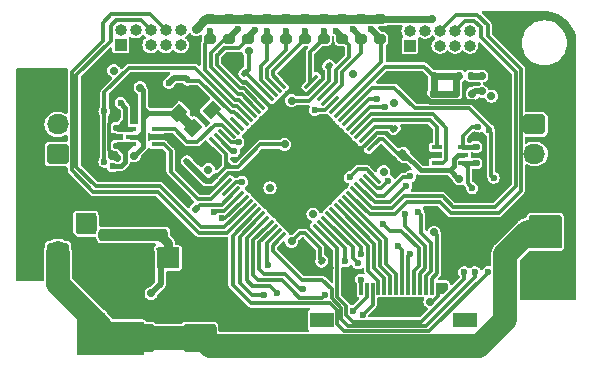
<source format=gbr>
%TF.GenerationSoftware,KiCad,Pcbnew,7.0.5*%
%TF.CreationDate,2023-06-28T21:22:15+09:00*%
%TF.ProjectId,robotrace_v2_main,726f626f-7472-4616-9365-5f76325f6d61,rev?*%
%TF.SameCoordinates,Original*%
%TF.FileFunction,Copper,L4,Bot*%
%TF.FilePolarity,Positive*%
%FSLAX46Y46*%
G04 Gerber Fmt 4.6, Leading zero omitted, Abs format (unit mm)*
G04 Created by KiCad (PCBNEW 7.0.5) date 2023-06-28 21:22:15*
%MOMM*%
%LPD*%
G01*
G04 APERTURE LIST*
G04 Aperture macros list*
%AMRoundRect*
0 Rectangle with rounded corners*
0 $1 Rounding radius*
0 $2 $3 $4 $5 $6 $7 $8 $9 X,Y pos of 4 corners*
0 Add a 4 corners polygon primitive as box body*
4,1,4,$2,$3,$4,$5,$6,$7,$8,$9,$2,$3,0*
0 Add four circle primitives for the rounded corners*
1,1,$1+$1,$2,$3*
1,1,$1+$1,$4,$5*
1,1,$1+$1,$6,$7*
1,1,$1+$1,$8,$9*
0 Add four rect primitives between the rounded corners*
20,1,$1+$1,$2,$3,$4,$5,0*
20,1,$1+$1,$4,$5,$6,$7,0*
20,1,$1+$1,$6,$7,$8,$9,0*
20,1,$1+$1,$8,$9,$2,$3,0*%
%AMRotRect*
0 Rectangle, with rotation*
0 The origin of the aperture is its center*
0 $1 length*
0 $2 width*
0 $3 Rotation angle, in degrees counterclockwise*
0 Add horizontal line*
21,1,$1,$2,0,0,$3*%
G04 Aperture macros list end*
%TA.AperFunction,ComponentPad*%
%ADD10RoundRect,0.250000X-0.675000X0.600000X-0.675000X-0.600000X0.675000X-0.600000X0.675000X0.600000X0*%
%TD*%
%TA.AperFunction,ComponentPad*%
%ADD11O,1.850000X1.700000*%
%TD*%
%TA.AperFunction,ComponentPad*%
%ADD12R,1.000000X1.000000*%
%TD*%
%TA.AperFunction,ComponentPad*%
%ADD13O,1.000000X1.000000*%
%TD*%
%TA.AperFunction,ComponentPad*%
%ADD14RoundRect,0.250000X0.675000X-0.600000X0.675000X0.600000X-0.675000X0.600000X-0.675000X-0.600000X0*%
%TD*%
%TA.AperFunction,SMDPad,CuDef*%
%ADD15RoundRect,0.135000X-0.135000X-0.185000X0.135000X-0.185000X0.135000X0.185000X-0.135000X0.185000X0*%
%TD*%
%TA.AperFunction,SMDPad,CuDef*%
%ADD16R,0.900000X0.400000*%
%TD*%
%TA.AperFunction,SMDPad,CuDef*%
%ADD17RoundRect,0.200000X0.275000X-0.200000X0.275000X0.200000X-0.275000X0.200000X-0.275000X-0.200000X0*%
%TD*%
%TA.AperFunction,SMDPad,CuDef*%
%ADD18RoundRect,0.140000X0.021213X-0.219203X0.219203X-0.021213X-0.021213X0.219203X-0.219203X0.021213X0*%
%TD*%
%TA.AperFunction,SMDPad,CuDef*%
%ADD19RoundRect,0.237500X0.237500X-0.300000X0.237500X0.300000X-0.237500X0.300000X-0.237500X-0.300000X0*%
%TD*%
%TA.AperFunction,SMDPad,CuDef*%
%ADD20RoundRect,0.135000X-0.226274X-0.035355X-0.035355X-0.226274X0.226274X0.035355X0.035355X0.226274X0*%
%TD*%
%TA.AperFunction,SMDPad,CuDef*%
%ADD21RoundRect,0.140000X-0.021213X0.219203X-0.219203X0.021213X0.021213X-0.219203X0.219203X-0.021213X0*%
%TD*%
%TA.AperFunction,SMDPad,CuDef*%
%ADD22RotRect,1.300000X1.000000X45.000000*%
%TD*%
%TA.AperFunction,SMDPad,CuDef*%
%ADD23RoundRect,0.140000X0.219203X0.021213X0.021213X0.219203X-0.219203X-0.021213X-0.021213X-0.219203X0*%
%TD*%
%TA.AperFunction,SMDPad,CuDef*%
%ADD24RoundRect,0.135000X0.185000X-0.135000X0.185000X0.135000X-0.185000X0.135000X-0.185000X-0.135000X0*%
%TD*%
%TA.AperFunction,SMDPad,CuDef*%
%ADD25RoundRect,0.150000X-0.150000X-0.200000X0.150000X-0.200000X0.150000X0.200000X-0.150000X0.200000X0*%
%TD*%
%TA.AperFunction,SMDPad,CuDef*%
%ADD26RoundRect,0.250000X0.475000X-0.250000X0.475000X0.250000X-0.475000X0.250000X-0.475000X-0.250000X0*%
%TD*%
%TA.AperFunction,SMDPad,CuDef*%
%ADD27RoundRect,0.289157X1.110843X-0.910843X1.110843X0.910843X-1.110843X0.910843X-1.110843X-0.910843X0*%
%TD*%
%TA.AperFunction,SMDPad,CuDef*%
%ADD28RoundRect,0.140000X-0.219203X-0.021213X-0.021213X-0.219203X0.219203X0.021213X0.021213X0.219203X0*%
%TD*%
%TA.AperFunction,SMDPad,CuDef*%
%ADD29R,0.300000X1.000000*%
%TD*%
%TA.AperFunction,SMDPad,CuDef*%
%ADD30R,2.000000X1.300000*%
%TD*%
%TA.AperFunction,SMDPad,CuDef*%
%ADD31RoundRect,0.140000X-0.140000X-0.170000X0.140000X-0.170000X0.140000X0.170000X-0.140000X0.170000X0*%
%TD*%
%TA.AperFunction,SMDPad,CuDef*%
%ADD32RoundRect,0.135000X-0.185000X0.135000X-0.185000X-0.135000X0.185000X-0.135000X0.185000X0.135000X0*%
%TD*%
%TA.AperFunction,SMDPad,CuDef*%
%ADD33RoundRect,0.075000X-0.548008X0.441942X0.441942X-0.548008X0.548008X-0.441942X-0.441942X0.548008X0*%
%TD*%
%TA.AperFunction,SMDPad,CuDef*%
%ADD34RoundRect,0.075000X-0.548008X-0.441942X-0.441942X-0.548008X0.548008X0.441942X0.441942X0.548008X0*%
%TD*%
%TA.AperFunction,SMDPad,CuDef*%
%ADD35RoundRect,0.250000X-0.450000X-0.800000X0.450000X-0.800000X0.450000X0.800000X-0.450000X0.800000X0*%
%TD*%
%TA.AperFunction,ViaPad*%
%ADD36C,0.700000*%
%TD*%
%TA.AperFunction,ViaPad*%
%ADD37C,0.600000*%
%TD*%
%TA.AperFunction,Conductor*%
%ADD38C,0.300000*%
%TD*%
%TA.AperFunction,Conductor*%
%ADD39C,0.400000*%
%TD*%
%TA.AperFunction,Conductor*%
%ADD40C,0.800000*%
%TD*%
%TA.AperFunction,Conductor*%
%ADD41C,0.500000*%
%TD*%
%TA.AperFunction,Conductor*%
%ADD42C,1.000000*%
%TD*%
%TA.AperFunction,Conductor*%
%ADD43C,0.600000*%
%TD*%
%TA.AperFunction,Conductor*%
%ADD44C,2.000000*%
%TD*%
G04 APERTURE END LIST*
D10*
%TO.P,J3,1,Pin_1*%
%TO.N,Net-(J3-Pin_1)*%
X184350000Y-81500000D03*
D11*
%TO.P,J3,2,Pin_2*%
%TO.N,Net-(J3-Pin_2)*%
X184350000Y-84000000D03*
%TD*%
D12*
%TO.P,J5,1,Pin_1*%
%TO.N,unconnected-(J5-Pin_1-Pad1)*%
X149320000Y-74775000D03*
D13*
%TO.P,J5,2,Pin_2*%
%TO.N,+5V*%
X149320000Y-73505000D03*
%TO.P,J5,3,Pin_3*%
%TO.N,GND*%
X150590000Y-74775000D03*
%TO.P,J5,4,Pin_4*%
%TO.N,unconnected-(J5-Pin_4-Pad4)*%
X150590000Y-73505000D03*
%TO.P,J5,5,Pin_5*%
%TO.N,unconnected-(J5-Pin_5-Pad5)*%
X151860000Y-74775000D03*
%TO.P,J5,6,Pin_6*%
%TO.N,TIM3_CH2*%
X151860000Y-73505000D03*
%TO.P,J5,7,Pin_7*%
%TO.N,unconnected-(J5-Pin_7-Pad7)*%
X153130000Y-74775000D03*
%TO.P,J5,8,Pin_8*%
%TO.N,TIM3_CH1*%
X153130000Y-73505000D03*
%TO.P,J5,9,Pin_9*%
%TO.N,unconnected-(J5-Pin_9-Pad9)*%
X154400000Y-74775000D03*
%TO.P,J5,10,Pin_10*%
%TO.N,unconnected-(J5-Pin_10-Pad10)*%
X154400000Y-73505000D03*
%TD*%
D14*
%TO.P,J1,1,Pin_1*%
%TO.N,Net-(J1-Pin_1)*%
X144000000Y-84000000D03*
D11*
%TO.P,J1,2,Pin_2*%
%TO.N,Net-(J1-Pin_2)*%
X144000000Y-81500000D03*
%TD*%
D14*
%TO.P,J2,1,Pin_1*%
%TO.N,+BATT*%
X144000000Y-92400000D03*
D11*
%TO.P,J2,2,Pin_2*%
%TO.N,GND*%
X144000000Y-89900000D03*
%TD*%
D12*
%TO.P,J6,1,Pin_1*%
%TO.N,unconnected-(J6-Pin_1-Pad1)*%
X173800000Y-74825000D03*
D13*
%TO.P,J6,2,Pin_2*%
%TO.N,+5V*%
X173800000Y-73555000D03*
%TO.P,J6,3,Pin_3*%
%TO.N,GND*%
X175070000Y-74825000D03*
%TO.P,J6,4,Pin_4*%
%TO.N,unconnected-(J6-Pin_4-Pad4)*%
X175070000Y-73555000D03*
%TO.P,J6,5,Pin_5*%
%TO.N,unconnected-(J6-Pin_5-Pad5)*%
X176340000Y-74825000D03*
%TO.P,J6,6,Pin_6*%
%TO.N,TIM8_CH2*%
X176340000Y-73555000D03*
%TO.P,J6,7,Pin_7*%
%TO.N,unconnected-(J6-Pin_7-Pad7)*%
X177610000Y-74825000D03*
%TO.P,J6,8,Pin_8*%
%TO.N,TIM8_CH1*%
X177610000Y-73555000D03*
%TO.P,J6,9,Pin_9*%
%TO.N,unconnected-(J6-Pin_9-Pad9)*%
X178880000Y-74825000D03*
%TO.P,J6,10,Pin_10*%
%TO.N,unconnected-(J6-Pin_10-Pad10)*%
X178880000Y-73555000D03*
%TD*%
D15*
%TO.P,R36,1*%
%TO.N,BATTM*%
X177990000Y-77400000D03*
%TO.P,R36,2*%
%TO.N,+BATT*%
X179010000Y-77400000D03*
%TD*%
D16*
%TO.P,U9,1,S*%
%TO.N,MOTOR_DIR2*%
X176100000Y-84750000D03*
%TO.P,U9,2,GND*%
%TO.N,GND*%
X176100000Y-84100000D03*
%TO.P,U9,3,A*%
%TO.N,TIM2_CH3*%
X176100000Y-83450000D03*
%TO.P,U9,4,Y1*%
%TO.N,Net-(U5-IN1)*%
X178300000Y-83450000D03*
%TO.P,U9,5,Vcc*%
%TO.N,+3V3*%
X178300000Y-84100000D03*
%TO.P,U9,6,Y0*%
%TO.N,Net-(U5-IN2)*%
X178300000Y-84750000D03*
%TD*%
D17*
%TO.P,R28,1*%
%TO.N,ADC_IN7*%
X171300000Y-74250000D03*
%TO.P,R28,2*%
%TO.N,VDDA*%
X171300000Y-72600000D03*
%TD*%
D18*
%TO.P,C3,1*%
%TO.N,+3V3*%
X173260589Y-83939411D03*
%TO.P,C3,2*%
%TO.N,GND*%
X173939411Y-83260589D03*
%TD*%
D19*
%TO.P,C9,1*%
%TO.N,+BATT*%
X162600000Y-99800000D03*
%TO.P,C9,2*%
%TO.N,GND*%
X162600000Y-98075000D03*
%TD*%
D20*
%TO.P,R1,1*%
%TO.N,GND*%
X154939376Y-87939376D03*
%TO.P,R1,2*%
%TO.N,Net-(U1-BOOT0)*%
X155660624Y-88660624D03*
%TD*%
D21*
%TO.P,C1,1*%
%TO.N,+3V3*%
X154939411Y-84660589D03*
%TO.P,C1,2*%
%TO.N,GND*%
X154260589Y-85339411D03*
%TD*%
D22*
%TO.P,Y1,1,1*%
%TO.N,+3V3*%
X154185786Y-80541421D03*
%TO.P,Y1,2,2*%
%TO.N,GND*%
X155741421Y-78985786D03*
%TO.P,Y1,3,3*%
%TO.N,Net-(U1-PH0)*%
X157014214Y-80258579D03*
%TO.P,Y1,4,4*%
%TO.N,+3V3*%
X155458579Y-81814214D03*
%TD*%
D23*
%TO.P,C6,1*%
%TO.N,VDDA*%
X159839411Y-77189411D03*
%TO.P,C6,2*%
%TO.N,GND*%
X159160589Y-76510589D03*
%TD*%
D17*
%TO.P,R26,1*%
%TO.N,ADC_IN4*%
X168100000Y-74250000D03*
%TO.P,R26,2*%
%TO.N,VDDA*%
X168100000Y-72600000D03*
%TD*%
D21*
%TO.P,C5,1*%
%TO.N,+3V3*%
X155739411Y-85460589D03*
%TO.P,C5,2*%
%TO.N,GND*%
X155060589Y-86139411D03*
%TD*%
D17*
%TO.P,R20,1*%
%TO.N,ADC_IN12*%
X158500000Y-74250000D03*
%TO.P,R20,2*%
%TO.N,VDDA*%
X158500000Y-72600000D03*
%TD*%
D15*
%TO.P,R35,1*%
%TO.N,GND*%
X174790000Y-77400000D03*
%TO.P,R35,2*%
%TO.N,BATTM*%
X175810000Y-77400000D03*
%TD*%
D17*
%TO.P,R19,1*%
%TO.N,ADC_IN11*%
X156900000Y-74250000D03*
%TO.P,R19,2*%
%TO.N,VDDA*%
X156900000Y-72600000D03*
%TD*%
%TO.P,R27,1*%
%TO.N,ADC_IN5*%
X169700000Y-74250000D03*
%TO.P,R27,2*%
%TO.N,VDDA*%
X169700000Y-72600000D03*
%TD*%
D24*
%TO.P,R13,1*%
%TO.N,Net-(U10-Y0)*%
X149000000Y-81800000D03*
%TO.P,R13,2*%
%TO.N,GND*%
X149000000Y-80780000D03*
%TD*%
D25*
%TO.P,D5,1,K*%
%TO.N,VDDA*%
X179100000Y-78900000D03*
%TO.P,D5,2,A*%
%TO.N,BATTM*%
X177700000Y-78900000D03*
%TD*%
D19*
%TO.P,C11,1*%
%TO.N,+BATT*%
X159390000Y-99800000D03*
%TO.P,C11,2*%
%TO.N,GND*%
X159390000Y-98075000D03*
%TD*%
D17*
%TO.P,R22,1*%
%TO.N,ADC_IN0*%
X161700000Y-74250000D03*
%TO.P,R22,2*%
%TO.N,VDDA*%
X161700000Y-72600000D03*
%TD*%
D26*
%TO.P,C15,1*%
%TO.N,+5V*%
X150400000Y-90850000D03*
%TO.P,C15,2*%
%TO.N,GND*%
X150400000Y-88950000D03*
%TD*%
D21*
%TO.P,C8,1*%
%TO.N,Net-(J13-Pin_2)*%
X154939411Y-77660589D03*
%TO.P,C8,2*%
%TO.N,GND*%
X154260589Y-78339411D03*
%TD*%
D27*
%TO.P,C25,1*%
%TO.N,+BATT*%
X156000000Y-99600000D03*
%TO.P,C25,2*%
%TO.N,GND*%
X156000000Y-93200000D03*
%TD*%
D26*
%TO.P,C14,1*%
%TO.N,+5V*%
X152600000Y-90850000D03*
%TO.P,C14,2*%
%TO.N,GND*%
X152600000Y-88950000D03*
%TD*%
D19*
%TO.P,C10,1*%
%TO.N,+BATT*%
X161000000Y-99800000D03*
%TO.P,C10,2*%
%TO.N,GND*%
X161000000Y-98075000D03*
%TD*%
D23*
%TO.P,C7,1*%
%TO.N,GND*%
X173139411Y-82539411D03*
%TO.P,C7,2*%
%TO.N,Net-(U1-VCAP_1)*%
X172460589Y-81860589D03*
%TD*%
D17*
%TO.P,R25,1*%
%TO.N,ADC_IN3*%
X166500000Y-74250000D03*
%TO.P,R25,2*%
%TO.N,VDDA*%
X166500000Y-72600000D03*
%TD*%
D23*
%TO.P,C2,1*%
%TO.N,+3V3*%
X166939411Y-76539411D03*
%TO.P,C2,2*%
%TO.N,GND*%
X166260589Y-75860589D03*
%TD*%
D26*
%TO.P,C16,1*%
%TO.N,+5V*%
X148200000Y-90850000D03*
%TO.P,C16,2*%
%TO.N,GND*%
X148200000Y-88950000D03*
%TD*%
D28*
%TO.P,C4,1*%
%TO.N,+3V3*%
X166360589Y-93060589D03*
%TO.P,C4,2*%
%TO.N,GND*%
X167039411Y-93739411D03*
%TD*%
D27*
%TO.P,C26,1*%
%TO.N,+BATT*%
X150800000Y-99600000D03*
%TO.P,C26,2*%
%TO.N,GND*%
X150800000Y-93200000D03*
%TD*%
D16*
%TO.P,U10,1,S*%
%TO.N,MOTOR_DIR1*%
X152400000Y-81900000D03*
%TO.P,U10,2,GND*%
%TO.N,GND*%
X152400000Y-82550000D03*
%TO.P,U10,3,A*%
%TO.N,TIM2_CH2*%
X152400000Y-83200000D03*
%TO.P,U10,4,Y1*%
%TO.N,Net-(U10-Y1)*%
X150200000Y-83200000D03*
%TO.P,U10,5,Vcc*%
%TO.N,+3V3*%
X150200000Y-82550000D03*
%TO.P,U10,6,Y0*%
%TO.N,Net-(U10-Y0)*%
X150200000Y-81900000D03*
%TD*%
D17*
%TO.P,R23,1*%
%TO.N,ADC_IN1*%
X163300000Y-74250000D03*
%TO.P,R23,2*%
%TO.N,VDDA*%
X163300000Y-72600000D03*
%TD*%
D29*
%TO.P,J12,1,Pin_1*%
%TO.N,+3V3*%
X176150000Y-95400000D03*
%TO.P,J12,2,Pin_2*%
%TO.N,+5V*%
X175650000Y-95400000D03*
%TO.P,J12,3,Pin_3*%
%TO.N,PB14*%
X175150000Y-95400000D03*
%TO.P,J12,4,Pin_4*%
%TO.N,PB15*%
X174650000Y-95400000D03*
%TO.P,J12,5,Pin_5*%
%TO.N,PB13*%
X174150000Y-95400000D03*
%TO.P,J12,6,Pin_6*%
%TO.N,PB0*%
X173650000Y-95400000D03*
%TO.P,J12,7,Pin_7*%
%TO.N,PB1*%
X173150000Y-95400000D03*
%TO.P,J12,8,Pin_8*%
%TO.N,PC8*%
X172650000Y-95400000D03*
%TO.P,J12,9,Pin_9*%
%TO.N,PC9*%
X172150000Y-95400000D03*
%TO.P,J12,10,Pin_10*%
%TO.N,PA8*%
X171650000Y-95400000D03*
%TO.P,J12,11,Pin_11*%
%TO.N,PA9*%
X171150000Y-95400000D03*
%TO.P,J12,12,Pin_12*%
%TO.N,PB7*%
X170650000Y-95400000D03*
%TO.P,J12,13,Pin_13*%
%TO.N,PB6*%
X170150000Y-95400000D03*
%TO.P,J12,14,Pin_14*%
%TO.N,PB8*%
X169650000Y-95400000D03*
%TO.P,J12,15,Pin_15*%
%TO.N,GND*%
X169150000Y-95400000D03*
%TO.P,J12,16,Pin_16*%
X168650000Y-95400000D03*
D30*
%TO.P,J12,MP*%
%TO.N,N/C*%
X178450000Y-98100000D03*
X166350000Y-98100000D03*
%TD*%
D31*
%TO.P,C31,1*%
%TO.N,GND*%
X174820000Y-78900000D03*
%TO.P,C31,2*%
%TO.N,BATTM*%
X175780000Y-78900000D03*
%TD*%
D32*
%TO.P,R5,1*%
%TO.N,GND*%
X179400000Y-82390000D03*
%TO.P,R5,2*%
%TO.N,Net-(U5-IN1)*%
X179400000Y-83410000D03*
%TD*%
D17*
%TO.P,R24,1*%
%TO.N,ADC_IN2*%
X164900000Y-74250000D03*
%TO.P,R24,2*%
%TO.N,VDDA*%
X164900000Y-72600000D03*
%TD*%
%TO.P,R21,1*%
%TO.N,ADC_IN13*%
X160100000Y-74250000D03*
%TO.P,R21,2*%
%TO.N,VDDA*%
X160100000Y-72600000D03*
%TD*%
D24*
%TO.P,R16,1*%
%TO.N,GND*%
X149000000Y-84310000D03*
%TO.P,R16,2*%
%TO.N,Net-(U10-Y1)*%
X149000000Y-83290000D03*
%TD*%
D33*
%TO.P,U1,1,VBAT*%
%TO.N,+3V3*%
X157434686Y-83200000D03*
%TO.P,U1,2,PC13*%
%TO.N,Sidemarker_L*%
X157788239Y-82846447D03*
%TO.P,U1,3,PC14*%
%TO.N,RGBLED*%
X158141792Y-82492894D03*
%TO.P,U1,4,PC15*%
%TO.N,MOTOR_DIR1*%
X158495346Y-82139340D03*
%TO.P,U1,5,PH0*%
%TO.N,Net-(U1-PH0)*%
X158848899Y-81785787D03*
%TO.P,U1,6,PH1*%
%TO.N,unconnected-(U1-PH1-Pad6)*%
X159202453Y-81432233D03*
%TO.P,U1,7,NRST*%
%TO.N,Net-(J13-Pin_2)*%
X159556006Y-81078680D03*
%TO.P,U1,8,PC0*%
%TO.N,MOTOR_CM1*%
X159909559Y-80725127D03*
%TO.P,U1,9,PC1*%
%TO.N,ADC_IN11*%
X160263113Y-80371573D03*
%TO.P,U1,10,PC2*%
%TO.N,ADC_IN12*%
X160616666Y-80018020D03*
%TO.P,U1,11,PC3*%
%TO.N,ADC_IN13*%
X160970219Y-79664467D03*
%TO.P,U1,12,VSSA*%
%TO.N,GND*%
X161323773Y-79310913D03*
%TO.P,U1,13,VDDA*%
%TO.N,VDDA*%
X161677326Y-78957360D03*
%TO.P,U1,14,PA0*%
%TO.N,ADC_IN0*%
X162030880Y-78603806D03*
%TO.P,U1,15,PA1*%
%TO.N,ADC_IN1*%
X162384433Y-78250253D03*
%TO.P,U1,16,PA2*%
%TO.N,ADC_IN2*%
X162737986Y-77896700D03*
D34*
%TO.P,U1,17,PA3*%
%TO.N,ADC_IN3*%
X165460348Y-77896700D03*
%TO.P,U1,18,VSS*%
%TO.N,GND*%
X165813901Y-78250253D03*
%TO.P,U1,19,VDD*%
%TO.N,+3V3*%
X166167454Y-78603806D03*
%TO.P,U1,20,PA4*%
%TO.N,ADC_IN4*%
X166521008Y-78957360D03*
%TO.P,U1,21,PA5*%
%TO.N,ADC_IN5*%
X166874561Y-79310913D03*
%TO.P,U1,22,PA6*%
%TO.N,TIM13_CH1*%
X167228115Y-79664467D03*
%TO.P,U1,23,PA7*%
%TO.N,ADC_IN7*%
X167581668Y-80018020D03*
%TO.P,U1,24,PC4*%
%TO.N,BATTM*%
X167935221Y-80371573D03*
%TO.P,U1,25,PC5*%
%TO.N,MOTOR_CM2*%
X168288775Y-80725127D03*
%TO.P,U1,26,PB0*%
%TO.N,PB0*%
X168642328Y-81078680D03*
%TO.P,U1,27,PB1*%
%TO.N,PB1*%
X168995881Y-81432233D03*
%TO.P,U1,28,PB2*%
%TO.N,MOTOR_DIR2*%
X169349435Y-81785787D03*
%TO.P,U1,29,PB10*%
%TO.N,TIM2_CH3*%
X169702988Y-82139340D03*
%TO.P,U1,30,VCAP_1*%
%TO.N,Net-(U1-VCAP_1)*%
X170056542Y-82492894D03*
%TO.P,U1,31,VSS*%
%TO.N,GND*%
X170410095Y-82846447D03*
%TO.P,U1,32,VDD*%
%TO.N,+3V3*%
X170763648Y-83200000D03*
D33*
%TO.P,U1,33,PB12*%
%TO.N,Sidemarker_R*%
X170763648Y-85922362D03*
%TO.P,U1,34,PB13*%
%TO.N,PB13*%
X170410095Y-86275915D03*
%TO.P,U1,35,PB14*%
%TO.N,PB14*%
X170056542Y-86629468D03*
%TO.P,U1,36,PB15*%
%TO.N,PB15*%
X169702988Y-86983022D03*
%TO.P,U1,37,PC6*%
%TO.N,TIM8_CH1*%
X169349435Y-87336575D03*
%TO.P,U1,38,PC7*%
%TO.N,TIM8_CH2*%
X168995881Y-87690129D03*
%TO.P,U1,39,PC8*%
%TO.N,PC8*%
X168642328Y-88043682D03*
%TO.P,U1,40,PC9*%
%TO.N,PC9*%
X168288775Y-88397235D03*
%TO.P,U1,41,PA8*%
%TO.N,PA8*%
X167935221Y-88750789D03*
%TO.P,U1,42,PA9*%
%TO.N,PA9*%
X167581668Y-89104342D03*
%TO.P,U1,43,PA10*%
%TO.N,Button1*%
X167228115Y-89457895D03*
%TO.P,U1,44,PA11*%
%TO.N,Button2*%
X166874561Y-89811449D03*
%TO.P,U1,45,PA12*%
%TO.N,CS_IMU_CSB2*%
X166521008Y-90165002D03*
%TO.P,U1,46,PA13*%
%TO.N,SWDIO*%
X166167454Y-90518556D03*
%TO.P,U1,47,VSS*%
%TO.N,GND*%
X165813901Y-90872109D03*
%TO.P,U1,48,VDD*%
%TO.N,+3V3*%
X165460348Y-91225662D03*
D34*
%TO.P,U1,49,PA14*%
%TO.N,SWCLK*%
X162737986Y-91225662D03*
%TO.P,U1,50,PA15*%
%TO.N,CS_IMU_CSB1*%
X162384433Y-90872109D03*
%TO.P,U1,51,PC10*%
%TO.N,SPI3_SCK*%
X162030880Y-90518556D03*
%TO.P,U1,52,PC11*%
%TO.N,SPI3_MISO*%
X161677326Y-90165002D03*
%TO.P,U1,53,PC12*%
%TO.N,SPI3_MOSI*%
X161323773Y-89811449D03*
%TO.P,U1,54,PD2*%
%TO.N,CS_MSD*%
X160970219Y-89457895D03*
%TO.P,U1,55,PB3*%
%TO.N,SWO*%
X160616666Y-89104342D03*
%TO.P,U1,56,PB4*%
%TO.N,TIM3_CH1*%
X160263113Y-88750789D03*
%TO.P,U1,57,PB5*%
%TO.N,TIM3_CH2*%
X159909559Y-88397235D03*
%TO.P,U1,58,PB6*%
%TO.N,PB6*%
X159556006Y-88043682D03*
%TO.P,U1,59,PB7*%
%TO.N,PB7*%
X159202453Y-87690129D03*
%TO.P,U1,60,BOOT0*%
%TO.N,Net-(U1-BOOT0)*%
X158848899Y-87336575D03*
%TO.P,U1,61,PB8*%
%TO.N,PB8*%
X158495346Y-86983022D03*
%TO.P,U1,62,PB9*%
%TO.N,TIM2_CH2*%
X158141792Y-86629468D03*
%TO.P,U1,63,VSS*%
%TO.N,GND*%
X157788239Y-86275915D03*
%TO.P,U1,64,VDD*%
%TO.N,+3V3*%
X157434686Y-85922362D03*
%TD*%
D35*
%TO.P,D2,1,K*%
%TO.N,+BATT*%
X181900000Y-93400000D03*
%TO.P,D2,2,A*%
%TO.N,GND*%
X186300000Y-93400000D03*
%TD*%
D32*
%TO.P,R6,1*%
%TO.N,Net-(U5-IN2)*%
X179400000Y-84790000D03*
%TO.P,R6,2*%
%TO.N,GND*%
X179400000Y-85810000D03*
%TD*%
D36*
%TO.N,+3V3*%
X150971488Y-78380000D03*
X177990000Y-86107742D03*
X146900000Y-90400000D03*
X145900000Y-90400000D03*
X148739693Y-76939693D03*
X165600000Y-89100000D03*
X163200000Y-83200000D03*
X146900000Y-89400000D03*
X161966933Y-86873253D03*
X163799500Y-91400000D03*
X150477273Y-84155715D03*
X175500000Y-96500000D03*
X145900000Y-89400000D03*
X180715978Y-79100000D03*
X163800000Y-79481025D03*
%TO.N,GND*%
X141500000Y-79600000D03*
X141500000Y-80600000D03*
X168899502Y-94000000D03*
X141500000Y-85600000D03*
X146800000Y-82600000D03*
X165549500Y-93563409D03*
X141500000Y-78600000D03*
X142400000Y-77500000D03*
X185000000Y-95900000D03*
X158950000Y-77000000D03*
X143400000Y-78600000D03*
X141500000Y-82600000D03*
X184000000Y-95900000D03*
X166821178Y-75300000D03*
X147074750Y-85525250D03*
X181800000Y-72700000D03*
X141500000Y-83600000D03*
X174807794Y-97188750D03*
X141500000Y-84600000D03*
X181512500Y-86737500D03*
X142400000Y-79600000D03*
X141500000Y-77500000D03*
X152001390Y-77600000D03*
X186000000Y-95900000D03*
X155100000Y-97900000D03*
X143400000Y-79600000D03*
X187000000Y-95900000D03*
X141500000Y-81600000D03*
X181800000Y-73600000D03*
X174300000Y-82100000D03*
X142400000Y-78600000D03*
X150200000Y-93384641D03*
X143400000Y-77500000D03*
X166350000Y-88150000D03*
X182700000Y-73600000D03*
X181800000Y-84300000D03*
X161400000Y-83900000D03*
X153700000Y-96500000D03*
X182700000Y-72700000D03*
X150200000Y-77600000D03*
%TO.N,VDDA*%
X175700000Y-72600000D03*
X160150000Y-75250000D03*
X179900000Y-78700000D03*
X155700000Y-73400000D03*
X169000000Y-77250000D03*
D37*
%TO.N,Net-(J13-Pin_2)*%
X153400000Y-78000000D03*
D36*
%TO.N,+BATT*%
X185300000Y-91600000D03*
X186300000Y-89600000D03*
X147000000Y-99600000D03*
X146000000Y-99600000D03*
X148000000Y-100600000D03*
X147000000Y-100600000D03*
X184300000Y-89600000D03*
X148000000Y-99600000D03*
X146000000Y-98600000D03*
X185300000Y-89600000D03*
X186300000Y-91600000D03*
X184300000Y-91600000D03*
X185300000Y-90600000D03*
X184300000Y-90600000D03*
X146000000Y-100600000D03*
X179900000Y-77400000D03*
X147000000Y-98600000D03*
X186300000Y-90600000D03*
X148000000Y-98600000D03*
%TO.N,+5V*%
X152700000Y-93200000D03*
X171600000Y-85500000D03*
X151900000Y-95800000D03*
X156747224Y-85337737D03*
X172500000Y-79700000D03*
X153900000Y-93200000D03*
X175850000Y-90650000D03*
X153300000Y-92500000D03*
D37*
%TO.N,Button2*%
X169431410Y-93275672D03*
%TO.N,Button1*%
X169633436Y-92454089D03*
%TO.N,SWDIO*%
X178400000Y-94000000D03*
%TO.N,SWCLK*%
X179300000Y-94000000D03*
%TO.N,SWO*%
X180400000Y-94000000D03*
%TO.N,SPI3_MISO*%
X166581583Y-95912903D03*
%TO.N,SPI3_MOSI*%
X162550000Y-95774021D03*
%TO.N,SPI3_SCK*%
X164771952Y-95412403D03*
%TO.N,PB7*%
X157200000Y-88949500D03*
X169800000Y-97600000D03*
%TO.N,ADC_IN7*%
X170549469Y-73442706D03*
%TO.N,ADC_IN11*%
X156900000Y-73599500D03*
%TO.N,ADC_IN12*%
X159237125Y-73452412D03*
%TO.N,ADC_IN13*%
X160705804Y-73527853D03*
%TO.N,ADC_IN0*%
X161702733Y-73599534D03*
%TO.N,ADC_IN1*%
X163300000Y-73599500D03*
%TO.N,ADC_IN2*%
X164900000Y-73599500D03*
%TO.N,ADC_IN3*%
X166500000Y-73599500D03*
%TO.N,ADC_IN4*%
X167572740Y-73558661D03*
%TO.N,ADC_IN5*%
X168962875Y-73452412D03*
%TO.N,RGBLED*%
X159300000Y-83012348D03*
%TO.N,CS_MSD*%
X161428468Y-95912903D03*
%TO.N,Sidemarker_L*%
X158951000Y-83761848D03*
%TO.N,Sidemarker_R*%
X168720023Y-85979977D03*
%TO.N,PB6*%
X157938762Y-89449500D03*
X169000000Y-97300000D03*
%TO.N,PB15*%
X173509266Y-86709266D03*
X173425638Y-89125638D03*
%TO.N,PB14*%
X173820250Y-85900000D03*
X174489693Y-88910307D03*
%TO.N,PB13*%
X171500000Y-89900000D03*
X171978312Y-86261734D03*
%TO.N,CS_IMU_CSB1*%
X161800000Y-93400000D03*
%TO.N,PB1*%
X171700000Y-80001886D03*
X172800000Y-91800000D03*
%TO.N,PB0*%
X171049500Y-79352386D03*
X173799500Y-92455955D03*
%TO.N,Net-(U5-IN1)*%
X179610250Y-81710250D03*
%TO.N,Net-(U5-IN2)*%
X179100000Y-86900000D03*
%TO.N,MOTOR_CM2*%
X180475438Y-81975438D03*
X180900000Y-86038000D03*
%TO.N,MOTOR_CM1*%
X147950000Y-80400000D03*
X147938379Y-84658699D03*
%TO.N,CS_IMU_CSB2*%
X168318250Y-93081750D03*
%TO.N,PB8*%
X159600000Y-86363567D03*
X169650000Y-94650000D03*
%TO.N,TIM13_CH1*%
X165760500Y-80272782D03*
%TO.N,Net-(U10-Y1)*%
X148633837Y-85053088D03*
%TO.N,Net-(U10-Y0)*%
X149307479Y-79679060D03*
%TD*%
D38*
%TO.N,+3V3*%
X166939411Y-76539411D02*
X166939411Y-77831849D01*
D39*
X151201890Y-83431098D02*
X150477273Y-84155715D01*
D40*
X155458579Y-81814214D02*
X154185786Y-80541421D01*
D38*
X166200000Y-91965314D02*
X165460348Y-91225662D01*
D41*
X156915626Y-86300000D02*
X157363975Y-85851651D01*
D39*
X177990000Y-86107742D02*
X177907742Y-86107742D01*
D38*
X158257047Y-84657047D02*
X158700000Y-85100000D01*
D39*
X151201890Y-82146220D02*
X151201890Y-83000000D01*
X177550000Y-84400000D02*
X177550000Y-85050000D01*
D38*
X157434686Y-85922362D02*
X158257047Y-85100000D01*
D39*
X177850000Y-84100000D02*
X177550000Y-84400000D01*
D41*
X156578822Y-86300000D02*
X156915626Y-86300000D01*
D38*
X158700000Y-85100000D02*
X159239339Y-85100000D01*
X164934686Y-90700000D02*
X165460348Y-91225662D01*
X158257047Y-85100000D02*
X158700000Y-85100000D01*
D39*
X177907742Y-86107742D02*
X177200000Y-85400000D01*
X151201890Y-82953780D02*
X151201890Y-83000000D01*
D38*
X171526992Y-82726992D02*
X172739411Y-83939411D01*
D39*
X151643311Y-80541421D02*
X151643311Y-80558579D01*
D38*
X164500000Y-90700000D02*
X164934686Y-90700000D01*
D39*
X151201890Y-82146220D02*
X151201890Y-81000000D01*
X150798110Y-82550000D02*
X151201890Y-82146220D01*
X154185786Y-80541421D02*
X151643311Y-80541421D01*
D38*
X172739411Y-83939411D02*
X173260589Y-83939411D01*
X158257047Y-84600000D02*
X158257047Y-84657047D01*
X158257047Y-84600000D02*
X158257047Y-85100000D01*
D39*
X150200000Y-82550000D02*
X150798110Y-82550000D01*
D38*
X158257047Y-84022361D02*
X158257047Y-84600000D01*
D39*
X174721178Y-85400000D02*
X173260589Y-83939411D01*
D41*
X154939411Y-84660589D02*
X155739411Y-85460589D01*
D38*
X175700000Y-96500000D02*
X176150000Y-96050000D01*
X173700000Y-84400000D02*
X173710589Y-84389411D01*
D39*
X151201890Y-80100000D02*
X151201890Y-78610402D01*
D38*
X166200000Y-92900000D02*
X166200000Y-91965314D01*
D39*
X151643311Y-80541421D02*
X151201890Y-80100000D01*
X151201890Y-81000000D02*
X151201890Y-80100000D01*
X178300000Y-84100000D02*
X177850000Y-84100000D01*
X177550000Y-85050000D02*
X177200000Y-85400000D01*
D38*
X173200000Y-84000000D02*
X173260589Y-83939411D01*
X170763648Y-83200000D02*
X171236656Y-82726992D01*
X166360589Y-93060589D02*
X166200000Y-92900000D01*
X166939411Y-77831849D02*
X166167454Y-78603806D01*
D39*
X177200000Y-85400000D02*
X174721178Y-85400000D01*
D38*
X173710589Y-84389411D02*
X173260589Y-83939411D01*
X163800000Y-79481025D02*
X165290235Y-79481025D01*
X163800000Y-91400000D02*
X164500000Y-90700000D01*
X163799500Y-91400000D02*
X163800000Y-91400000D01*
X172739411Y-83939411D02*
X173200000Y-84400000D01*
X161139339Y-83200000D02*
X163200000Y-83200000D01*
X171236656Y-82726992D02*
X171526992Y-82726992D01*
X173200000Y-84400000D02*
X173200000Y-84000000D01*
X176150000Y-96050000D02*
X176150000Y-95400000D01*
X173200000Y-84400000D02*
X173700000Y-84400000D01*
X157434686Y-83200000D02*
X158257047Y-84022361D01*
X159239339Y-85100000D02*
X161139339Y-83200000D01*
D39*
X151201890Y-83000000D02*
X151201890Y-83431098D01*
X150798110Y-82550000D02*
X151201890Y-82953780D01*
X151643311Y-80558579D02*
X151201890Y-81000000D01*
X151201890Y-78610402D02*
X150971488Y-78380000D01*
D38*
X165290235Y-79481025D02*
X166167454Y-78603806D01*
D41*
X155739411Y-85460589D02*
X156578822Y-86300000D01*
D38*
X175500000Y-96500000D02*
X175700000Y-96500000D01*
D39*
%TO.N,GND*%
X165805883Y-93819792D02*
X165549500Y-93563409D01*
D41*
X187100000Y-92600000D02*
X187100000Y-79638300D01*
D42*
X156000000Y-94685000D02*
X159390000Y-98075000D01*
X150800000Y-93200000D02*
X150100000Y-93900000D01*
D39*
X176100000Y-84100000D02*
X174778822Y-84100000D01*
D41*
X155060589Y-86139411D02*
X154260589Y-85339411D01*
X154260589Y-78339411D02*
X154260589Y-78937329D01*
X174820000Y-78942965D02*
X175477035Y-79600000D01*
D39*
X149000000Y-80361531D02*
X148500000Y-79861531D01*
D38*
X167069792Y-92128000D02*
X167069792Y-93709030D01*
D43*
X174790000Y-77400000D02*
X174790000Y-78870000D01*
D39*
X179679450Y-85810000D02*
X180606950Y-86737500D01*
X152400000Y-82550000D02*
X153250000Y-82550000D01*
D41*
X181700000Y-82077547D02*
X181700000Y-78068629D01*
D39*
X174778822Y-84100000D02*
X173939411Y-83260589D01*
D38*
X159700000Y-85600000D02*
X158464154Y-85600000D01*
D39*
X154180208Y-83480208D02*
X154180208Y-85259030D01*
D38*
X166000000Y-76121178D02*
X166000000Y-76845362D01*
D41*
X186300000Y-93400000D02*
X187100000Y-92600000D01*
D38*
X159972083Y-77959225D02*
X161323773Y-79310913D01*
X166000000Y-76845362D02*
X166433356Y-77278718D01*
X180200000Y-83190000D02*
X180200000Y-85010000D01*
D41*
X152765117Y-79188035D02*
X154009883Y-79188035D01*
D38*
X158464154Y-85600000D02*
X157788239Y-86275915D01*
X166962865Y-93815957D02*
X167039411Y-93739411D01*
D42*
X150100000Y-93900000D02*
X150100000Y-96200000D01*
D41*
X174820000Y-78900000D02*
X174820000Y-78942965D01*
D42*
X155740559Y-93200000D02*
X156000000Y-93200000D01*
D38*
X173139411Y-82539411D02*
X173860589Y-82539411D01*
D39*
X148500000Y-79861531D02*
X148500000Y-79300000D01*
D41*
X152001390Y-77600000D02*
X150200000Y-77600000D01*
D42*
X159390000Y-98075000D02*
X162600000Y-98075000D01*
D40*
X144000000Y-89922918D02*
X147277082Y-93200000D01*
D39*
X167039411Y-93739411D02*
X166959030Y-93819792D01*
D41*
X152001390Y-77600000D02*
X152001390Y-78424308D01*
D38*
X158950000Y-77000000D02*
X158950000Y-76721178D01*
D40*
X147074750Y-85525250D02*
X147502588Y-85953088D01*
D41*
X181800000Y-74338300D02*
X181800000Y-73600000D01*
D38*
X159664606Y-77959225D02*
X159972083Y-77959225D01*
D40*
X147277082Y-93200000D02*
X150800000Y-93200000D01*
D42*
X148200000Y-88950000D02*
X152600000Y-88950000D01*
D40*
X150590000Y-75705000D02*
X150590000Y-74775000D01*
X150420000Y-75875000D02*
X150590000Y-75705000D01*
D38*
X173939411Y-83260589D02*
X173860589Y-83260589D01*
X159160589Y-76510589D02*
X158950000Y-76721178D01*
X172107106Y-82600000D02*
X173078822Y-82600000D01*
X173078822Y-82600000D02*
X173139411Y-82539411D01*
X166700000Y-93815957D02*
X166962865Y-93815957D01*
X158950000Y-77244619D02*
X159664606Y-77959225D01*
D41*
X175637894Y-76100000D02*
X175070000Y-75532106D01*
X181700000Y-84200000D02*
X181800000Y-84300000D01*
D38*
X167069792Y-93709030D02*
X167039411Y-93739411D01*
D42*
X154047056Y-96850000D02*
X156200000Y-94697056D01*
D38*
X173860589Y-82539411D02*
X174300000Y-82100000D01*
X156764154Y-87300000D02*
X156143610Y-87300000D01*
D39*
X149000000Y-80780000D02*
X149000000Y-80361531D01*
D38*
X156143610Y-87300000D02*
X155060589Y-86216979D01*
D40*
X144000000Y-89900000D02*
X144000000Y-89922918D01*
D41*
X154009883Y-79188035D02*
X154212132Y-78985786D01*
D38*
X148330000Y-83640000D02*
X148330000Y-81450000D01*
D40*
X148220000Y-75875000D02*
X150420000Y-75875000D01*
D42*
X156200000Y-94697056D02*
X156200000Y-93200000D01*
D41*
X181700000Y-78068629D02*
X179731371Y-76100000D01*
X179222453Y-79600000D02*
X181700000Y-82077547D01*
D39*
X153250000Y-82550000D02*
X154180208Y-83480208D01*
D38*
X168650000Y-95400000D02*
X169150000Y-95400000D01*
X158950000Y-76721178D02*
X158950000Y-77244619D01*
D41*
X179731371Y-76100000D02*
X175637894Y-76100000D01*
D38*
X173860589Y-83260589D02*
X173139411Y-82539411D01*
D39*
X179400000Y-85810000D02*
X179679450Y-85810000D01*
D38*
X179400000Y-82390000D02*
X180200000Y-83190000D01*
D42*
X150750000Y-96850000D02*
X154047056Y-96850000D01*
D39*
X148500000Y-79300000D02*
X150200000Y-77600000D01*
D38*
X154260589Y-85339411D02*
X154290970Y-85369792D01*
D41*
X175070000Y-75532106D02*
X175070000Y-74825000D01*
D38*
X166260589Y-75860589D02*
X166000000Y-76121178D01*
X161400000Y-83900000D02*
X159700000Y-85600000D01*
X170410095Y-82846447D02*
X171029549Y-82226992D01*
D40*
X152953088Y-85953088D02*
X154939376Y-87939376D01*
X147074750Y-85525250D02*
X146800000Y-85250500D01*
D38*
X170410095Y-82846447D02*
X166350000Y-86906542D01*
D41*
X154212132Y-78985786D02*
X155741421Y-78985786D01*
D38*
X149000000Y-84310000D02*
X148330000Y-83640000D01*
D39*
X180606950Y-86737500D02*
X181512500Y-86737500D01*
D38*
X165813901Y-90872109D02*
X167069792Y-92128000D01*
X171029549Y-82226992D02*
X171734098Y-82226992D01*
D39*
X166959030Y-93819792D02*
X165805883Y-93819792D01*
D38*
X171734098Y-82226992D02*
X172107106Y-82600000D01*
D41*
X175477035Y-79600000D02*
X179222453Y-79600000D01*
D40*
X146800000Y-85250500D02*
X146800000Y-82600000D01*
D41*
X166821178Y-75300000D02*
X166260589Y-75860589D01*
X181512500Y-86737500D02*
X181484576Y-86737500D01*
D38*
X168650000Y-94249502D02*
X168650000Y-95400000D01*
D41*
X154260589Y-78937329D02*
X154212132Y-78985786D01*
D38*
X180200000Y-85010000D02*
X179400000Y-85810000D01*
D41*
X152001390Y-78424308D02*
X152765117Y-79188035D01*
D38*
X166433356Y-77278718D02*
X166433356Y-77630798D01*
X168899502Y-94000000D02*
X168650000Y-94249502D01*
X155060589Y-86216979D02*
X155060589Y-86139411D01*
D40*
X146800000Y-77295000D02*
X148220000Y-75875000D01*
D38*
X166433356Y-77630798D02*
X165813901Y-78250253D01*
D41*
X159215000Y-97900000D02*
X159390000Y-98075000D01*
D40*
X146800000Y-82600000D02*
X146800000Y-77295000D01*
D41*
X155100000Y-97900000D02*
X159215000Y-97900000D01*
D40*
X181800000Y-84300000D02*
X181800000Y-86450000D01*
X147502588Y-85953088D02*
X152953088Y-85953088D01*
D39*
X154180208Y-85259030D02*
X154260589Y-85339411D01*
D41*
X181700000Y-82077547D02*
X181700000Y-84200000D01*
D38*
X166350000Y-86906542D02*
X166350000Y-88150000D01*
X157788239Y-86275915D02*
X156764154Y-87300000D01*
D41*
X187100000Y-79638300D02*
X181800000Y-74338300D01*
D40*
X181800000Y-86450000D02*
X181512500Y-86737500D01*
D38*
X148330000Y-81450000D02*
X149000000Y-80780000D01*
D42*
X150100000Y-96200000D02*
X150750000Y-96850000D01*
D43*
X174790000Y-78870000D02*
X174820000Y-78900000D01*
D42*
X156000000Y-93200000D02*
X156000000Y-94685000D01*
D38*
%TO.N,VDDA*%
X160150000Y-76878822D02*
X159839411Y-77189411D01*
D40*
X156500000Y-72600000D02*
X156900000Y-72600000D01*
D43*
X175700000Y-72600000D02*
X175655000Y-72555000D01*
X175655000Y-72555000D02*
X171345000Y-72555000D01*
D40*
X156957294Y-72542706D02*
X156900000Y-72600000D01*
D38*
X159909377Y-77189411D02*
X161677326Y-78957360D01*
D41*
X179900000Y-78700000D02*
X179300000Y-78700000D01*
D40*
X171300000Y-72600000D02*
X171242706Y-72542706D01*
X171242706Y-72542706D02*
X156957294Y-72542706D01*
D41*
X179300000Y-78700000D02*
X179100000Y-78900000D01*
D38*
X160150000Y-75250000D02*
X160150000Y-76878822D01*
D40*
X155700000Y-73400000D02*
X156500000Y-72600000D01*
D43*
X171345000Y-72555000D02*
X171300000Y-72600000D01*
D38*
%TO.N,Net-(U1-VCAP_1)*%
X170056542Y-82492894D02*
X170822442Y-81726992D01*
X170822442Y-81726992D02*
X172326992Y-81726992D01*
X172326992Y-81726992D02*
X172460589Y-81860589D01*
D41*
%TO.N,Net-(J13-Pin_2)*%
X153400000Y-78000000D02*
X153869792Y-77530208D01*
D38*
X158629076Y-80459225D02*
X155969851Y-77800000D01*
X155969851Y-77800000D02*
X155078822Y-77800000D01*
D41*
X154809030Y-77530208D02*
X154939411Y-77660589D01*
D38*
X159556006Y-81078680D02*
X158936551Y-80459225D01*
X155078822Y-77800000D02*
X154939411Y-77660589D01*
X158936551Y-80459225D02*
X158629076Y-80459225D01*
D41*
X153869792Y-77530208D02*
X154809030Y-77530208D01*
D44*
%TO.N,+BATT*%
X179700000Y-100300000D02*
X181900000Y-98100000D01*
X150800000Y-99600000D02*
X148600000Y-99600000D01*
X144000000Y-95000000D02*
X147600000Y-98600000D01*
D42*
X160350000Y-100075000D02*
X160400000Y-100025000D01*
D44*
X156200000Y-99600000D02*
X156900000Y-100300000D01*
X156900000Y-100300000D02*
X179700000Y-100300000D01*
D43*
X179900000Y-77400000D02*
X179010000Y-77400000D01*
D44*
X144000000Y-92400000D02*
X144000000Y-95000000D01*
X150800000Y-99600000D02*
X156200000Y-99600000D01*
X181900000Y-98100000D02*
X181900000Y-92500000D01*
X183800000Y-90600000D02*
X185300000Y-90600000D01*
D42*
X160512500Y-100137500D02*
X160400000Y-100025000D01*
D44*
X181900000Y-92500000D02*
X183800000Y-90600000D01*
D40*
%TO.N,+5V*%
X153300000Y-92500000D02*
X153300000Y-91550000D01*
D41*
X152700000Y-95000000D02*
X152700000Y-93200000D01*
D38*
X175650000Y-94550000D02*
X175650000Y-95400000D01*
X176100000Y-94100000D02*
X175650000Y-94550000D01*
D41*
X151900000Y-95800000D02*
X152700000Y-95000000D01*
D42*
X152600000Y-90850000D02*
X148200000Y-90850000D01*
D40*
X153300000Y-91550000D02*
X152600000Y-90850000D01*
D38*
X175850000Y-90650000D02*
X176100000Y-90900000D01*
X176100000Y-90900000D02*
X176100000Y-94100000D01*
%TO.N,Button2*%
X168983936Y-91920822D02*
X166874561Y-89811449D01*
X168983936Y-92828198D02*
X168983936Y-91920822D01*
X169431410Y-93275672D02*
X168983936Y-92828198D01*
%TO.N,Button1*%
X169633436Y-92454089D02*
X169633436Y-91863216D01*
X169633436Y-91863216D02*
X167228115Y-89457895D01*
D43*
%TO.N,BATTM*%
X175810000Y-78870000D02*
X175780000Y-78900000D01*
D38*
X171706794Y-76600000D02*
X175010000Y-76600000D01*
D43*
X175810000Y-77400000D02*
X177990000Y-77400000D01*
X177700000Y-78900000D02*
X177700000Y-77690000D01*
X177700000Y-78900000D02*
X175780000Y-78900000D01*
D38*
X175010000Y-76600000D02*
X175810000Y-77400000D01*
D43*
X175810000Y-77400000D02*
X175810000Y-78870000D01*
X177700000Y-77690000D02*
X177990000Y-77400000D01*
D38*
X167935221Y-80371573D02*
X171706794Y-76600000D01*
%TO.N,SWDIO*%
X174785788Y-98200000D02*
X169000000Y-98200000D01*
X168400000Y-97600000D02*
X168400000Y-96868628D01*
X168400000Y-96868628D02*
X167648614Y-96117242D01*
X178400000Y-94585788D02*
X174785788Y-98200000D01*
X167648614Y-96117242D02*
X167648614Y-91999716D01*
X169000000Y-98200000D02*
X168400000Y-97600000D01*
X178400000Y-94000000D02*
X178400000Y-94585788D01*
X167648614Y-91999716D02*
X166167454Y-90518556D01*
%TO.N,SWCLK*%
X166391744Y-94662403D02*
X164662403Y-94662403D01*
X168000000Y-97034314D02*
X167200000Y-96234314D01*
X167200000Y-95470659D02*
X166391744Y-94662403D01*
X162200000Y-91763648D02*
X162737986Y-91225662D01*
X179300000Y-94450000D02*
X175150000Y-98600000D01*
X162200000Y-92200000D02*
X162200000Y-91763648D01*
X168600000Y-98600000D02*
X168000000Y-98000000D01*
X179300000Y-94000000D02*
X179300000Y-94450000D01*
X164662403Y-94662403D02*
X162200000Y-92200000D01*
X175150000Y-98600000D02*
X168600000Y-98600000D01*
X168000000Y-98000000D02*
X168000000Y-97034314D01*
X167200000Y-96234314D02*
X167200000Y-95470659D01*
%TO.N,SWO*%
X167600000Y-98400000D02*
X167600000Y-97200000D01*
X160362403Y-96662403D02*
X158800000Y-95100000D01*
X158800000Y-95100000D02*
X158800000Y-90921008D01*
X175450000Y-99000000D02*
X168200000Y-99000000D01*
X158800000Y-90921008D02*
X160616666Y-89104342D01*
X180400000Y-94050000D02*
X175450000Y-99000000D01*
X167062403Y-96662403D02*
X160362403Y-96662403D01*
X180400000Y-94000000D02*
X180400000Y-94050000D01*
X167600000Y-97200000D02*
X167062403Y-96662403D01*
X168200000Y-99000000D02*
X167600000Y-98400000D01*
%TO.N,TIM2_CH2*%
X153000000Y-83200000D02*
X153551386Y-83751386D01*
X153551386Y-85521162D02*
X155830224Y-87800000D01*
X155830224Y-87800000D02*
X156971261Y-87800000D01*
X152400000Y-83200000D02*
X153000000Y-83200000D01*
X153551386Y-83751386D02*
X153551386Y-85521162D01*
X156971261Y-87800000D02*
X158141792Y-86629468D01*
%TO.N,SPI3_MISO*%
X166581583Y-95912903D02*
X166332083Y-96162403D01*
X160980634Y-94650000D02*
X160550000Y-94219366D01*
X162950000Y-94650000D02*
X160980634Y-94650000D01*
X164021952Y-95723064D02*
X164021952Y-95721952D01*
X166332083Y-96162403D02*
X164461291Y-96162403D01*
X164461291Y-96162403D02*
X164021952Y-95723064D01*
X164021952Y-95721952D02*
X162950000Y-94650000D01*
X160550000Y-91292329D02*
X161677326Y-90165002D01*
X160550000Y-94219366D02*
X160550000Y-91292329D01*
%TO.N,SPI3_MOSI*%
X160000000Y-94700000D02*
X160000000Y-91135222D01*
X160450000Y-95150000D02*
X160000000Y-94700000D01*
X161925979Y-95150000D02*
X160450000Y-95150000D01*
X162550000Y-95774021D02*
X161925979Y-95150000D01*
X160000000Y-91135222D02*
X161323773Y-89811449D01*
%TO.N,SPI3_SCK*%
X163250000Y-94150000D02*
X161489339Y-94150000D01*
X164512403Y-95412403D02*
X163250000Y-94150000D01*
X164771952Y-95412403D02*
X164512403Y-95412403D01*
X161489339Y-94150000D02*
X161050000Y-93710661D01*
X161050000Y-93710661D02*
X161050000Y-91499436D01*
X161050000Y-91499436D02*
X162030880Y-90518556D01*
%TO.N,PB7*%
X157350000Y-88799500D02*
X158093081Y-88799500D01*
X169800000Y-97600000D02*
X170650000Y-96750000D01*
X158093081Y-88799500D02*
X159202453Y-87690129D01*
X170650000Y-96750000D02*
X170650000Y-95400000D01*
X157200000Y-88949500D02*
X157350000Y-88799500D01*
%TO.N,ADC_IN7*%
X171300000Y-74250000D02*
X171400000Y-74350000D01*
D41*
X170549469Y-73442706D02*
X171300000Y-74193237D01*
D38*
X171400000Y-76199688D02*
X167581668Y-80018020D01*
X171400000Y-74350000D02*
X171400000Y-76199688D01*
D41*
X171300000Y-74193237D02*
X171300000Y-74250000D01*
D38*
%TO.N,ADC_IN11*%
X156450000Y-74700000D02*
X156450000Y-76865936D01*
X159043288Y-79459225D02*
X159350763Y-79459225D01*
D41*
X156900000Y-74250000D02*
X156900000Y-73599500D01*
D38*
X159350763Y-79459225D02*
X160263113Y-80371573D01*
X156450000Y-76865936D02*
X159043288Y-79459225D01*
X156900000Y-74250000D02*
X156450000Y-74700000D01*
%TO.N,ADC_IN12*%
X158500000Y-74250000D02*
X158150000Y-74250000D01*
X157402817Y-75000000D02*
X157400000Y-75000000D01*
X158150000Y-74250000D02*
X157725000Y-74675000D01*
X156950000Y-75450000D02*
X156950000Y-76658831D01*
X159250394Y-78959225D02*
X159557870Y-78959225D01*
D41*
X158500000Y-74250000D02*
X158500000Y-74189537D01*
D38*
X157725000Y-74675000D02*
X157725000Y-74677817D01*
X157400000Y-75000000D02*
X156950000Y-75450000D01*
X156950000Y-76658831D02*
X159250394Y-78959225D01*
D41*
X158500000Y-74189537D02*
X159237125Y-73452412D01*
D38*
X159557870Y-78959225D02*
X160616666Y-80018020D01*
X157725000Y-74677817D02*
X157402817Y-75000000D01*
%TO.N,ADC_IN13*%
X159764977Y-78459225D02*
X160970219Y-79664467D01*
X159350000Y-75000000D02*
X158109924Y-75000000D01*
D41*
X160100000Y-74133657D02*
X160705804Y-73527853D01*
D38*
X157609923Y-75500000D02*
X157607106Y-75500000D01*
X157607106Y-75500000D02*
X157450000Y-75657106D01*
X158109924Y-75000000D02*
X157609923Y-75500000D01*
X159457500Y-78459225D02*
X159764977Y-78459225D01*
X157450000Y-76451725D02*
X159457500Y-78459225D01*
X157450000Y-75657106D02*
X157450000Y-76451725D01*
D41*
X160100000Y-74250000D02*
X160100000Y-74133657D01*
D38*
X160100000Y-74250000D02*
X159350000Y-75000000D01*
D41*
%TO.N,ADC_IN0*%
X161700000Y-74250000D02*
X161700000Y-73602267D01*
D38*
X161200000Y-76585788D02*
X161200000Y-77772927D01*
D41*
X161700000Y-73602267D02*
X161702733Y-73599534D01*
D38*
X161700000Y-74250000D02*
X161700000Y-76085788D01*
X161700000Y-76085788D02*
X161200000Y-76585788D01*
X161200000Y-77772927D02*
X162030880Y-78603806D01*
%TO.N,ADC_IN1*%
X163300000Y-75192894D02*
X161700000Y-76792894D01*
X161700000Y-77565820D02*
X162384433Y-78250253D01*
X161700000Y-76792894D02*
X161700000Y-77565820D01*
X163300000Y-74250000D02*
X163300000Y-75192894D01*
D41*
X163300000Y-74250000D02*
X163300000Y-73599500D01*
%TO.N,ADC_IN2*%
X164900000Y-74250000D02*
X164900000Y-73599500D01*
D38*
X162200000Y-77000000D02*
X162200000Y-77358714D01*
X162200000Y-77358714D02*
X162737986Y-77896700D01*
X164900000Y-74250000D02*
X164900000Y-74300000D01*
X164900000Y-74300000D02*
X162200000Y-77000000D01*
%TO.N,ADC_IN3*%
X165351386Y-77787738D02*
X165460348Y-77896700D01*
D41*
X166500000Y-74250000D02*
X166500000Y-73599500D01*
D38*
X165351386Y-75398614D02*
X165351386Y-77787738D01*
X166500000Y-74250000D02*
X165351386Y-75398614D01*
%TO.N,ADC_IN4*%
X168100000Y-74250000D02*
X168650000Y-74800000D01*
D41*
X168100000Y-74085921D02*
X168100000Y-74250000D01*
D38*
X168650000Y-75784888D02*
X167539411Y-76895477D01*
X167539411Y-76895477D02*
X167539411Y-77938956D01*
D41*
X167572740Y-73558661D02*
X168100000Y-74085921D01*
D38*
X167539411Y-77938956D02*
X166521008Y-78957360D01*
X168650000Y-74800000D02*
X168650000Y-75784888D01*
%TO.N,ADC_IN5*%
X169700000Y-74250000D02*
X169700000Y-75441994D01*
D41*
X169700000Y-74189537D02*
X168962875Y-73452412D01*
D38*
X168039411Y-77102583D02*
X168039411Y-78146063D01*
X168039411Y-78146063D02*
X166874561Y-79310913D01*
X169700000Y-75441994D02*
X168039411Y-77102583D01*
%TO.N,RGBLED*%
X159300000Y-83012348D02*
X158661246Y-83012348D01*
X158661246Y-83012348D02*
X158141792Y-82492894D01*
%TO.N,CS_MSD*%
X161428468Y-95912903D02*
X160412903Y-95912903D01*
X160412903Y-95912903D02*
X159400000Y-94900000D01*
X159400000Y-91028114D02*
X160970219Y-89457895D01*
X159400000Y-94900000D02*
X159400000Y-91028114D01*
%TO.N,Sidemarker_L*%
X158951000Y-83761848D02*
X158703640Y-83761848D01*
X158703640Y-83761848D02*
X157788239Y-82846447D01*
%TO.N,Sidemarker_R*%
X168720023Y-85979977D02*
X169397093Y-85302907D01*
X169397093Y-85302907D02*
X170144193Y-85302907D01*
X170144193Y-85302907D02*
X170763648Y-85922362D01*
%TO.N,PC9*%
X171300000Y-93485788D02*
X172150000Y-94335788D01*
X172150000Y-94335788D02*
X172150000Y-95400000D01*
X171300000Y-91408461D02*
X171300000Y-93485788D01*
X168288775Y-88397235D02*
X171300000Y-91408461D01*
%TO.N,PC8*%
X171800000Y-91201354D02*
X171800000Y-93278682D01*
X168642328Y-88043682D02*
X171800000Y-91201354D01*
X171800000Y-93278682D02*
X172650000Y-94128682D01*
X172650000Y-94128682D02*
X172650000Y-95400000D01*
%TO.N,PB6*%
X170150000Y-96150000D02*
X170150000Y-95400000D01*
X157938762Y-89449500D02*
X158150188Y-89449500D01*
X169000000Y-97300000D02*
X170150000Y-96150000D01*
X158150188Y-89449500D02*
X159556006Y-88043682D01*
%TO.N,PB15*%
X170819966Y-88100000D02*
X169702988Y-86983022D01*
X174650000Y-94135788D02*
X174650000Y-95400000D01*
X173425638Y-90125638D02*
X175100000Y-91800000D01*
X175100000Y-93685788D02*
X174650000Y-94135788D01*
X173509266Y-86709266D02*
X172118532Y-88100000D01*
X172118532Y-88100000D02*
X170819966Y-88100000D01*
X173425638Y-89125638D02*
X173425638Y-90125638D01*
X175100000Y-91800000D02*
X175100000Y-93685788D01*
%TO.N,PB14*%
X175150000Y-94342894D02*
X175150000Y-95400000D01*
X174489693Y-88910307D02*
X174759308Y-89179922D01*
X175600000Y-93892894D02*
X175150000Y-94342894D01*
X173820250Y-85900000D02*
X173770250Y-85950000D01*
X171600000Y-87600000D02*
X171027074Y-87600000D01*
X174759308Y-89179922D02*
X174759308Y-90659308D01*
X174759308Y-90659308D02*
X175600000Y-91500000D01*
X175600000Y-91500000D02*
X175600000Y-93892894D01*
X173250000Y-85950000D02*
X171600000Y-87600000D01*
X173770250Y-85950000D02*
X173250000Y-85950000D01*
X171027074Y-87600000D02*
X170056542Y-86629468D01*
%TO.N,PB13*%
X172100000Y-90500000D02*
X173092894Y-90500000D01*
X171381630Y-86895370D02*
X171029550Y-86895370D01*
X171029550Y-86895370D02*
X170410095Y-86275915D01*
X174600000Y-92007106D02*
X174600000Y-93478682D01*
X173092894Y-90500000D02*
X174600000Y-92007106D01*
X174150000Y-93928682D02*
X174150000Y-95400000D01*
X171978312Y-86261734D02*
X171978312Y-86298688D01*
X171500000Y-89900000D02*
X172100000Y-90500000D01*
X171978312Y-86298688D02*
X171381630Y-86895370D01*
X174600000Y-93478682D02*
X174150000Y-93928682D01*
%TO.N,CS_IMU_CSB1*%
X161700000Y-93300000D02*
X161700000Y-91556541D01*
X161700000Y-91556541D02*
X162384433Y-90872109D01*
X161800000Y-93400000D02*
X161700000Y-93300000D01*
%TO.N,PB1*%
X172800000Y-91800000D02*
X173150000Y-92150000D01*
X171700000Y-80001886D02*
X170426228Y-80001886D01*
X170426228Y-80001886D02*
X168995881Y-81432233D01*
X173150000Y-92150000D02*
X173150000Y-95400000D01*
%TO.N,PB0*%
X173650000Y-92605455D02*
X173650000Y-95400000D01*
X170368622Y-79352386D02*
X168642328Y-81078680D01*
X171049500Y-79352386D02*
X170368622Y-79352386D01*
X173799500Y-92455955D02*
X173650000Y-92605455D01*
%TO.N,Net-(U1-BOOT0)*%
X156021248Y-88300000D02*
X157885474Y-88300000D01*
X157885474Y-88300000D02*
X158848899Y-87336575D01*
X155660624Y-88660624D02*
X156021248Y-88300000D01*
%TO.N,Net-(U5-IN1)*%
X179610250Y-81710250D02*
X179073856Y-81710250D01*
D39*
X178300000Y-83450000D02*
X179360000Y-83450000D01*
D38*
X178300000Y-82484106D02*
X178300000Y-83450000D01*
D39*
X179360000Y-83450000D02*
X179400000Y-83410000D01*
D38*
X179073856Y-81710250D02*
X178300000Y-82484106D01*
D39*
%TO.N,Net-(U5-IN2)*%
X179360000Y-84750000D02*
X179400000Y-84790000D01*
D38*
X178690000Y-85140000D02*
X178300000Y-84750000D01*
X179100000Y-86900000D02*
X178690000Y-86490000D01*
X178690000Y-86490000D02*
X178690000Y-85140000D01*
D39*
X178300000Y-84750000D02*
X179360000Y-84750000D01*
D38*
%TO.N,MOTOR_CM2*%
X174251386Y-80151386D02*
X172502386Y-78402386D01*
X170611516Y-78402386D02*
X168288775Y-80725127D01*
X180700000Y-82200000D02*
X180475438Y-81975438D01*
X180475438Y-81775438D02*
X178851386Y-80151386D01*
X172502386Y-78402386D02*
X170611516Y-78402386D01*
X180700000Y-85838000D02*
X180700000Y-82200000D01*
X180475438Y-81975438D02*
X180475438Y-81775438D01*
X178851386Y-80151386D02*
X174251386Y-80151386D01*
X180900000Y-86038000D02*
X180700000Y-85838000D01*
%TO.N,MOTOR_CM1*%
X159143657Y-79959225D02*
X159909559Y-80725127D01*
X147950000Y-80400000D02*
X147950000Y-78789339D01*
X147950000Y-78789339D02*
X150039339Y-76700000D01*
X150039339Y-76700000D02*
X155576957Y-76700000D01*
X155576957Y-76700000D02*
X158836182Y-79959225D01*
X158836182Y-79959225D02*
X159143657Y-79959225D01*
X147938379Y-84658699D02*
X147930000Y-84650320D01*
X147930000Y-84650320D02*
X147930000Y-80420000D01*
X147930000Y-80420000D02*
X147950000Y-80400000D01*
%TO.N,TIM3_CH1*%
X145175000Y-85393266D02*
X146984822Y-87203088D01*
X158313900Y-90700000D02*
X160263113Y-88750789D01*
X152447454Y-87203088D02*
X155944366Y-90700000D01*
X153130000Y-73505000D02*
X151780000Y-72155000D01*
X155944366Y-90700000D02*
X158313900Y-90700000D01*
X148545000Y-72155000D02*
X147800000Y-72900000D01*
X151780000Y-72155000D02*
X148545000Y-72155000D01*
X147800000Y-74400000D02*
X145175000Y-77025000D01*
X147800000Y-72900000D02*
X147800000Y-74400000D01*
X145175000Y-77025000D02*
X145175000Y-85393266D01*
X146984822Y-87203088D02*
X152447454Y-87203088D01*
%TO.N,Net-(U1-PH0)*%
X157014214Y-80258579D02*
X157321691Y-80258579D01*
X157321691Y-80258579D02*
X158848899Y-81785787D01*
%TO.N,TIM2_CH3*%
X176100000Y-81753553D02*
X176100000Y-83450000D01*
X175497833Y-81151386D02*
X170690942Y-81151386D01*
X170690942Y-81151386D02*
X169702988Y-82139340D01*
X175497833Y-81151386D02*
X176100000Y-81753553D01*
%TO.N,MOTOR_DIR2*%
X176650000Y-84750000D02*
X176100000Y-84750000D01*
X176900000Y-84500000D02*
X176650000Y-84750000D01*
X175751386Y-80651386D02*
X176900000Y-81800000D01*
X170483834Y-80651386D02*
X175751386Y-80651386D01*
X169349435Y-81785787D02*
X170483834Y-80651386D01*
X176900000Y-81800000D02*
X176900000Y-84500000D01*
%TO.N,MOTOR_DIR1*%
X153900000Y-81900000D02*
X154977387Y-82977387D01*
X155822613Y-82977387D02*
X157280114Y-81519886D01*
X154977387Y-82977387D02*
X155822613Y-82977387D01*
X157280114Y-81519886D02*
X157875890Y-81519886D01*
X157875890Y-81519886D02*
X158495346Y-82139340D01*
X152400000Y-81900000D02*
X153900000Y-81900000D01*
%TO.N,CS_IMU_CSB2*%
X168318250Y-91962244D02*
X166521008Y-90165002D01*
X168318250Y-93081750D02*
X168318250Y-91962244D01*
%TO.N,TIM3_CH2*%
X148967918Y-72655000D02*
X148470000Y-73152918D01*
X148470000Y-73152918D02*
X148470000Y-74430000D01*
X148470000Y-74430000D02*
X145575000Y-77325000D01*
X147191928Y-86703088D02*
X152654560Y-86703088D01*
X156151472Y-90200000D02*
X158106794Y-90200000D01*
X151860000Y-73505000D02*
X151010000Y-72655000D01*
X152654560Y-86703088D02*
X156151472Y-90200000D01*
X151010000Y-72655000D02*
X148967918Y-72655000D01*
X145575000Y-77325000D02*
X145575000Y-85086160D01*
X158106794Y-90200000D02*
X159909559Y-88397235D01*
X145575000Y-85086160D02*
X147191928Y-86703088D01*
%TO.N,PB8*%
X169650000Y-94650000D02*
X169650000Y-95400000D01*
X159600000Y-86363567D02*
X159114801Y-86363567D01*
X159114801Y-86363567D02*
X158495346Y-86983022D01*
%TO.N,TIM8_CH1*%
X177610000Y-73555000D02*
X178460000Y-72705000D01*
X172325638Y-88600000D02*
X170612860Y-88600000D01*
X170612860Y-88600000D02*
X169349435Y-87336575D01*
X179800000Y-74080762D02*
X182775000Y-77055762D01*
X176572086Y-87600000D02*
X173325638Y-87600000D01*
X179800000Y-73272918D02*
X179800000Y-74080762D01*
X181009506Y-88490494D02*
X177462580Y-88490494D01*
X182775000Y-77055762D02*
X182775000Y-86725000D01*
X177462580Y-88490494D02*
X176572086Y-87600000D01*
X173325638Y-87600000D02*
X172325638Y-88600000D01*
X182775000Y-86725000D02*
X181009506Y-88490494D01*
X179232082Y-72705000D02*
X179800000Y-73272918D01*
X178460000Y-72705000D02*
X179232082Y-72705000D01*
%TO.N,TIM8_CH2*%
X176364980Y-88100000D02*
X173532744Y-88100000D01*
X177690000Y-72205000D02*
X179522094Y-72205000D01*
X183175000Y-87132106D02*
X181316612Y-88990494D01*
X179522094Y-72205000D02*
X180400000Y-73082906D01*
X181316612Y-88990494D02*
X177255474Y-88990494D01*
X173532744Y-88100000D02*
X172532744Y-89100000D01*
X183175000Y-76775000D02*
X183175000Y-87132106D01*
X180400000Y-74000000D02*
X183175000Y-76775000D01*
X172532744Y-89100000D02*
X170405754Y-89100000D01*
X177255474Y-88990494D02*
X176364980Y-88100000D01*
X176340000Y-73555000D02*
X177690000Y-72205000D01*
X180400000Y-73082906D02*
X180400000Y-74000000D01*
X170405754Y-89100000D02*
X168995881Y-87690129D01*
%TO.N,PA9*%
X170300000Y-93900000D02*
X171150000Y-94750000D01*
X171150000Y-94750000D02*
X171150000Y-95400000D01*
X167581668Y-89104342D02*
X170300000Y-91822674D01*
X170300000Y-91822674D02*
X170300000Y-93900000D01*
%TO.N,PA8*%
X167935221Y-88750789D02*
X170800000Y-91615567D01*
X171650000Y-94542894D02*
X171650000Y-95400000D01*
X170800000Y-93692894D02*
X171650000Y-94542894D01*
X170800000Y-91615567D02*
X170800000Y-93692894D01*
%TO.N,TIM13_CH1*%
X166245440Y-80272782D02*
X166256579Y-80283921D01*
X166608659Y-80283921D02*
X167228115Y-79664467D01*
X166256579Y-80283921D02*
X166608659Y-80283921D01*
X165760500Y-80272782D02*
X166245440Y-80272782D01*
D39*
%TO.N,Net-(U10-Y1)*%
X149333516Y-85053088D02*
X149727273Y-84659331D01*
X149383302Y-83616698D02*
X149727273Y-83960669D01*
X150200000Y-83200000D02*
X149727273Y-83672727D01*
X149727273Y-84659331D02*
X149727273Y-83960669D01*
X149056604Y-83290000D02*
X149383302Y-83616698D01*
X150200000Y-83200000D02*
X149090000Y-83200000D01*
X150200000Y-83200000D02*
X149800000Y-83200000D01*
X149727273Y-83672727D02*
X149727273Y-83960669D01*
X149090000Y-83200000D02*
X149000000Y-83290000D01*
X149800000Y-83200000D02*
X149383302Y-83616698D01*
X148633837Y-85053088D02*
X149333516Y-85053088D01*
X149000000Y-83290000D02*
X149056604Y-83290000D01*
%TO.N,Net-(U10-Y0)*%
X150200000Y-81900000D02*
X149600000Y-81900000D01*
X149720000Y-81136604D02*
X149720000Y-81400000D01*
X149100000Y-81900000D02*
X149000000Y-81800000D01*
X149720000Y-81400000D02*
X149720000Y-81580000D01*
X149400000Y-81900000D02*
X149100000Y-81900000D01*
X149000000Y-81800000D02*
X149056604Y-81800000D01*
X149720000Y-81136604D02*
X149720000Y-80091581D01*
X149720000Y-81580000D02*
X149400000Y-81900000D01*
X149720000Y-81780000D02*
X149600000Y-81900000D01*
X149720000Y-80091581D02*
X149307479Y-79679060D01*
X149056604Y-81800000D02*
X149720000Y-81136604D01*
X149720000Y-81400000D02*
X149720000Y-81780000D01*
X149600000Y-81900000D02*
X149400000Y-81900000D01*
%TD*%
%TA.AperFunction,Conductor*%
%TO.N,GND*%
G36*
X144806798Y-76719685D02*
G01*
X144852553Y-76772489D01*
X144862497Y-76841647D01*
X144858603Y-76859384D01*
X144841506Y-76916808D01*
X144840725Y-76919246D01*
X144824499Y-76966512D01*
X144823294Y-76973733D01*
X144822382Y-76981046D01*
X144824447Y-77030948D01*
X144824500Y-77033510D01*
X144824500Y-80502585D01*
X144804815Y-80569624D01*
X144752011Y-80615379D01*
X144682853Y-80625323D01*
X144642047Y-80611943D01*
X144478958Y-80524769D01*
X144314981Y-80475028D01*
X144280934Y-80464700D01*
X144280932Y-80464699D01*
X144280934Y-80464699D01*
X144161805Y-80452966D01*
X144126608Y-80449500D01*
X143873392Y-80449500D01*
X143835298Y-80453251D01*
X143719067Y-80464699D01*
X143521043Y-80524769D01*
X143449209Y-80563166D01*
X143338550Y-80622315D01*
X143338548Y-80622316D01*
X143338547Y-80622317D01*
X143178589Y-80753589D01*
X143063139Y-80894268D01*
X143047315Y-80913550D01*
X143021628Y-80961606D01*
X142949769Y-81096043D01*
X142889699Y-81294067D01*
X142869417Y-81499999D01*
X142889699Y-81705932D01*
X142901096Y-81743502D01*
X142949768Y-81903954D01*
X143047315Y-82086450D01*
X143070499Y-82114700D01*
X143178589Y-82246410D01*
X143244498Y-82300499D01*
X143338550Y-82377685D01*
X143521046Y-82475232D01*
X143719066Y-82535300D01*
X143719065Y-82535300D01*
X143757647Y-82539100D01*
X143873392Y-82550500D01*
X143873395Y-82550500D01*
X144126605Y-82550500D01*
X144126608Y-82550500D01*
X144280934Y-82535300D01*
X144478954Y-82475232D01*
X144642048Y-82388055D01*
X144710449Y-82373814D01*
X144775693Y-82398814D01*
X144817064Y-82455118D01*
X144824500Y-82497414D01*
X144824500Y-82825500D01*
X144804815Y-82892539D01*
X144752011Y-82938294D01*
X144700500Y-82949500D01*
X143270730Y-82949500D01*
X143240300Y-82952353D01*
X143240298Y-82952353D01*
X143112119Y-82997206D01*
X143112117Y-82997207D01*
X143002850Y-83077850D01*
X142922207Y-83187117D01*
X142922206Y-83187119D01*
X142877353Y-83315298D01*
X142877353Y-83315300D01*
X142874500Y-83345730D01*
X142874500Y-84654269D01*
X142877353Y-84684699D01*
X142877353Y-84684701D01*
X142921985Y-84812248D01*
X142922207Y-84812882D01*
X143002850Y-84922150D01*
X143112118Y-85002793D01*
X143154845Y-85017744D01*
X143240299Y-85047646D01*
X143270730Y-85050500D01*
X144700500Y-85050500D01*
X144767539Y-85070185D01*
X144813294Y-85122989D01*
X144824500Y-85174500D01*
X144824500Y-85344054D01*
X144821861Y-85369498D01*
X144819957Y-85378577D01*
X144819957Y-85378583D01*
X144824023Y-85411203D01*
X144824500Y-85418880D01*
X144824500Y-85422306D01*
X144825176Y-85426358D01*
X144827876Y-85442542D01*
X144828245Y-85445074D01*
X144834427Y-85494659D01*
X144836520Y-85501692D01*
X144838907Y-85508645D01*
X144838908Y-85508647D01*
X144843713Y-85517525D01*
X144862691Y-85552596D01*
X144863864Y-85554874D01*
X144885802Y-85599750D01*
X144885804Y-85599752D01*
X144890071Y-85605730D01*
X144894582Y-85611525D01*
X144931341Y-85645364D01*
X144933190Y-85647138D01*
X145817867Y-86531815D01*
X146702182Y-87416129D01*
X146718306Y-87435984D01*
X146723385Y-87443757D01*
X146749331Y-87463951D01*
X146755094Y-87469041D01*
X146757516Y-87471463D01*
X146774213Y-87483384D01*
X146776251Y-87484904D01*
X146815696Y-87515605D01*
X146815697Y-87515605D01*
X146815698Y-87515606D01*
X146822164Y-87519105D01*
X146828755Y-87522328D01*
X146876644Y-87536585D01*
X146879064Y-87537360D01*
X146926334Y-87553588D01*
X146926339Y-87553588D01*
X146933590Y-87554798D01*
X146940868Y-87555705D01*
X146990784Y-87553640D01*
X146993343Y-87553588D01*
X152250910Y-87553588D01*
X152317949Y-87573273D01*
X152338591Y-87589907D01*
X155661728Y-90913044D01*
X155677855Y-90932902D01*
X155682929Y-90940669D01*
X155682931Y-90940671D01*
X155708871Y-90960860D01*
X155714634Y-90965950D01*
X155717059Y-90968375D01*
X155717061Y-90968377D01*
X155733756Y-90980297D01*
X155735811Y-90981829D01*
X155745792Y-90989597D01*
X155775240Y-91012517D01*
X155775244Y-91012518D01*
X155781712Y-91016018D01*
X155788296Y-91019237D01*
X155788299Y-91019239D01*
X155836208Y-91033502D01*
X155838610Y-91034272D01*
X155885878Y-91050500D01*
X155885880Y-91050500D01*
X155893120Y-91051708D01*
X155900412Y-91052617D01*
X155950316Y-91050552D01*
X155952877Y-91050500D01*
X158264689Y-91050500D01*
X158290134Y-91053138D01*
X158299215Y-91055043D01*
X158307069Y-91054063D01*
X158310159Y-91053679D01*
X158379119Y-91064918D01*
X158431055Y-91111656D01*
X158449500Y-91176726D01*
X158449500Y-95050788D01*
X158446861Y-95076232D01*
X158444957Y-95085312D01*
X158444957Y-95085316D01*
X158449023Y-95117938D01*
X158449499Y-95125600D01*
X158449499Y-95129033D01*
X158449501Y-95129052D01*
X158452876Y-95149277D01*
X158453245Y-95151809D01*
X158459427Y-95201393D01*
X158461520Y-95208426D01*
X158463907Y-95215379D01*
X158463908Y-95215381D01*
X158467239Y-95221536D01*
X158487691Y-95259330D01*
X158488864Y-95261608D01*
X158510802Y-95306484D01*
X158510804Y-95306486D01*
X158515071Y-95312464D01*
X158519582Y-95318259D01*
X158556341Y-95352098D01*
X158558190Y-95353872D01*
X160079765Y-96875447D01*
X160095892Y-96895305D01*
X160100966Y-96903072D01*
X160100968Y-96903074D01*
X160117912Y-96916261D01*
X160121592Y-96919126D01*
X160126908Y-96923263D01*
X160132671Y-96928353D01*
X160135097Y-96930779D01*
X160151802Y-96942706D01*
X160153835Y-96944221D01*
X160193277Y-96974920D01*
X160193278Y-96974920D01*
X160193279Y-96974921D01*
X160199721Y-96978407D01*
X160206339Y-96981644D01*
X160254225Y-96995900D01*
X160256666Y-96996682D01*
X160269567Y-97001110D01*
X160303915Y-97012903D01*
X160303920Y-97012903D01*
X160311184Y-97014115D01*
X160318449Y-97015021D01*
X160318449Y-97015020D01*
X160318450Y-97015021D01*
X160368378Y-97012955D01*
X160370939Y-97012903D01*
X165260711Y-97012903D01*
X165327750Y-97032588D01*
X165373505Y-97085392D01*
X165383449Y-97154550D01*
X165354424Y-97218106D01*
X165295646Y-97255880D01*
X165284902Y-97258520D01*
X165271770Y-97261131D01*
X165271769Y-97261132D01*
X165205447Y-97305447D01*
X165161132Y-97371769D01*
X165161131Y-97371770D01*
X165149500Y-97430247D01*
X165149500Y-98769752D01*
X165161131Y-98828229D01*
X165161132Y-98828230D01*
X165212233Y-98904707D01*
X165209084Y-98906810D01*
X165232199Y-98949142D01*
X165227215Y-99018834D01*
X165185343Y-99074767D01*
X165119879Y-99099184D01*
X165111033Y-99099500D01*
X163040154Y-99099500D01*
X162999199Y-99092541D01*
X162980051Y-99085840D01*
X162919848Y-99064774D01*
X162919849Y-99064774D01*
X162890260Y-99062000D01*
X162890256Y-99062000D01*
X162309744Y-99062000D01*
X162309740Y-99062000D01*
X162280151Y-99064774D01*
X162214396Y-99087783D01*
X162200800Y-99092541D01*
X162159846Y-99099500D01*
X161440154Y-99099500D01*
X161399199Y-99092541D01*
X161380051Y-99085840D01*
X161319848Y-99064774D01*
X161319849Y-99064774D01*
X161290260Y-99062000D01*
X161290256Y-99062000D01*
X160709744Y-99062000D01*
X160709740Y-99062000D01*
X160680151Y-99064774D01*
X160614396Y-99087783D01*
X160600800Y-99092541D01*
X160559846Y-99099500D01*
X159830154Y-99099500D01*
X159789199Y-99092541D01*
X159770051Y-99085840D01*
X159709848Y-99064774D01*
X159709849Y-99064774D01*
X159680260Y-99062000D01*
X159680256Y-99062000D01*
X159099744Y-99062000D01*
X159099740Y-99062000D01*
X159070151Y-99064774D01*
X159004396Y-99087783D01*
X158990800Y-99092541D01*
X158949846Y-99099500D01*
X157724500Y-99099500D01*
X157657461Y-99079815D01*
X157611706Y-99027011D01*
X157600500Y-98975500D01*
X157600500Y-98642316D01*
X157600499Y-98642307D01*
X157595950Y-98599998D01*
X157594230Y-98584003D01*
X157551171Y-98468556D01*
X157545025Y-98452078D01*
X157545024Y-98452076D01*
X157536025Y-98440055D01*
X157460643Y-98339357D01*
X157347924Y-98254976D01*
X157347923Y-98254975D01*
X157347921Y-98254974D01*
X157216000Y-98205771D01*
X157215998Y-98205770D01*
X157215997Y-98205770D01*
X157215996Y-98205769D01*
X157215993Y-98205769D01*
X157157692Y-98199500D01*
X157157676Y-98199500D01*
X154842324Y-98199500D01*
X154842307Y-98199500D01*
X154784006Y-98205769D01*
X154783999Y-98205771D01*
X154652078Y-98254974D01*
X154652076Y-98254975D01*
X154539355Y-98339358D01*
X154531532Y-98349810D01*
X154475599Y-98391682D01*
X154432265Y-98399500D01*
X152367735Y-98399500D01*
X152300696Y-98379815D01*
X152268468Y-98349810D01*
X152260644Y-98339358D01*
X152246592Y-98328839D01*
X152147924Y-98254976D01*
X152147923Y-98254975D01*
X152147921Y-98254974D01*
X152016000Y-98205771D01*
X152015998Y-98205770D01*
X152015997Y-98205770D01*
X152015996Y-98205769D01*
X152015993Y-98205769D01*
X151957692Y-98199500D01*
X151957676Y-98199500D01*
X151551347Y-98199500D01*
X151484308Y-98179815D01*
X151449839Y-98142417D01*
X151448040Y-98143653D01*
X151444102Y-98137919D01*
X151444100Y-98137915D01*
X151398345Y-98085111D01*
X151398339Y-98085104D01*
X151380757Y-98067160D01*
X151380756Y-98067159D01*
X151380754Y-98067157D01*
X151380752Y-98067156D01*
X151380750Y-98067154D01*
X151300940Y-98022511D01*
X151300935Y-98022509D01*
X151233903Y-98002826D01*
X151233899Y-98002825D01*
X151233898Y-98002825D01*
X151176000Y-97994500D01*
X151175996Y-97994500D01*
X148709773Y-97994500D01*
X148642734Y-97974815D01*
X148601444Y-97930839D01*
X148600075Y-97928382D01*
X148594653Y-97918647D01*
X148488128Y-97790365D01*
X148488123Y-97790360D01*
X148488114Y-97790350D01*
X148223222Y-97525459D01*
X148190696Y-97466361D01*
X148190269Y-97466464D01*
X148187824Y-97456238D01*
X148187823Y-97456237D01*
X148187823Y-97456234D01*
X148145367Y-97375229D01*
X148099974Y-97322113D01*
X148082504Y-97304037D01*
X148082503Y-97304036D01*
X148048182Y-97284530D01*
X148002993Y-97258846D01*
X147990313Y-97255028D01*
X147966498Y-97247858D01*
X147914567Y-97216804D01*
X145236819Y-94539055D01*
X145203334Y-94477732D01*
X145200500Y-94451374D01*
X145200500Y-92344500D01*
X145191892Y-92251607D01*
X145185115Y-92178464D01*
X145130234Y-91985577D01*
X145125500Y-91951643D01*
X145125500Y-91745730D01*
X145122646Y-91715300D01*
X145122646Y-91715298D01*
X145089006Y-91619163D01*
X145077793Y-91587118D01*
X144997150Y-91477850D01*
X144887882Y-91397207D01*
X144887880Y-91397206D01*
X144759700Y-91352353D01*
X144729270Y-91349500D01*
X144729266Y-91349500D01*
X144619110Y-91349500D01*
X144553833Y-91330927D01*
X144537404Y-91320754D01*
X144537398Y-91320752D01*
X144329940Y-91240382D01*
X144111243Y-91199500D01*
X143888757Y-91199500D01*
X143670060Y-91240382D01*
X143538864Y-91291207D01*
X143462601Y-91320752D01*
X143462595Y-91320754D01*
X143446167Y-91330927D01*
X143380890Y-91349500D01*
X143270730Y-91349500D01*
X143240300Y-91352353D01*
X143240298Y-91352353D01*
X143112119Y-91397206D01*
X143112117Y-91397207D01*
X143002850Y-91477850D01*
X142922207Y-91587117D01*
X142922206Y-91587119D01*
X142877353Y-91715298D01*
X142877353Y-91715300D01*
X142874500Y-91745730D01*
X142874500Y-91951643D01*
X142869766Y-91985577D01*
X142814885Y-92178462D01*
X142814884Y-92178464D01*
X142799500Y-92344500D01*
X142799500Y-94676000D01*
X142779815Y-94743039D01*
X142727011Y-94788794D01*
X142675500Y-94800000D01*
X140624500Y-94800000D01*
X140557461Y-94780315D01*
X140511706Y-94727511D01*
X140500500Y-94676000D01*
X140500500Y-90527824D01*
X145294500Y-90527824D01*
X145295089Y-90538818D01*
X145295090Y-90538834D01*
X145298511Y-90570643D01*
X145298512Y-90570649D01*
X145322468Y-90647157D01*
X145322470Y-90647162D01*
X145355954Y-90708485D01*
X145391008Y-90755311D01*
X145548584Y-90912888D01*
X145556776Y-90920246D01*
X145581701Y-90940330D01*
X145581704Y-90940331D01*
X145581706Y-90940333D01*
X145652742Y-90977490D01*
X145719773Y-90997173D01*
X145719775Y-90997173D01*
X145719781Y-90997175D01*
X145777679Y-91005500D01*
X145777683Y-91005500D01*
X147150500Y-91005500D01*
X147217539Y-91025185D01*
X147263294Y-91077989D01*
X147274500Y-91129500D01*
X147274500Y-91154269D01*
X147277353Y-91184699D01*
X147277353Y-91184701D01*
X147317524Y-91299500D01*
X147322207Y-91312882D01*
X147402850Y-91422150D01*
X147512118Y-91502793D01*
X147554845Y-91517744D01*
X147640299Y-91547646D01*
X147670730Y-91550500D01*
X147670734Y-91550500D01*
X148157628Y-91550500D01*
X149870734Y-91550500D01*
X150929266Y-91550500D01*
X152070734Y-91550500D01*
X152179549Y-91550500D01*
X152246588Y-91570185D01*
X152292343Y-91622989D01*
X152302287Y-91692147D01*
X152273262Y-91755703D01*
X152259788Y-91769039D01*
X152259444Y-91769330D01*
X152198856Y-91837828D01*
X152198847Y-91837840D01*
X152165371Y-91899148D01*
X152154693Y-91921911D01*
X152154691Y-91921918D01*
X152140754Y-92012294D01*
X152140753Y-92012300D01*
X152145738Y-92081992D01*
X152145739Y-92081999D01*
X152151938Y-92110495D01*
X152158171Y-92139147D01*
X152182918Y-92205499D01*
X152187181Y-92216927D01*
X152194999Y-92260260D01*
X152194999Y-92955988D01*
X152185561Y-93003439D01*
X152163670Y-93056289D01*
X152144750Y-93199999D01*
X152144750Y-93200000D01*
X152163670Y-93343710D01*
X152185561Y-93396561D01*
X152194999Y-93444011D01*
X152194999Y-93575990D01*
X152195000Y-93576008D01*
X152199696Y-93619682D01*
X152208562Y-93660434D01*
X152210903Y-93671195D01*
X152213390Y-93681373D01*
X152234932Y-93721799D01*
X152249500Y-93780113D01*
X152249500Y-94762033D01*
X152229815Y-94829072D01*
X152213181Y-94849714D01*
X151835499Y-95227396D01*
X151774176Y-95260881D01*
X151764009Y-95262653D01*
X151756293Y-95263669D01*
X151756291Y-95263669D01*
X151622377Y-95319137D01*
X151507379Y-95407379D01*
X151419137Y-95522377D01*
X151363671Y-95656287D01*
X151363670Y-95656291D01*
X151345775Y-95792218D01*
X151344750Y-95800000D01*
X151361541Y-95927541D01*
X151363670Y-95943708D01*
X151363671Y-95943712D01*
X151419137Y-96077622D01*
X151419138Y-96077624D01*
X151419139Y-96077625D01*
X151507379Y-96192621D01*
X151622375Y-96280861D01*
X151622376Y-96280861D01*
X151622377Y-96280862D01*
X151656621Y-96295046D01*
X151756291Y-96336330D01*
X151883280Y-96353048D01*
X151899999Y-96355250D01*
X151900000Y-96355250D01*
X151900001Y-96355250D01*
X151914977Y-96353278D01*
X152043709Y-96336330D01*
X152177625Y-96280861D01*
X152292621Y-96192621D01*
X152380861Y-96077625D01*
X152436330Y-95943709D01*
X152437344Y-95936004D01*
X152465605Y-95872106D01*
X152472592Y-95864510D01*
X152998205Y-95338896D01*
X153003373Y-95334277D01*
X153033970Y-95309879D01*
X153066865Y-95261629D01*
X153068131Y-95259845D01*
X153102793Y-95212882D01*
X153102793Y-95212879D01*
X153102795Y-95212878D01*
X153106787Y-95205324D01*
X153110471Y-95197675D01*
X153110472Y-95197673D01*
X153127673Y-95141902D01*
X153128382Y-95139749D01*
X153147646Y-95084699D01*
X153147646Y-95084696D01*
X153149228Y-95076336D01*
X153150500Y-95067899D01*
X153150500Y-95009594D01*
X153150542Y-95007308D01*
X153152725Y-94948990D01*
X153151685Y-94939758D01*
X153152513Y-94939664D01*
X153150500Y-94924361D01*
X153150500Y-94029500D01*
X153170185Y-93962461D01*
X153222989Y-93916706D01*
X153274500Y-93905500D01*
X154175991Y-93905500D01*
X154176000Y-93905500D01*
X154219684Y-93900803D01*
X154271195Y-93889597D01*
X154281373Y-93887110D01*
X154362085Y-93844100D01*
X154414889Y-93798345D01*
X154432843Y-93780754D01*
X154477490Y-93700937D01*
X154497175Y-93633898D01*
X154505500Y-93576000D01*
X154505500Y-92024000D01*
X154500803Y-91980316D01*
X154489597Y-91928805D01*
X154487110Y-91918627D01*
X154444100Y-91837915D01*
X154398345Y-91785111D01*
X154398339Y-91785104D01*
X154380757Y-91767160D01*
X154380756Y-91767159D01*
X154380754Y-91767157D01*
X154380752Y-91767156D01*
X154380750Y-91767154D01*
X154300940Y-91722511D01*
X154300935Y-91722509D01*
X154233903Y-91702826D01*
X154233899Y-91702825D01*
X154233898Y-91702825D01*
X154176000Y-91694500D01*
X154175996Y-91694500D01*
X154028053Y-91694500D01*
X153961014Y-91674815D01*
X153915259Y-91622011D01*
X153905685Y-91558127D01*
X153905682Y-91558127D01*
X153905682Y-91558104D01*
X153905114Y-91554314D01*
X153905682Y-91549999D01*
X153905682Y-91549998D01*
X153885934Y-91400000D01*
X153885044Y-91393238D01*
X153824536Y-91247159D01*
X153824535Y-91247158D01*
X153824535Y-91247157D01*
X153751463Y-91151927D01*
X153751448Y-91151909D01*
X153728282Y-91121718D01*
X153715169Y-91111656D01*
X153700013Y-91100026D01*
X153693917Y-91094681D01*
X153561819Y-90962583D01*
X153528334Y-90901260D01*
X153525500Y-90874902D01*
X153525500Y-90545730D01*
X153522646Y-90515300D01*
X153522646Y-90515298D01*
X153486080Y-90410802D01*
X153477793Y-90387118D01*
X153397150Y-90277850D01*
X153287882Y-90197207D01*
X153287880Y-90197206D01*
X153159700Y-90152353D01*
X153129270Y-90149500D01*
X153129266Y-90149500D01*
X152642372Y-90149500D01*
X148729266Y-90149500D01*
X147670734Y-90149500D01*
X147656645Y-90150821D01*
X147641075Y-90152281D01*
X147572490Y-90138940D01*
X147522006Y-90090637D01*
X147505500Y-90028822D01*
X147505500Y-89370494D01*
X147505500Y-89370484D01*
X147502596Y-89336059D01*
X147495637Y-89295104D01*
X147495066Y-89292889D01*
X147487012Y-89261668D01*
X147487006Y-89261648D01*
X147486956Y-89261504D01*
X147486947Y-89261453D01*
X147486253Y-89259165D01*
X147486358Y-89259132D01*
X147486357Y-89259127D01*
X147486498Y-89259090D01*
X147486543Y-89259076D01*
X147480000Y-89220557D01*
X147480000Y-89124008D01*
X147479999Y-89123992D01*
X147476554Y-89091956D01*
X147475303Y-89080316D01*
X147464097Y-89028805D01*
X147461610Y-89018627D01*
X147418600Y-88937915D01*
X147372845Y-88885111D01*
X147372839Y-88885104D01*
X147355257Y-88867160D01*
X147355256Y-88867159D01*
X147355254Y-88867157D01*
X147355252Y-88867156D01*
X147355250Y-88867154D01*
X147275440Y-88822511D01*
X147275435Y-88822509D01*
X147208403Y-88802826D01*
X147208399Y-88802825D01*
X147208398Y-88802825D01*
X147150500Y-88794500D01*
X145624000Y-88794500D01*
X145623992Y-88794500D01*
X145580317Y-88799196D01*
X145528802Y-88810403D01*
X145518627Y-88812890D01*
X145518624Y-88812891D01*
X145437916Y-88855899D01*
X145437913Y-88855901D01*
X145385104Y-88901660D01*
X145367160Y-88919242D01*
X145367154Y-88919249D01*
X145322511Y-88999059D01*
X145322509Y-88999064D01*
X145302826Y-89066096D01*
X145302825Y-89066101D01*
X145302825Y-89066102D01*
X145294502Y-89123992D01*
X145294500Y-89124003D01*
X145294500Y-90527824D01*
X140500500Y-90527824D01*
X140500500Y-76824000D01*
X140520185Y-76756961D01*
X140572989Y-76711206D01*
X140624500Y-76700000D01*
X144739759Y-76700000D01*
X144806798Y-76719685D01*
G37*
%TD.AperFunction*%
%TA.AperFunction,Conductor*%
G36*
X171480249Y-96100500D02*
G01*
X171480252Y-96100500D01*
X171819749Y-96100500D01*
X171864526Y-96091593D01*
X171875808Y-96089349D01*
X171924191Y-96089349D01*
X171980249Y-96100500D01*
X171980252Y-96100500D01*
X172319749Y-96100500D01*
X172364526Y-96091593D01*
X172375808Y-96089349D01*
X172424191Y-96089349D01*
X172480249Y-96100500D01*
X172480252Y-96100500D01*
X172819749Y-96100500D01*
X172864526Y-96091593D01*
X172875808Y-96089349D01*
X172924191Y-96089349D01*
X172980249Y-96100500D01*
X172980252Y-96100500D01*
X173319749Y-96100500D01*
X173364526Y-96091593D01*
X173375808Y-96089349D01*
X173424191Y-96089349D01*
X173480249Y-96100500D01*
X173480252Y-96100500D01*
X173819749Y-96100500D01*
X173864526Y-96091593D01*
X173875808Y-96089349D01*
X173924191Y-96089349D01*
X173980249Y-96100500D01*
X173980252Y-96100500D01*
X174319749Y-96100500D01*
X174364526Y-96091593D01*
X174375808Y-96089349D01*
X174424191Y-96089349D01*
X174480249Y-96100500D01*
X174480252Y-96100500D01*
X174819749Y-96100500D01*
X174837789Y-96096911D01*
X174864526Y-96091593D01*
X174934117Y-96097820D01*
X174989295Y-96140682D01*
X175012540Y-96206572D01*
X175003280Y-96260661D01*
X174982056Y-96311903D01*
X174963670Y-96356291D01*
X174944750Y-96500000D01*
X174959912Y-96615168D01*
X174963670Y-96643708D01*
X174963671Y-96643712D01*
X175019137Y-96777622D01*
X175019138Y-96777624D01*
X175019139Y-96777625D01*
X175107379Y-96892621D01*
X175222375Y-96980861D01*
X175253769Y-96993864D01*
X175308171Y-97037702D01*
X175330238Y-97103996D01*
X175312960Y-97171696D01*
X175293998Y-97196106D01*
X174676925Y-97813181D01*
X174615602Y-97846666D01*
X174589244Y-97849500D01*
X170412878Y-97849500D01*
X170345839Y-97829815D01*
X170300084Y-97777011D01*
X170290140Y-97707855D01*
X170291818Y-97696182D01*
X170301447Y-97629210D01*
X170330470Y-97565656D01*
X170336489Y-97559191D01*
X170863046Y-97032634D01*
X170882902Y-97016511D01*
X170890669Y-97011437D01*
X170910873Y-96985477D01*
X170915941Y-96979739D01*
X170918376Y-96977306D01*
X170930334Y-96960555D01*
X170931799Y-96958591D01*
X170962517Y-96919126D01*
X170962519Y-96919119D01*
X170966026Y-96912638D01*
X170969236Y-96906070D01*
X170969240Y-96906066D01*
X170983501Y-96858162D01*
X170984275Y-96855748D01*
X170989665Y-96840047D01*
X171000500Y-96808488D01*
X171000500Y-96808478D01*
X171001715Y-96801198D01*
X171002618Y-96793953D01*
X171000553Y-96744026D01*
X171000500Y-96741464D01*
X171000500Y-96224500D01*
X171020185Y-96157461D01*
X171072989Y-96111706D01*
X171124500Y-96100500D01*
X171319749Y-96100500D01*
X171364526Y-96091593D01*
X171375808Y-96089349D01*
X171424191Y-96089349D01*
X171480249Y-96100500D01*
G37*
%TD.AperFunction*%
%TA.AperFunction,Conductor*%
G36*
X168919859Y-93368041D02*
G01*
X168945122Y-93414304D01*
X168946245Y-93418129D01*
X169006033Y-93549045D01*
X169100282Y-93657815D01*
X169221357Y-93735625D01*
X169221360Y-93735626D01*
X169221359Y-93735626D01*
X169359446Y-93776171D01*
X169359448Y-93776172D01*
X169359449Y-93776172D01*
X169503372Y-93776172D01*
X169503372Y-93776171D01*
X169641460Y-93735626D01*
X169641461Y-93735626D01*
X169641463Y-93735625D01*
X169758462Y-93660434D01*
X169825500Y-93640750D01*
X169892539Y-93660434D01*
X169938294Y-93713238D01*
X169949500Y-93764750D01*
X169949500Y-93850788D01*
X169946861Y-93876232D01*
X169944957Y-93885312D01*
X169944957Y-93885316D01*
X169949023Y-93917938D01*
X169949499Y-93925600D01*
X169949499Y-93929033D01*
X169949501Y-93929052D01*
X169952876Y-93949277D01*
X169953245Y-93951809D01*
X169959427Y-94001393D01*
X169961525Y-94008442D01*
X169964374Y-94016739D01*
X169964508Y-94019707D01*
X169964952Y-94021626D01*
X169965605Y-94025545D01*
X169964778Y-94025682D01*
X169967527Y-94086537D01*
X169932444Y-94146960D01*
X169870263Y-94178823D01*
X169812161Y-94175984D01*
X169721963Y-94149500D01*
X169721961Y-94149500D01*
X169578039Y-94149500D01*
X169578036Y-94149500D01*
X169439949Y-94190045D01*
X169318873Y-94267856D01*
X169318872Y-94267856D01*
X169318872Y-94267857D01*
X169317772Y-94269127D01*
X169224623Y-94376626D01*
X169224622Y-94376628D01*
X169164834Y-94507543D01*
X169144353Y-94650000D01*
X169164834Y-94792456D01*
X169224622Y-94923371D01*
X169224623Y-94923373D01*
X169269213Y-94974833D01*
X169298238Y-95038388D01*
X169299500Y-95056035D01*
X169299500Y-95919752D01*
X169311131Y-95978229D01*
X169311132Y-95978230D01*
X169355447Y-96044552D01*
X169399761Y-96074162D01*
X169421769Y-96088867D01*
X169439195Y-96092333D01*
X169501107Y-96124718D01*
X169535681Y-96185434D01*
X169531942Y-96255203D01*
X169502686Y-96301632D01*
X169041137Y-96763181D01*
X168979814Y-96796666D01*
X168953456Y-96799500D01*
X168928039Y-96799500D01*
X168880254Y-96813530D01*
X168810384Y-96813528D01*
X168751607Y-96775753D01*
X168736267Y-96753571D01*
X168731101Y-96744026D01*
X168712313Y-96709309D01*
X168711157Y-96707065D01*
X168694255Y-96672489D01*
X168689200Y-96662147D01*
X168684919Y-96656152D01*
X168680420Y-96650372D01*
X168680418Y-96650370D01*
X168643642Y-96616515D01*
X168641820Y-96614766D01*
X168035433Y-96008379D01*
X168001948Y-95947056D01*
X167999114Y-95920698D01*
X167999114Y-93675318D01*
X168018799Y-93608279D01*
X168071603Y-93562524D01*
X168140761Y-93552580D01*
X168158048Y-93556341D01*
X168246286Y-93582249D01*
X168246288Y-93582250D01*
X168246289Y-93582250D01*
X168390212Y-93582250D01*
X168390212Y-93582249D01*
X168528303Y-93541703D01*
X168649378Y-93463893D01*
X168732432Y-93368042D01*
X168791211Y-93330267D01*
X168861080Y-93330267D01*
X168919859Y-93368041D01*
G37*
%TD.AperFunction*%
%TA.AperFunction,Conductor*%
G36*
X185231407Y-71900598D02*
G01*
X185362979Y-71907986D01*
X185498965Y-71915623D01*
X185505858Y-71916399D01*
X185797633Y-71965974D01*
X185804408Y-71967521D01*
X186088798Y-72049451D01*
X186095359Y-72051748D01*
X186130848Y-72066448D01*
X186368782Y-72165004D01*
X186375032Y-72168014D01*
X186634071Y-72311179D01*
X186639933Y-72314862D01*
X186881315Y-72486132D01*
X186886737Y-72490456D01*
X186959522Y-72555500D01*
X187107414Y-72687665D01*
X187112334Y-72692585D01*
X187309540Y-72913258D01*
X187313869Y-72918687D01*
X187485134Y-73160062D01*
X187488823Y-73165933D01*
X187626802Y-73415588D01*
X187631981Y-73424959D01*
X187634998Y-73431224D01*
X187645693Y-73457043D01*
X187748251Y-73704640D01*
X187750550Y-73711208D01*
X187832477Y-73995586D01*
X187834025Y-74002369D01*
X187883598Y-74294129D01*
X187884377Y-74301044D01*
X187899402Y-74568597D01*
X187899500Y-74572074D01*
X187899500Y-96276000D01*
X187879815Y-96343039D01*
X187827011Y-96388794D01*
X187775500Y-96400000D01*
X183224500Y-96400000D01*
X183157461Y-96380315D01*
X183111706Y-96327511D01*
X183100500Y-96276000D01*
X183100500Y-93048623D01*
X183120185Y-92981584D01*
X183136814Y-92960947D01*
X183864934Y-92232827D01*
X183926255Y-92199344D01*
X183970255Y-92197772D01*
X184024000Y-92205500D01*
X184024004Y-92205500D01*
X186525491Y-92205500D01*
X186525500Y-92205500D01*
X186569184Y-92200803D01*
X186620695Y-92189597D01*
X186630873Y-92187110D01*
X186711585Y-92144100D01*
X186764389Y-92098345D01*
X186782343Y-92080754D01*
X186826990Y-92000937D01*
X186846675Y-91933898D01*
X186855000Y-91876000D01*
X186855000Y-91605966D01*
X186855250Y-91602155D01*
X186855250Y-91597851D01*
X186855000Y-91594032D01*
X186855000Y-90605967D01*
X186855250Y-90602155D01*
X186855250Y-90597851D01*
X186855000Y-90594032D01*
X186855000Y-89605967D01*
X186855250Y-89602155D01*
X186855250Y-89597851D01*
X186855000Y-89594032D01*
X186855000Y-89324008D01*
X186854999Y-89323991D01*
X186852594Y-89301627D01*
X186850303Y-89280316D01*
X186839097Y-89228805D01*
X186836610Y-89218627D01*
X186793600Y-89137915D01*
X186747845Y-89085111D01*
X186747839Y-89085104D01*
X186730257Y-89067160D01*
X186730256Y-89067159D01*
X186730254Y-89067157D01*
X186730252Y-89067156D01*
X186730250Y-89067154D01*
X186650440Y-89022511D01*
X186650435Y-89022509D01*
X186583403Y-89002826D01*
X186583399Y-89002825D01*
X186583398Y-89002825D01*
X186525500Y-88994500D01*
X184024000Y-88994500D01*
X184023992Y-88994500D01*
X183980317Y-88999196D01*
X183928802Y-89010403D01*
X183918627Y-89012890D01*
X183918624Y-89012891D01*
X183837916Y-89055899D01*
X183837913Y-89055901D01*
X183785104Y-89101660D01*
X183767160Y-89119242D01*
X183767154Y-89119249D01*
X183722511Y-89199059D01*
X183722509Y-89199064D01*
X183702824Y-89266102D01*
X183696740Y-89308417D01*
X183667714Y-89371972D01*
X183608935Y-89409745D01*
X183585447Y-89414237D01*
X183582257Y-89414533D01*
X183578463Y-89414885D01*
X183578456Y-89414886D01*
X183555752Y-89421346D01*
X183547352Y-89423118D01*
X183523968Y-89426381D01*
X183523966Y-89426381D01*
X183523958Y-89426383D01*
X183446158Y-89452459D01*
X183443423Y-89453306D01*
X183364472Y-89475771D01*
X183364466Y-89475773D01*
X183343337Y-89486294D01*
X183335399Y-89489581D01*
X183313015Y-89497084D01*
X183241303Y-89537027D01*
X183238771Y-89538361D01*
X183165320Y-89574936D01*
X183165304Y-89574946D01*
X183146476Y-89589164D01*
X183139278Y-89593854D01*
X183118647Y-89605346D01*
X183118637Y-89605353D01*
X183055502Y-89657781D01*
X183053258Y-89659559D01*
X182987768Y-89709015D01*
X182987761Y-89709021D01*
X182932469Y-89769673D01*
X182930492Y-89771744D01*
X181071744Y-91630492D01*
X181069673Y-91632469D01*
X181009022Y-91687760D01*
X180959564Y-91753251D01*
X180957787Y-91755495D01*
X180905350Y-91818644D01*
X180905344Y-91818652D01*
X180896228Y-91835019D01*
X180894615Y-91837916D01*
X180893860Y-91839271D01*
X180889172Y-91846465D01*
X180881575Y-91856525D01*
X180874943Y-91865309D01*
X180838350Y-91938793D01*
X180837015Y-91941325D01*
X180797083Y-92013017D01*
X180789582Y-92035399D01*
X180786294Y-92043337D01*
X180775773Y-92064466D01*
X180775771Y-92064470D01*
X180775771Y-92064472D01*
X180770786Y-92081992D01*
X180753306Y-92143425D01*
X180752459Y-92146160D01*
X180726382Y-92223962D01*
X180726380Y-92223973D01*
X180723119Y-92247344D01*
X180721346Y-92255750D01*
X180714885Y-92278458D01*
X180714885Y-92278462D01*
X180707310Y-92360204D01*
X180706980Y-92363048D01*
X180695644Y-92444314D01*
X180699434Y-92526300D01*
X180699500Y-92529163D01*
X180699500Y-93400666D01*
X180679815Y-93467705D01*
X180627011Y-93513460D01*
X180557853Y-93523404D01*
X180540566Y-93519643D01*
X180471964Y-93499500D01*
X180471961Y-93499500D01*
X180328039Y-93499500D01*
X180328036Y-93499500D01*
X180189949Y-93540045D01*
X180068873Y-93617856D01*
X179974623Y-93726626D01*
X179974622Y-93726628D01*
X179962794Y-93752528D01*
X179917039Y-93805332D01*
X179849999Y-93825016D01*
X179782960Y-93805331D01*
X179737206Y-93752528D01*
X179725377Y-93726628D01*
X179725376Y-93726626D01*
X179703119Y-93700940D01*
X179631128Y-93617857D01*
X179510053Y-93540047D01*
X179510051Y-93540046D01*
X179510049Y-93540045D01*
X179510050Y-93540045D01*
X179371963Y-93499500D01*
X179371961Y-93499500D01*
X179228039Y-93499500D01*
X179228036Y-93499500D01*
X179089949Y-93540045D01*
X178968872Y-93617856D01*
X178943712Y-93646893D01*
X178884933Y-93684667D01*
X178815064Y-93684666D01*
X178756288Y-93646893D01*
X178731127Y-93617856D01*
X178667321Y-93576851D01*
X178610053Y-93540047D01*
X178610051Y-93540046D01*
X178610049Y-93540045D01*
X178610050Y-93540045D01*
X178471963Y-93499500D01*
X178471961Y-93499500D01*
X178328039Y-93499500D01*
X178328036Y-93499500D01*
X178189949Y-93540045D01*
X178068873Y-93617856D01*
X177974623Y-93726626D01*
X177974622Y-93726628D01*
X177914834Y-93857543D01*
X177894353Y-94000000D01*
X177914834Y-94142456D01*
X177974622Y-94273371D01*
X177974625Y-94273377D01*
X178011417Y-94315837D01*
X178040442Y-94379393D01*
X178030498Y-94448551D01*
X178005385Y-94484720D01*
X177414063Y-95076042D01*
X177352740Y-95109527D01*
X177283048Y-95104543D01*
X177227115Y-95062671D01*
X177203093Y-95001620D01*
X177200803Y-94980316D01*
X177189597Y-94928805D01*
X177187110Y-94918627D01*
X177144100Y-94837915D01*
X177104710Y-94792457D01*
X177098339Y-94785104D01*
X177080757Y-94767160D01*
X177080756Y-94767159D01*
X177080754Y-94767157D01*
X177080752Y-94767156D01*
X177080750Y-94767154D01*
X177000940Y-94722511D01*
X177000935Y-94722509D01*
X176933903Y-94702826D01*
X176933899Y-94702825D01*
X176933898Y-94702825D01*
X176876000Y-94694500D01*
X176300543Y-94694500D01*
X176233504Y-94674815D01*
X176187749Y-94622011D01*
X176177805Y-94552853D01*
X176206830Y-94489297D01*
X176212842Y-94482838D01*
X176313050Y-94382630D01*
X176332902Y-94366511D01*
X176340669Y-94361437D01*
X176360873Y-94335477D01*
X176365941Y-94329739D01*
X176368375Y-94327307D01*
X176380325Y-94310567D01*
X176381832Y-94308548D01*
X176412517Y-94269126D01*
X176412519Y-94269118D01*
X176416017Y-94262655D01*
X176419241Y-94256063D01*
X176420576Y-94251577D01*
X176433506Y-94208144D01*
X176434264Y-94205777D01*
X176450500Y-94158488D01*
X176450500Y-94158481D01*
X176451706Y-94151256D01*
X176452617Y-94143952D01*
X176450553Y-94094051D01*
X176450500Y-94091489D01*
X176450500Y-90949206D01*
X176453139Y-90923760D01*
X176453479Y-90922138D01*
X176455042Y-90914685D01*
X176451569Y-90886819D01*
X176450977Y-90882068D01*
X176450500Y-90874391D01*
X176450500Y-90870963D01*
X176450499Y-90870957D01*
X176450370Y-90870185D01*
X176447119Y-90850706D01*
X176446753Y-90848188D01*
X176444967Y-90833861D01*
X176440573Y-90798607D01*
X176440572Y-90798604D01*
X176438481Y-90791579D01*
X176436092Y-90784619D01*
X176424513Y-90763224D01*
X176416160Y-90747790D01*
X176401565Y-90679463D01*
X176402276Y-90672584D01*
X176405250Y-90650000D01*
X176386330Y-90506291D01*
X176337119Y-90387483D01*
X176330862Y-90372377D01*
X176330861Y-90372376D01*
X176330861Y-90372375D01*
X176242621Y-90257379D01*
X176127625Y-90169139D01*
X176127624Y-90169138D01*
X176127622Y-90169137D01*
X175993712Y-90113671D01*
X175993710Y-90113670D01*
X175993709Y-90113670D01*
X175921854Y-90104210D01*
X175850001Y-90094750D01*
X175849999Y-90094750D01*
X175706291Y-90113670D01*
X175706287Y-90113671D01*
X175572377Y-90169137D01*
X175535796Y-90197207D01*
X175457379Y-90257379D01*
X175379075Y-90359427D01*
X175369137Y-90372378D01*
X175348369Y-90422518D01*
X175304528Y-90476922D01*
X175238234Y-90498987D01*
X175170535Y-90481708D01*
X175122924Y-90430571D01*
X175109808Y-90375066D01*
X175109808Y-89229128D01*
X175112447Y-89203682D01*
X175112477Y-89203538D01*
X175114350Y-89194607D01*
X175111053Y-89168156D01*
X175110285Y-89161990D01*
X175109808Y-89154313D01*
X175109808Y-89150885D01*
X175109807Y-89150879D01*
X175107643Y-89137915D01*
X175106427Y-89130628D01*
X175106061Y-89128110D01*
X175102557Y-89099999D01*
X175099881Y-89078529D01*
X175099880Y-89078526D01*
X175097789Y-89071501D01*
X175095399Y-89064538D01*
X175071625Y-89020610D01*
X175070465Y-89018359D01*
X175053269Y-88983181D01*
X175048508Y-88973441D01*
X175044227Y-88967446D01*
X175039728Y-88961667D01*
X175039727Y-88961666D01*
X175039726Y-88961664D01*
X175029551Y-88952297D01*
X174993562Y-88892413D01*
X174990799Y-88878728D01*
X174974858Y-88767850D01*
X174921444Y-88650890D01*
X174911386Y-88628867D01*
X174913963Y-88627689D01*
X174898345Y-88574506D01*
X174918026Y-88507466D01*
X174970828Y-88461708D01*
X175022345Y-88450500D01*
X176168436Y-88450500D01*
X176235475Y-88470185D01*
X176256117Y-88486819D01*
X176972836Y-89203538D01*
X176988960Y-89223393D01*
X176994037Y-89231163D01*
X176994039Y-89231165D01*
X177019979Y-89251354D01*
X177025742Y-89256444D01*
X177028168Y-89258870D01*
X177040827Y-89267908D01*
X177044873Y-89270797D01*
X177046902Y-89272309D01*
X177086348Y-89303011D01*
X177086349Y-89303011D01*
X177086350Y-89303012D01*
X177092792Y-89306498D01*
X177099410Y-89309735D01*
X177147296Y-89323991D01*
X177149716Y-89324766D01*
X177196986Y-89340994D01*
X177196991Y-89340994D01*
X177204242Y-89342204D01*
X177211520Y-89343111D01*
X177261436Y-89341046D01*
X177263995Y-89340994D01*
X181267401Y-89340994D01*
X181292846Y-89343632D01*
X181301927Y-89345537D01*
X181317617Y-89343581D01*
X181334551Y-89341471D01*
X181342227Y-89340994D01*
X181345647Y-89340994D01*
X181345652Y-89340994D01*
X181355431Y-89339362D01*
X181365890Y-89337617D01*
X181368423Y-89337247D01*
X181418005Y-89331067D01*
X181418011Y-89331063D01*
X181425063Y-89328964D01*
X181431989Y-89326586D01*
X181431993Y-89326586D01*
X181461049Y-89310861D01*
X181475941Y-89302802D01*
X181478202Y-89301637D01*
X181523096Y-89279692D01*
X181523099Y-89279688D01*
X181529065Y-89275429D01*
X181534866Y-89270913D01*
X181534870Y-89270912D01*
X181568713Y-89234147D01*
X181570438Y-89232348D01*
X183388046Y-87414740D01*
X183407902Y-87398617D01*
X183415669Y-87393543D01*
X183435873Y-87367583D01*
X183440941Y-87361845D01*
X183443376Y-87359412D01*
X183455334Y-87342661D01*
X183456799Y-87340697D01*
X183487517Y-87301232D01*
X183487519Y-87301225D01*
X183491026Y-87294744D01*
X183494236Y-87288176D01*
X183494240Y-87288172D01*
X183508501Y-87240268D01*
X183509275Y-87237854D01*
X183515294Y-87220320D01*
X183525500Y-87190594D01*
X183525500Y-87190584D01*
X183526715Y-87183304D01*
X183527618Y-87176059D01*
X183525553Y-87126132D01*
X183525500Y-87123570D01*
X183525500Y-84997414D01*
X183545185Y-84930375D01*
X183597989Y-84884620D01*
X183667147Y-84874676D01*
X183707950Y-84888054D01*
X183871046Y-84975232D01*
X184069066Y-85035300D01*
X184069065Y-85035300D01*
X184107647Y-85039100D01*
X184223392Y-85050500D01*
X184223395Y-85050500D01*
X184476605Y-85050500D01*
X184476608Y-85050500D01*
X184630934Y-85035300D01*
X184828954Y-84975232D01*
X185011450Y-84877685D01*
X185171410Y-84746410D01*
X185302685Y-84586450D01*
X185400232Y-84403954D01*
X185460300Y-84205934D01*
X185480583Y-84000000D01*
X185460300Y-83794066D01*
X185400232Y-83596046D01*
X185302685Y-83413550D01*
X185245368Y-83343709D01*
X185171410Y-83253589D01*
X185022888Y-83131702D01*
X185011450Y-83122315D01*
X184828954Y-83024768D01*
X184630934Y-82964700D01*
X184630932Y-82964699D01*
X184630934Y-82964699D01*
X184511805Y-82952966D01*
X184476608Y-82949500D01*
X184223392Y-82949500D01*
X184188029Y-82952983D01*
X184069067Y-82964699D01*
X183871041Y-83024769D01*
X183707953Y-83111943D01*
X183639551Y-83126185D01*
X183574307Y-83101185D01*
X183532936Y-83044880D01*
X183525500Y-83002585D01*
X183525500Y-82674500D01*
X183545185Y-82607461D01*
X183597989Y-82561706D01*
X183649500Y-82550500D01*
X185079270Y-82550500D01*
X185109699Y-82547646D01*
X185109701Y-82547646D01*
X185174501Y-82524971D01*
X185237882Y-82502793D01*
X185347150Y-82422150D01*
X185427793Y-82312882D01*
X185454573Y-82236350D01*
X185472646Y-82184701D01*
X185472646Y-82184699D01*
X185475500Y-82154269D01*
X185475500Y-80845730D01*
X185472646Y-80815300D01*
X185472646Y-80815298D01*
X185437048Y-80713567D01*
X185427793Y-80687118D01*
X185347150Y-80577850D01*
X185237882Y-80497207D01*
X185237880Y-80497206D01*
X185109700Y-80452353D01*
X185079270Y-80449500D01*
X185079266Y-80449500D01*
X183649500Y-80449500D01*
X183582461Y-80429815D01*
X183536706Y-80377011D01*
X183525500Y-80325500D01*
X183525500Y-76824211D01*
X183528139Y-76798764D01*
X183530043Y-76789685D01*
X183527985Y-76773175D01*
X183525977Y-76757061D01*
X183525500Y-76749385D01*
X183525500Y-76745962D01*
X183525500Y-76745960D01*
X183522120Y-76725714D01*
X183521753Y-76723188D01*
X183515573Y-76673611D01*
X183515573Y-76673608D01*
X183515570Y-76673603D01*
X183513477Y-76666572D01*
X183511093Y-76659628D01*
X183511092Y-76659619D01*
X183492167Y-76624650D01*
X183487312Y-76615678D01*
X183486139Y-76613398D01*
X183464199Y-76568518D01*
X183459928Y-76562538D01*
X183455420Y-76556747D01*
X183455418Y-76556742D01*
X183423436Y-76527300D01*
X183418645Y-76522889D01*
X183416796Y-76521115D01*
X181495683Y-74600001D01*
X183292979Y-74600001D01*
X183312373Y-74871160D01*
X183312374Y-74871167D01*
X183370157Y-75136793D01*
X183370159Y-75136801D01*
X183429071Y-75294750D01*
X183465164Y-75391519D01*
X183595443Y-75630107D01*
X183595444Y-75630108D01*
X183595447Y-75630113D01*
X183758363Y-75847742D01*
X183758367Y-75847746D01*
X183758372Y-75847752D01*
X183950581Y-76039961D01*
X183950587Y-76039966D01*
X183950592Y-76039971D01*
X184168221Y-76202887D01*
X184168225Y-76202889D01*
X184168226Y-76202890D01*
X184406815Y-76333169D01*
X184406814Y-76333169D01*
X184406818Y-76333170D01*
X184406821Y-76333172D01*
X184661533Y-76428175D01*
X184927174Y-76485961D01*
X185178939Y-76503967D01*
X185198333Y-76505355D01*
X185198334Y-76505355D01*
X185198335Y-76505355D01*
X185216434Y-76504060D01*
X185469494Y-76485961D01*
X185735135Y-76428175D01*
X185989847Y-76333172D01*
X185989851Y-76333169D01*
X185989853Y-76333169D01*
X186146960Y-76247382D01*
X186228447Y-76202887D01*
X186446076Y-76039971D01*
X186638305Y-75847742D01*
X186801221Y-75630113D01*
X186907190Y-75436045D01*
X186931503Y-75391519D01*
X186931503Y-75391517D01*
X186931506Y-75391513D01*
X187026509Y-75136801D01*
X187084295Y-74871160D01*
X187103689Y-74600000D01*
X187103277Y-74594246D01*
X187098247Y-74523918D01*
X187084295Y-74328840D01*
X187026509Y-74063199D01*
X186931506Y-73808487D01*
X186931504Y-73808484D01*
X186931503Y-73808480D01*
X186801224Y-73569892D01*
X186801223Y-73569891D01*
X186801221Y-73569887D01*
X186638305Y-73352258D01*
X186638300Y-73352253D01*
X186638295Y-73352247D01*
X186446086Y-73160038D01*
X186446080Y-73160033D01*
X186446076Y-73160029D01*
X186228447Y-72997113D01*
X186228442Y-72997110D01*
X186228441Y-72997109D01*
X185989852Y-72866830D01*
X185989853Y-72866830D01*
X185893239Y-72830795D01*
X185735135Y-72771825D01*
X185735128Y-72771823D01*
X185735127Y-72771823D01*
X185469501Y-72714040D01*
X185469494Y-72714039D01*
X185198335Y-72694645D01*
X185198333Y-72694645D01*
X184927173Y-72714039D01*
X184927166Y-72714040D01*
X184661540Y-72771823D01*
X184661536Y-72771824D01*
X184661533Y-72771825D01*
X184555308Y-72811445D01*
X184406814Y-72866830D01*
X184168226Y-72997109D01*
X184168225Y-72997110D01*
X183950593Y-73160028D01*
X183950581Y-73160038D01*
X183758372Y-73352247D01*
X183758362Y-73352259D01*
X183595444Y-73569891D01*
X183595443Y-73569892D01*
X183465164Y-73808480D01*
X183428408Y-73907028D01*
X183370159Y-74063199D01*
X183370158Y-74063202D01*
X183370157Y-74063206D01*
X183312374Y-74328832D01*
X183312373Y-74328839D01*
X183292979Y-74599998D01*
X183292979Y-74600001D01*
X181495683Y-74600001D01*
X180786819Y-73891137D01*
X180753334Y-73829814D01*
X180750500Y-73803456D01*
X180750500Y-73132117D01*
X180753139Y-73106670D01*
X180755043Y-73097591D01*
X180752250Y-73075185D01*
X180750977Y-73064967D01*
X180750500Y-73057291D01*
X180750500Y-73053868D01*
X180750500Y-73053866D01*
X180747120Y-73033620D01*
X180746753Y-73031094D01*
X180740573Y-72981517D01*
X180740573Y-72981514D01*
X180740570Y-72981509D01*
X180738477Y-72974478D01*
X180736093Y-72967534D01*
X180736092Y-72967525D01*
X180712312Y-72923584D01*
X180711139Y-72921304D01*
X180689199Y-72876424D01*
X180684928Y-72870444D01*
X180680420Y-72864653D01*
X180680418Y-72864648D01*
X180655286Y-72841512D01*
X180643645Y-72830795D01*
X180641796Y-72829021D01*
X179924957Y-72112181D01*
X179891472Y-72050858D01*
X179896456Y-71981166D01*
X179938328Y-71925233D01*
X180003792Y-71900816D01*
X180012638Y-71900500D01*
X185227930Y-71900500D01*
X185231407Y-71900598D01*
G37*
%TD.AperFunction*%
%TA.AperFunction,Conductor*%
G36*
X167366516Y-74021075D02*
G01*
X167367517Y-74021718D01*
X167413283Y-74074512D01*
X167424500Y-74126048D01*
X167424500Y-74481517D01*
X167432832Y-74534121D01*
X167439354Y-74575304D01*
X167496950Y-74688342D01*
X167496952Y-74688344D01*
X167496954Y-74688347D01*
X167586652Y-74778045D01*
X167586654Y-74778046D01*
X167586658Y-74778050D01*
X167699694Y-74835645D01*
X167699698Y-74835647D01*
X167793475Y-74850499D01*
X167793481Y-74850500D01*
X168153455Y-74850499D01*
X168220494Y-74870183D01*
X168241136Y-74886818D01*
X168263181Y-74908863D01*
X168296666Y-74970186D01*
X168299500Y-74996544D01*
X168299500Y-75588343D01*
X168279815Y-75655382D01*
X168263181Y-75676024D01*
X167617003Y-76322201D01*
X167555680Y-76355686D01*
X167485988Y-76350702D01*
X167430947Y-76310006D01*
X167427598Y-76305642D01*
X167173180Y-76051225D01*
X167173179Y-76051224D01*
X167173172Y-76051218D01*
X167133505Y-76020780D01*
X167133504Y-76020779D01*
X167133501Y-76020777D01*
X167020663Y-75979708D01*
X166900585Y-75979708D01*
X166900584Y-75979708D01*
X166787751Y-76020775D01*
X166787742Y-76020780D01*
X166748076Y-76051217D01*
X166748067Y-76051225D01*
X166451228Y-76348065D01*
X166451220Y-76348074D01*
X166420779Y-76387743D01*
X166420775Y-76387750D01*
X166384668Y-76486957D01*
X166379708Y-76500585D01*
X166379708Y-76620663D01*
X166420777Y-76733501D01*
X166435924Y-76753241D01*
X166443844Y-76763563D01*
X166451224Y-76773180D01*
X166552593Y-76874548D01*
X166586077Y-76935869D01*
X166588911Y-76962228D01*
X166588911Y-77635304D01*
X166569226Y-77702343D01*
X166552592Y-77722985D01*
X165943528Y-78332049D01*
X165181372Y-79094206D01*
X165120049Y-79127691D01*
X165093691Y-79130525D01*
X164286092Y-79130525D01*
X164219053Y-79110840D01*
X164199587Y-79092938D01*
X164198372Y-79094154D01*
X164192627Y-79088409D01*
X164192621Y-79088404D01*
X164077625Y-79000164D01*
X164077624Y-79000163D01*
X164077622Y-79000162D01*
X163943712Y-78944696D01*
X163943710Y-78944695D01*
X163943709Y-78944695D01*
X163866431Y-78934521D01*
X163800001Y-78925775D01*
X163799999Y-78925775D01*
X163656291Y-78944695D01*
X163656287Y-78944696D01*
X163522377Y-79000162D01*
X163407379Y-79088404D01*
X163319137Y-79203402D01*
X163263671Y-79337312D01*
X163263670Y-79337316D01*
X163251841Y-79427168D01*
X163244750Y-79481025D01*
X163256794Y-79572510D01*
X163263670Y-79624733D01*
X163263671Y-79624737D01*
X163319137Y-79758647D01*
X163319138Y-79758649D01*
X163319139Y-79758650D01*
X163407379Y-79873646D01*
X163522375Y-79961886D01*
X163522376Y-79961886D01*
X163522377Y-79961887D01*
X163532976Y-79966277D01*
X163656291Y-80017355D01*
X163783280Y-80034073D01*
X163799999Y-80036275D01*
X163800000Y-80036275D01*
X163800001Y-80036275D01*
X163814977Y-80034303D01*
X163943709Y-80017355D01*
X164077625Y-79961886D01*
X164192621Y-79873646D01*
X164192623Y-79873642D01*
X164192627Y-79873640D01*
X164198372Y-79867896D01*
X164200888Y-79870412D01*
X164244183Y-79838822D01*
X164286092Y-79831525D01*
X165218845Y-79831525D01*
X165285884Y-79851210D01*
X165331639Y-79904014D01*
X165341583Y-79973172D01*
X165331639Y-80007037D01*
X165275334Y-80130325D01*
X165254853Y-80272782D01*
X165275334Y-80415238D01*
X165323896Y-80521571D01*
X165335123Y-80546155D01*
X165429372Y-80654925D01*
X165550447Y-80732735D01*
X165550450Y-80732736D01*
X165550449Y-80732736D01*
X165621470Y-80753589D01*
X165683294Y-80771742D01*
X165688536Y-80773281D01*
X165688538Y-80773282D01*
X165688539Y-80773282D01*
X165832462Y-80773282D01*
X165832462Y-80773281D01*
X165970550Y-80732736D01*
X165970551Y-80732736D01*
X166018768Y-80701749D01*
X166091628Y-80654925D01*
X166091628Y-80654923D01*
X166098981Y-80650199D01*
X166166021Y-80630514D01*
X166187722Y-80634138D01*
X166187958Y-80632730D01*
X166198089Y-80634420D01*
X166198091Y-80634421D01*
X166198093Y-80634421D01*
X166205333Y-80635629D01*
X166212625Y-80636538D01*
X166262529Y-80634473D01*
X166265090Y-80634421D01*
X166559447Y-80634421D01*
X166584892Y-80637059D01*
X166593973Y-80638964D01*
X166609663Y-80637008D01*
X166626597Y-80634898D01*
X166634273Y-80634421D01*
X166637697Y-80634421D01*
X166637699Y-80634421D01*
X166657944Y-80631041D01*
X166660470Y-80630674D01*
X166662144Y-80630465D01*
X166710051Y-80624494D01*
X166710060Y-80624489D01*
X166715145Y-80622976D01*
X166785015Y-80622707D01*
X166838217Y-80654134D01*
X166931998Y-80747914D01*
X166964104Y-80780020D01*
X166964106Y-80780022D01*
X167032230Y-80825542D01*
X167043516Y-80830217D01*
X167042917Y-80831662D01*
X167092506Y-80857601D01*
X167122348Y-80910005D01*
X167123024Y-80909726D01*
X167125252Y-80915105D01*
X167127081Y-80918317D01*
X167127633Y-80920853D01*
X167127697Y-80921009D01*
X167173215Y-80989132D01*
X167173216Y-80989133D01*
X167173219Y-80989137D01*
X167289168Y-81105084D01*
X167317657Y-81133573D01*
X167317659Y-81133575D01*
X167385784Y-81179096D01*
X167397070Y-81183771D01*
X167396471Y-81185216D01*
X167446056Y-81211150D01*
X167475905Y-81263560D01*
X167476579Y-81263281D01*
X167478799Y-81268642D01*
X167480634Y-81271863D01*
X167481188Y-81274409D01*
X167481251Y-81274560D01*
X167481252Y-81274563D01*
X167526773Y-81342691D01*
X167637171Y-81453087D01*
X167671211Y-81487127D01*
X167671213Y-81487129D01*
X167739337Y-81532649D01*
X167750623Y-81537324D01*
X167750024Y-81538769D01*
X167799613Y-81564708D01*
X167829455Y-81617112D01*
X167830131Y-81616833D01*
X167832359Y-81622212D01*
X167834188Y-81625424D01*
X167834740Y-81627960D01*
X167834804Y-81628116D01*
X167880322Y-81696239D01*
X167880323Y-81696240D01*
X167880326Y-81696244D01*
X167998767Y-81814683D01*
X168024764Y-81840680D01*
X168024766Y-81840682D01*
X168092890Y-81886202D01*
X168104176Y-81890877D01*
X168103577Y-81892322D01*
X168153166Y-81918261D01*
X168183008Y-81970665D01*
X168183684Y-81970386D01*
X168185912Y-81975765D01*
X168187741Y-81978977D01*
X168188293Y-81981513D01*
X168188357Y-81981669D01*
X168233875Y-82049792D01*
X168233876Y-82049793D01*
X168233879Y-82049797D01*
X168354287Y-82170203D01*
X168378317Y-82194233D01*
X168378319Y-82194235D01*
X168446444Y-82239756D01*
X168457730Y-82244431D01*
X168457131Y-82245876D01*
X168506716Y-82271810D01*
X168536565Y-82324220D01*
X168537239Y-82323941D01*
X168539459Y-82329302D01*
X168541294Y-82332523D01*
X168541848Y-82335069D01*
X168541911Y-82335220D01*
X168541912Y-82335223D01*
X168587433Y-82403351D01*
X168698031Y-82513947D01*
X168731871Y-82547787D01*
X168731873Y-82547789D01*
X168799997Y-82593309D01*
X168811283Y-82597984D01*
X168810684Y-82599429D01*
X168860273Y-82625368D01*
X168890115Y-82677772D01*
X168890791Y-82677493D01*
X168893019Y-82682872D01*
X168894848Y-82686084D01*
X168895400Y-82688620D01*
X168895464Y-82688776D01*
X168940982Y-82756899D01*
X168940983Y-82756900D01*
X168940986Y-82756904D01*
X169049637Y-82865553D01*
X169085424Y-82901340D01*
X169085426Y-82901342D01*
X169153551Y-82946863D01*
X169164837Y-82951538D01*
X169164238Y-82952983D01*
X169213823Y-82978917D01*
X169243672Y-83031327D01*
X169244346Y-83031048D01*
X169246566Y-83036409D01*
X169248401Y-83039630D01*
X169248955Y-83042176D01*
X169249018Y-83042327D01*
X169249019Y-83042330D01*
X169294540Y-83110458D01*
X169403277Y-83219193D01*
X169438978Y-83254894D01*
X169438980Y-83254896D01*
X169507105Y-83300417D01*
X169507107Y-83300418D01*
X169614598Y-83321799D01*
X169614600Y-83321799D01*
X169614602Y-83321799D01*
X169722092Y-83300418D01*
X169722092Y-83300417D01*
X169722095Y-83300417D01*
X169790222Y-83254896D01*
X170245586Y-82799529D01*
X170245589Y-82799528D01*
X170263025Y-82782092D01*
X170263026Y-82782092D01*
X170931305Y-82113810D01*
X170992628Y-82080326D01*
X171018986Y-82077492D01*
X171904174Y-82077492D01*
X171971213Y-82097177D01*
X171991855Y-82113811D01*
X172226818Y-82348773D01*
X172226827Y-82348781D01*
X172255907Y-82371095D01*
X172266499Y-82379223D01*
X172379337Y-82420292D01*
X172379339Y-82420292D01*
X172499413Y-82420292D01*
X172499415Y-82420292D01*
X172612253Y-82379223D01*
X172651931Y-82348776D01*
X172948775Y-82051931D01*
X172979223Y-82012253D01*
X173020292Y-81899415D01*
X173020292Y-81779337D01*
X172979876Y-81668295D01*
X172975446Y-81598567D01*
X173009417Y-81537511D01*
X173071004Y-81504514D01*
X173096399Y-81501886D01*
X175301289Y-81501886D01*
X175368328Y-81521571D01*
X175388970Y-81538205D01*
X175713181Y-81862415D01*
X175746666Y-81923738D01*
X175749500Y-81950096D01*
X175749500Y-82925500D01*
X175729815Y-82992539D01*
X175677011Y-83038294D01*
X175636142Y-83047184D01*
X175636312Y-83048903D01*
X175630247Y-83049500D01*
X175571770Y-83061131D01*
X175571769Y-83061132D01*
X175505447Y-83105447D01*
X175461132Y-83171769D01*
X175461131Y-83171770D01*
X175449500Y-83230247D01*
X175449500Y-83669752D01*
X175461131Y-83728229D01*
X175461132Y-83728230D01*
X175505447Y-83794552D01*
X175571769Y-83838867D01*
X175571770Y-83838868D01*
X175630247Y-83850499D01*
X175630250Y-83850500D01*
X175630252Y-83850500D01*
X176425500Y-83850500D01*
X176492539Y-83870185D01*
X176538294Y-83922989D01*
X176549500Y-83974500D01*
X176549500Y-84225500D01*
X176529815Y-84292539D01*
X176477011Y-84338294D01*
X176425500Y-84349500D01*
X175630247Y-84349500D01*
X175571770Y-84361131D01*
X175571769Y-84361132D01*
X175505447Y-84405447D01*
X175461132Y-84471769D01*
X175461131Y-84471770D01*
X175449500Y-84530247D01*
X175449500Y-84875500D01*
X175429815Y-84942539D01*
X175377011Y-84988294D01*
X175325500Y-84999500D01*
X174938433Y-84999500D01*
X174871394Y-84979815D01*
X174850752Y-84963181D01*
X173854817Y-83967246D01*
X173821332Y-83905923D01*
X173820382Y-83901096D01*
X173820292Y-83900585D01*
X173812982Y-83880500D01*
X173779223Y-83787747D01*
X173772943Y-83779564D01*
X173748782Y-83748076D01*
X173748774Y-83748067D01*
X173451934Y-83451228D01*
X173451925Y-83451220D01*
X173412256Y-83420779D01*
X173412254Y-83420778D01*
X173412253Y-83420777D01*
X173412251Y-83420776D01*
X173412249Y-83420775D01*
X173299415Y-83379708D01*
X173179337Y-83379708D01*
X173179336Y-83379708D01*
X173066498Y-83420777D01*
X173066497Y-83420778D01*
X173026824Y-83451220D01*
X173026814Y-83451229D01*
X172974542Y-83503501D01*
X172913219Y-83536985D01*
X172843527Y-83532000D01*
X172799183Y-83503501D01*
X171809629Y-82513947D01*
X171793503Y-82494090D01*
X171788429Y-82486323D01*
X171762479Y-82466125D01*
X171756733Y-82461051D01*
X171754299Y-82458617D01*
X171737601Y-82446695D01*
X171735547Y-82445163D01*
X171705979Y-82422150D01*
X171696118Y-82414475D01*
X171696116Y-82414474D01*
X171689640Y-82410969D01*
X171683058Y-82407751D01*
X171635174Y-82393495D01*
X171632735Y-82392714D01*
X171585476Y-82376490D01*
X171578261Y-82375286D01*
X171570945Y-82374374D01*
X171522131Y-82376393D01*
X171521041Y-82376439D01*
X171518481Y-82376492D01*
X171285862Y-82376492D01*
X171260417Y-82373853D01*
X171251341Y-82371950D01*
X171251340Y-82371950D01*
X171251333Y-82371949D01*
X171245731Y-82372648D01*
X171206216Y-82371219D01*
X171205592Y-82371095D01*
X171205588Y-82371095D01*
X171098095Y-82392476D01*
X171098094Y-82392476D01*
X171033985Y-82435312D01*
X171032221Y-82436327D01*
X171024090Y-82442142D01*
X171018395Y-82446575D01*
X170984569Y-82483321D01*
X170982795Y-82485169D01*
X170495273Y-82972693D01*
X170495270Y-82972696D01*
X170001650Y-83466317D01*
X170001647Y-83466321D01*
X169956124Y-83534447D01*
X169956123Y-83534448D01*
X169934743Y-83641939D01*
X169934743Y-83641944D01*
X169956124Y-83749435D01*
X169956124Y-83749436D01*
X170001642Y-83817559D01*
X170001643Y-83817560D01*
X170001646Y-83817564D01*
X170113162Y-83929078D01*
X170146084Y-83962000D01*
X170146086Y-83962002D01*
X170214211Y-84007523D01*
X170214213Y-84007524D01*
X170321704Y-84028905D01*
X170321706Y-84028905D01*
X170321708Y-84028905D01*
X170429198Y-84007524D01*
X170429198Y-84007523D01*
X170429201Y-84007523D01*
X170497328Y-83962002D01*
X170952692Y-83506635D01*
X170952695Y-83506634D01*
X170970131Y-83489198D01*
X170970132Y-83489198D01*
X171294143Y-83165187D01*
X171355466Y-83131702D01*
X171425158Y-83136686D01*
X171469505Y-83165187D01*
X172456773Y-84152455D01*
X172472897Y-84172310D01*
X172477974Y-84180080D01*
X172503919Y-84200273D01*
X172509671Y-84205353D01*
X172708272Y-84403954D01*
X172906343Y-84602025D01*
X172911433Y-84607789D01*
X172920789Y-84619809D01*
X172937235Y-84639226D01*
X172938564Y-84640670D01*
X172964504Y-84660860D01*
X172970261Y-84665943D01*
X172971588Y-84667270D01*
X172972694Y-84668376D01*
X172975491Y-84670373D01*
X172981459Y-84675220D01*
X173005647Y-84697487D01*
X173007295Y-84698563D01*
X173029145Y-84711582D01*
X173037310Y-84716000D01*
X173043932Y-84719238D01*
X173043933Y-84719238D01*
X173043934Y-84719239D01*
X173075438Y-84728618D01*
X173082638Y-84731256D01*
X173112768Y-84744473D01*
X173112775Y-84744473D01*
X173114727Y-84744968D01*
X173139534Y-84750169D01*
X173141507Y-84750498D01*
X173141512Y-84750500D01*
X173141517Y-84750500D01*
X173148754Y-84751708D01*
X173156045Y-84752617D01*
X173156045Y-84752616D01*
X173156046Y-84752617D01*
X173188896Y-84751258D01*
X173196576Y-84751416D01*
X173229344Y-84754132D01*
X173229344Y-84754131D01*
X173229345Y-84754132D01*
X173231302Y-84753970D01*
X173259142Y-84750500D01*
X173453923Y-84750500D01*
X173520962Y-84770185D01*
X173541604Y-84786819D01*
X173942604Y-85187819D01*
X173976089Y-85249142D01*
X173971105Y-85318834D01*
X173929233Y-85374767D01*
X173863769Y-85399184D01*
X173854923Y-85399500D01*
X173748286Y-85399500D01*
X173610199Y-85440045D01*
X173489123Y-85517856D01*
X173489122Y-85517856D01*
X173489122Y-85517857D01*
X173484167Y-85523576D01*
X173455462Y-85556703D01*
X173396683Y-85594477D01*
X173361749Y-85599500D01*
X173299206Y-85599500D01*
X173273761Y-85596861D01*
X173264685Y-85594958D01*
X173264682Y-85594958D01*
X173232068Y-85599023D01*
X173224392Y-85599500D01*
X173220960Y-85599500D01*
X173200716Y-85602877D01*
X173198193Y-85603245D01*
X173148606Y-85609426D01*
X173141575Y-85611519D01*
X173134618Y-85613907D01*
X173090687Y-85637682D01*
X173088411Y-85638853D01*
X173043513Y-85660803D01*
X173037566Y-85665048D01*
X173031739Y-85669584D01*
X172997913Y-85706329D01*
X172996139Y-85708177D01*
X172627872Y-86076444D01*
X172566549Y-86109929D01*
X172496857Y-86104945D01*
X172440924Y-86063073D01*
X172427400Y-86040282D01*
X172403689Y-85988361D01*
X172309440Y-85879591D01*
X172188365Y-85801781D01*
X172188364Y-85801780D01*
X172182738Y-85798165D01*
X172136983Y-85745361D01*
X172127039Y-85676202D01*
X172135219Y-85646390D01*
X172136330Y-85643709D01*
X172155250Y-85500000D01*
X172136330Y-85356291D01*
X172096407Y-85259907D01*
X172080862Y-85222377D01*
X172080861Y-85222376D01*
X172080861Y-85222375D01*
X171992621Y-85107379D01*
X171877625Y-85019139D01*
X171877624Y-85019138D01*
X171877622Y-85019137D01*
X171743712Y-84963671D01*
X171743710Y-84963670D01*
X171743709Y-84963670D01*
X171658160Y-84952407D01*
X171600001Y-84944750D01*
X171599999Y-84944750D01*
X171456291Y-84963670D01*
X171456287Y-84963671D01*
X171322377Y-85019137D01*
X171207379Y-85107379D01*
X171119137Y-85222377D01*
X171063671Y-85356287D01*
X171063670Y-85356291D01*
X171053397Y-85434316D01*
X171025129Y-85498212D01*
X170966805Y-85536682D01*
X170896940Y-85537513D01*
X170842777Y-85505810D01*
X170756207Y-85419240D01*
X170426830Y-85089862D01*
X170410704Y-85070005D01*
X170405630Y-85062238D01*
X170379680Y-85042040D01*
X170373934Y-85036966D01*
X170371500Y-85034532D01*
X170354802Y-85022610D01*
X170352748Y-85021078D01*
X170322343Y-84997414D01*
X170313319Y-84990390D01*
X170313317Y-84990389D01*
X170306841Y-84986884D01*
X170300259Y-84983666D01*
X170252375Y-84969410D01*
X170249936Y-84968629D01*
X170202677Y-84952405D01*
X170195462Y-84951201D01*
X170188146Y-84950289D01*
X170139332Y-84952308D01*
X170138242Y-84952354D01*
X170135682Y-84952407D01*
X169446304Y-84952407D01*
X169420858Y-84949768D01*
X169411778Y-84947864D01*
X169411777Y-84947864D01*
X169411775Y-84947864D01*
X169379154Y-84951930D01*
X169371478Y-84952407D01*
X169368053Y-84952407D01*
X169347821Y-84955782D01*
X169345289Y-84956151D01*
X169295704Y-84962332D01*
X169288653Y-84964431D01*
X169281710Y-84966815D01*
X169237771Y-84990593D01*
X169235495Y-84991765D01*
X169190608Y-85013709D01*
X169184622Y-85017982D01*
X169178835Y-85022487D01*
X169144983Y-85059260D01*
X169143210Y-85061108D01*
X168761160Y-85443158D01*
X168699837Y-85476643D01*
X168673479Y-85479477D01*
X168648059Y-85479477D01*
X168509972Y-85520022D01*
X168388896Y-85597833D01*
X168388895Y-85597833D01*
X168388895Y-85597834D01*
X168387235Y-85599750D01*
X168294646Y-85706603D01*
X168294645Y-85706605D01*
X168234857Y-85837520D01*
X168214376Y-85979977D01*
X168234857Y-86122433D01*
X168263678Y-86185540D01*
X168294646Y-86253350D01*
X168388895Y-86362120D01*
X168509970Y-86439930D01*
X168585061Y-86461978D01*
X168643838Y-86499751D01*
X168672864Y-86563306D01*
X168662921Y-86632465D01*
X168637809Y-86668635D01*
X168587435Y-86719009D01*
X168541911Y-86787138D01*
X168537240Y-86798418D01*
X168535796Y-86797820D01*
X168509841Y-86847426D01*
X168457446Y-86877253D01*
X168457728Y-86877933D01*
X168452315Y-86880175D01*
X168449122Y-86881993D01*
X168446604Y-86882540D01*
X168446444Y-86882606D01*
X168378317Y-86928127D01*
X168233880Y-87072565D01*
X168233878Y-87072567D01*
X168188357Y-87140692D01*
X168183683Y-87151978D01*
X168182238Y-87151379D01*
X168156292Y-87200974D01*
X168103892Y-87230808D01*
X168104173Y-87231486D01*
X168098773Y-87233722D01*
X168095574Y-87235544D01*
X168093050Y-87236092D01*
X168092891Y-87236158D01*
X168024766Y-87281678D01*
X167880327Y-87426118D01*
X167880325Y-87426120D01*
X167834804Y-87494245D01*
X167830130Y-87505531D01*
X167828685Y-87504932D01*
X167802739Y-87554527D01*
X167750339Y-87584361D01*
X167750620Y-87585039D01*
X167745220Y-87587275D01*
X167742021Y-87589097D01*
X167739497Y-87589645D01*
X167739338Y-87589711D01*
X167671213Y-87635231D01*
X167526775Y-87779670D01*
X167481251Y-87847798D01*
X167476580Y-87859078D01*
X167475136Y-87858480D01*
X167449181Y-87908086D01*
X167396786Y-87937913D01*
X167397068Y-87938593D01*
X167391655Y-87940835D01*
X167388462Y-87942653D01*
X167385944Y-87943200D01*
X167385784Y-87943266D01*
X167317657Y-87988787D01*
X167173220Y-88133225D01*
X167173218Y-88133227D01*
X167127697Y-88201352D01*
X167123023Y-88212638D01*
X167121578Y-88212039D01*
X167095632Y-88261634D01*
X167043232Y-88291468D01*
X167043513Y-88292146D01*
X167038113Y-88294382D01*
X167034914Y-88296204D01*
X167032390Y-88296752D01*
X167032231Y-88296818D01*
X166964106Y-88342338D01*
X166819667Y-88486778D01*
X166819665Y-88486780D01*
X166774144Y-88554905D01*
X166769470Y-88566191D01*
X166768025Y-88565592D01*
X166742079Y-88615187D01*
X166689679Y-88645021D01*
X166689960Y-88645699D01*
X166684560Y-88647935D01*
X166681361Y-88649757D01*
X166678837Y-88650305D01*
X166678678Y-88650371D01*
X166610553Y-88695891D01*
X166466115Y-88840330D01*
X166420591Y-88908458D01*
X166415920Y-88919738D01*
X166414476Y-88919140D01*
X166388521Y-88968746D01*
X166336126Y-88998573D01*
X166336408Y-88999253D01*
X166330995Y-89001495D01*
X166327802Y-89003313D01*
X166325284Y-89003860D01*
X166325122Y-89003927D01*
X166318336Y-89008462D01*
X166251657Y-89029337D01*
X166184278Y-89010850D01*
X166137590Y-88958869D01*
X166134888Y-88952809D01*
X166080862Y-88822377D01*
X166080861Y-88822376D01*
X166080861Y-88822375D01*
X165992621Y-88707379D01*
X165877625Y-88619139D01*
X165877624Y-88619138D01*
X165877622Y-88619137D01*
X165743712Y-88563671D01*
X165743710Y-88563670D01*
X165743709Y-88563670D01*
X165662983Y-88553042D01*
X165600001Y-88544750D01*
X165599999Y-88544750D01*
X165456291Y-88563670D01*
X165456287Y-88563671D01*
X165322377Y-88619137D01*
X165207379Y-88707379D01*
X165119137Y-88822377D01*
X165063671Y-88956287D01*
X165063670Y-88956291D01*
X165049074Y-89067160D01*
X165044750Y-89100000D01*
X165061707Y-89228802D01*
X165063670Y-89243708D01*
X165063671Y-89243712D01*
X165119137Y-89377622D01*
X165119138Y-89377624D01*
X165119139Y-89377625D01*
X165207379Y-89492621D01*
X165322375Y-89580861D01*
X165322376Y-89580861D01*
X165322377Y-89580862D01*
X165436033Y-89627939D01*
X165490437Y-89671779D01*
X165512502Y-89738073D01*
X165495223Y-89805773D01*
X165476263Y-89830180D01*
X165405458Y-89900986D01*
X165405451Y-89900994D01*
X165359930Y-89969119D01*
X165359929Y-89969121D01*
X165338549Y-90076611D01*
X165338549Y-90076616D01*
X165359929Y-90184106D01*
X165405453Y-90252238D01*
X165405454Y-90252239D01*
X165871185Y-90717968D01*
X165871188Y-90717972D01*
X167261795Y-92108579D01*
X167295280Y-92169902D01*
X167298114Y-92196260D01*
X167298114Y-94773729D01*
X167278429Y-94840768D01*
X167225625Y-94886523D01*
X167156467Y-94896467D01*
X167092911Y-94867442D01*
X167086433Y-94861410D01*
X166674381Y-94449358D01*
X166658255Y-94429501D01*
X166653181Y-94421734D01*
X166627231Y-94401536D01*
X166621485Y-94396462D01*
X166619051Y-94394028D01*
X166602353Y-94382106D01*
X166600299Y-94380574D01*
X166573589Y-94359786D01*
X166560870Y-94349886D01*
X166560868Y-94349885D01*
X166554392Y-94346380D01*
X166547810Y-94343162D01*
X166499926Y-94328906D01*
X166497487Y-94328125D01*
X166450228Y-94311901D01*
X166443013Y-94310697D01*
X166435697Y-94309785D01*
X166386883Y-94311804D01*
X166385793Y-94311850D01*
X166383233Y-94311903D01*
X164858946Y-94311903D01*
X164791907Y-94292218D01*
X164771265Y-94275584D01*
X162586819Y-92091137D01*
X162553334Y-92029814D01*
X162550500Y-92003456D01*
X162550500Y-91960192D01*
X162570185Y-91893153D01*
X162586819Y-91872511D01*
X162784515Y-91674815D01*
X163006361Y-91452969D01*
X163006361Y-91452967D01*
X163013422Y-91445907D01*
X163013428Y-91445900D01*
X163044939Y-91414388D01*
X163106260Y-91380905D01*
X163175952Y-91385889D01*
X163231885Y-91427761D01*
X163255557Y-91485885D01*
X163263170Y-91543707D01*
X163263171Y-91543712D01*
X163318637Y-91677622D01*
X163318638Y-91677624D01*
X163318639Y-91677625D01*
X163406879Y-91792621D01*
X163521875Y-91880861D01*
X163655791Y-91936330D01*
X163772103Y-91951643D01*
X163799499Y-91955250D01*
X163799500Y-91955250D01*
X163799501Y-91955250D01*
X163826897Y-91951643D01*
X163943209Y-91936330D01*
X164077125Y-91880861D01*
X164192121Y-91792621D01*
X164280361Y-91677625D01*
X164335830Y-91543709D01*
X164354750Y-91400000D01*
X164354750Y-91392293D01*
X164374435Y-91325254D01*
X164391069Y-91304612D01*
X164608863Y-91086819D01*
X164670186Y-91053334D01*
X164696544Y-91050500D01*
X164738142Y-91050500D01*
X164805181Y-91070185D01*
X164825823Y-91086818D01*
X165171150Y-91432146D01*
X165509789Y-91770785D01*
X165813181Y-92074176D01*
X165846666Y-92135499D01*
X165849500Y-92161857D01*
X165849500Y-92850788D01*
X165846861Y-92876232D01*
X165842849Y-92895368D01*
X165842682Y-92895333D01*
X165837663Y-92920714D01*
X165800886Y-93021763D01*
X165800886Y-93141841D01*
X165841955Y-93254679D01*
X165841956Y-93254680D01*
X165872398Y-93294353D01*
X165872406Y-93294362D01*
X166126818Y-93548773D01*
X166126827Y-93548781D01*
X166144737Y-93562524D01*
X166166499Y-93579223D01*
X166279337Y-93620292D01*
X166279339Y-93620292D01*
X166399413Y-93620292D01*
X166399415Y-93620292D01*
X166512253Y-93579223D01*
X166551931Y-93548776D01*
X166848775Y-93251931D01*
X166879223Y-93212253D01*
X166920292Y-93099415D01*
X166920292Y-92979337D01*
X166879223Y-92866499D01*
X166848776Y-92826820D01*
X166594358Y-92572403D01*
X166594354Y-92572399D01*
X166592725Y-92570970D01*
X166592378Y-92570423D01*
X166591488Y-92569533D01*
X166591687Y-92569333D01*
X166555311Y-92511962D01*
X166550500Y-92477756D01*
X166550500Y-92014525D01*
X166553139Y-91989078D01*
X166553873Y-91985577D01*
X166555043Y-91979999D01*
X166552574Y-91960192D01*
X166550977Y-91947375D01*
X166550500Y-91939699D01*
X166550500Y-91936276D01*
X166550104Y-91933903D01*
X166547118Y-91916013D01*
X166546754Y-91913504D01*
X166540573Y-91863921D01*
X166538477Y-91856882D01*
X166536091Y-91849930D01*
X166512317Y-91806002D01*
X166511157Y-91803751D01*
X166494331Y-91769330D01*
X166489200Y-91758833D01*
X166484919Y-91752838D01*
X166480420Y-91747058D01*
X166478982Y-91745734D01*
X166443642Y-91713201D01*
X166441820Y-91711452D01*
X165217323Y-90486955D01*
X165201197Y-90467098D01*
X165196123Y-90459331D01*
X165170173Y-90439133D01*
X165164427Y-90434059D01*
X165161993Y-90431625D01*
X165151196Y-90423916D01*
X165145295Y-90419703D01*
X165143241Y-90418171D01*
X165104855Y-90388295D01*
X165103812Y-90387483D01*
X165103810Y-90387482D01*
X165097334Y-90383977D01*
X165090752Y-90380759D01*
X165042868Y-90366503D01*
X165040429Y-90365722D01*
X164993170Y-90349498D01*
X164985955Y-90348294D01*
X164978639Y-90347382D01*
X164929825Y-90349401D01*
X164928735Y-90349447D01*
X164926175Y-90349500D01*
X164549206Y-90349500D01*
X164523761Y-90346861D01*
X164514685Y-90344958D01*
X164514682Y-90344958D01*
X164482068Y-90349023D01*
X164474392Y-90349500D01*
X164470960Y-90349500D01*
X164450716Y-90352877D01*
X164448193Y-90353245D01*
X164398606Y-90359426D01*
X164391575Y-90361519D01*
X164384618Y-90363907D01*
X164340687Y-90387682D01*
X164338411Y-90388853D01*
X164293513Y-90410803D01*
X164287566Y-90415048D01*
X164281739Y-90419584D01*
X164247913Y-90456329D01*
X164246139Y-90458177D01*
X163895818Y-90808498D01*
X163834495Y-90841983D01*
X163807627Y-90843106D01*
X163807627Y-90844750D01*
X163799498Y-90844750D01*
X163699801Y-90857875D01*
X163630766Y-90847109D01*
X163578510Y-90800729D01*
X163561999Y-90759130D01*
X163545509Y-90676226D01*
X163545508Y-90676225D01*
X163545508Y-90676223D01*
X163499991Y-90608102D01*
X163499990Y-90608101D01*
X163499988Y-90608098D01*
X163355550Y-90463662D01*
X163355549Y-90463661D01*
X163355547Y-90463659D01*
X163287422Y-90418138D01*
X163276137Y-90413464D01*
X163276735Y-90412018D01*
X163227142Y-90386075D01*
X163197305Y-90333674D01*
X163196629Y-90333955D01*
X163194397Y-90328568D01*
X163192570Y-90325358D01*
X163192019Y-90322826D01*
X163191955Y-90322670D01*
X163146438Y-90254549D01*
X163146437Y-90254548D01*
X163146435Y-90254545D01*
X163001997Y-90110109D01*
X163001996Y-90110108D01*
X163001994Y-90110106D01*
X162933869Y-90064585D01*
X162922584Y-90059911D01*
X162923182Y-90058465D01*
X162873589Y-90032522D01*
X162843752Y-89980121D01*
X162843076Y-89980402D01*
X162840844Y-89975015D01*
X162839017Y-89971805D01*
X162838466Y-89969273D01*
X162838402Y-89969117D01*
X162792885Y-89900996D01*
X162792884Y-89900995D01*
X162792883Y-89900994D01*
X162792882Y-89900992D01*
X162648444Y-89756556D01*
X162648443Y-89756555D01*
X162648441Y-89756553D01*
X162580316Y-89711032D01*
X162569035Y-89706360D01*
X162569632Y-89704916D01*
X162520030Y-89678964D01*
X162490199Y-89626566D01*
X162489522Y-89626847D01*
X162487286Y-89621449D01*
X162485462Y-89618245D01*
X162484912Y-89615717D01*
X162484849Y-89615565D01*
X162439329Y-89547440D01*
X162439328Y-89547438D01*
X162294890Y-89403002D01*
X162294889Y-89403001D01*
X162294887Y-89402999D01*
X162226762Y-89357478D01*
X162215477Y-89352804D01*
X162216075Y-89351358D01*
X162166482Y-89325415D01*
X162136645Y-89273014D01*
X162135969Y-89273295D01*
X162133737Y-89267908D01*
X162131910Y-89264698D01*
X162131359Y-89262166D01*
X162131295Y-89262010D01*
X162085778Y-89193889D01*
X162085777Y-89193888D01*
X162085775Y-89193885D01*
X161941337Y-89049449D01*
X161941336Y-89049448D01*
X161941334Y-89049446D01*
X161873209Y-89003925D01*
X161861928Y-88999253D01*
X161862525Y-88997809D01*
X161812923Y-88971857D01*
X161783092Y-88919459D01*
X161782415Y-88919740D01*
X161780179Y-88914342D01*
X161778355Y-88911138D01*
X161777805Y-88908610D01*
X161777742Y-88908458D01*
X161732222Y-88840333D01*
X161732221Y-88840331D01*
X161587783Y-88695895D01*
X161587782Y-88695894D01*
X161587780Y-88695892D01*
X161519655Y-88650371D01*
X161508370Y-88645697D01*
X161508968Y-88644251D01*
X161459375Y-88618308D01*
X161429538Y-88565907D01*
X161428862Y-88566188D01*
X161426630Y-88560801D01*
X161424803Y-88557591D01*
X161424252Y-88555059D01*
X161424188Y-88554903D01*
X161378671Y-88486782D01*
X161378670Y-88486781D01*
X161378669Y-88486780D01*
X161378668Y-88486778D01*
X161234230Y-88342342D01*
X161234229Y-88342341D01*
X161234227Y-88342339D01*
X161166102Y-88296818D01*
X161154817Y-88292144D01*
X161155415Y-88290698D01*
X161105822Y-88264755D01*
X161075985Y-88212354D01*
X161075309Y-88212635D01*
X161073077Y-88207248D01*
X161071250Y-88204038D01*
X161070699Y-88201506D01*
X161070635Y-88201350D01*
X161025118Y-88133229D01*
X161025117Y-88133228D01*
X161025116Y-88133227D01*
X161025115Y-88133225D01*
X160880677Y-87988789D01*
X160880676Y-87988788D01*
X160880674Y-87988786D01*
X160812549Y-87943265D01*
X160801268Y-87938593D01*
X160801865Y-87937149D01*
X160752263Y-87911197D01*
X160722432Y-87858799D01*
X160721755Y-87859080D01*
X160719519Y-87853682D01*
X160717695Y-87850478D01*
X160717145Y-87847950D01*
X160717082Y-87847798D01*
X160671562Y-87779673D01*
X160671561Y-87779671D01*
X160527123Y-87635235D01*
X160527122Y-87635234D01*
X160527120Y-87635232D01*
X160458995Y-87589711D01*
X160447710Y-87585037D01*
X160448308Y-87583591D01*
X160398715Y-87557648D01*
X160368878Y-87505247D01*
X160368202Y-87505528D01*
X160365970Y-87500141D01*
X160364143Y-87496931D01*
X160363592Y-87494399D01*
X160363528Y-87494243D01*
X160318011Y-87426122D01*
X160318010Y-87426121D01*
X160318009Y-87426120D01*
X160318008Y-87426118D01*
X160173570Y-87281682D01*
X160173569Y-87281681D01*
X160173567Y-87281679D01*
X160105442Y-87236158D01*
X160094157Y-87231484D01*
X160094755Y-87230038D01*
X160045162Y-87204095D01*
X160015325Y-87151694D01*
X160014649Y-87151975D01*
X160012417Y-87146588D01*
X160010590Y-87143378D01*
X160010039Y-87140846D01*
X160009975Y-87140690D01*
X159964458Y-87072569D01*
X159964457Y-87072568D01*
X159964456Y-87072567D01*
X159964455Y-87072565D01*
X159861241Y-86969352D01*
X159827757Y-86908031D01*
X159830244Y-86873253D01*
X161411683Y-86873253D01*
X161430603Y-87016961D01*
X161430604Y-87016965D01*
X161486070Y-87150875D01*
X161486071Y-87150877D01*
X161486072Y-87150878D01*
X161574312Y-87265874D01*
X161689308Y-87354114D01*
X161689309Y-87354114D01*
X161689310Y-87354115D01*
X161703405Y-87359953D01*
X161823224Y-87409583D01*
X161948833Y-87426120D01*
X161966932Y-87428503D01*
X161966933Y-87428503D01*
X161966934Y-87428503D01*
X161985033Y-87426120D01*
X162110642Y-87409583D01*
X162244558Y-87354114D01*
X162359554Y-87265874D01*
X162447794Y-87150878D01*
X162503263Y-87016962D01*
X162522183Y-86873253D01*
X162503263Y-86729544D01*
X162460634Y-86626626D01*
X162447795Y-86595630D01*
X162447794Y-86595629D01*
X162447794Y-86595628D01*
X162359554Y-86480632D01*
X162244558Y-86392392D01*
X162244557Y-86392391D01*
X162244555Y-86392390D01*
X162110645Y-86336924D01*
X162110643Y-86336923D01*
X162110642Y-86336923D01*
X162035354Y-86327011D01*
X161966934Y-86318003D01*
X161966932Y-86318003D01*
X161823224Y-86336923D01*
X161823220Y-86336924D01*
X161689310Y-86392390D01*
X161574312Y-86480632D01*
X161486070Y-86595630D01*
X161430604Y-86729540D01*
X161430603Y-86729544D01*
X161411683Y-86873252D01*
X161411683Y-86873253D01*
X159830244Y-86873253D01*
X159832741Y-86838339D01*
X159874612Y-86782405D01*
X159881875Y-86777362D01*
X159931128Y-86745710D01*
X160025377Y-86636940D01*
X160085165Y-86506024D01*
X160105647Y-86363567D01*
X160085165Y-86221110D01*
X160025377Y-86090194D01*
X159931128Y-85981424D01*
X159810053Y-85903614D01*
X159810051Y-85903613D01*
X159810049Y-85903612D01*
X159810050Y-85903612D01*
X159671963Y-85863067D01*
X159671961Y-85863067D01*
X159528039Y-85863067D01*
X159528036Y-85863067D01*
X159389949Y-85903612D01*
X159268876Y-85981421D01*
X159268874Y-85981422D01*
X159268872Y-85981424D01*
X159268870Y-85981425D01*
X159267312Y-85982777D01*
X159265427Y-85983637D01*
X159261411Y-85986219D01*
X159261039Y-85985641D01*
X159203757Y-86011804D01*
X159186105Y-86013067D01*
X159164012Y-86013067D01*
X159138566Y-86010428D01*
X159129486Y-86008524D01*
X159129485Y-86008524D01*
X159129483Y-86008524D01*
X159096862Y-86012590D01*
X159089186Y-86013067D01*
X159085761Y-86013067D01*
X159080555Y-86013935D01*
X159065501Y-86016446D01*
X159062972Y-86016814D01*
X159013406Y-86022993D01*
X159008295Y-86024515D01*
X158938426Y-86024773D01*
X158885240Y-85993350D01*
X158759356Y-85867468D01*
X158759353Y-85867465D01*
X158691228Y-85821944D01*
X158691226Y-85821943D01*
X158583736Y-85800563D01*
X158583732Y-85800563D01*
X158476241Y-85821943D01*
X158476241Y-85821944D01*
X158476239Y-85821944D01*
X158476239Y-85821945D01*
X158474195Y-85823311D01*
X158408109Y-85867467D01*
X157876725Y-86398851D01*
X157876721Y-86398857D01*
X156862399Y-87413181D01*
X156801076Y-87446666D01*
X156774718Y-87449500D01*
X156026767Y-87449500D01*
X155959728Y-87429815D01*
X155939086Y-87413181D01*
X153938205Y-85412299D01*
X153904720Y-85350976D01*
X153901886Y-85324618D01*
X153901886Y-83800598D01*
X153904525Y-83775151D01*
X153905196Y-83771950D01*
X153906429Y-83766072D01*
X153904185Y-83748067D01*
X153902363Y-83733448D01*
X153901886Y-83725772D01*
X153901886Y-83722348D01*
X153901885Y-83722340D01*
X153901880Y-83722315D01*
X153898501Y-83702066D01*
X153898139Y-83699577D01*
X153891959Y-83649994D01*
X153891956Y-83649989D01*
X153889863Y-83642958D01*
X153887479Y-83636014D01*
X153887478Y-83636005D01*
X153865114Y-83594681D01*
X153863698Y-83592064D01*
X153862525Y-83589784D01*
X153840585Y-83544904D01*
X153836314Y-83538924D01*
X153831806Y-83533133D01*
X153831804Y-83533128D01*
X153810127Y-83513173D01*
X153795032Y-83499276D01*
X153793183Y-83497502D01*
X153282637Y-82986955D01*
X153266511Y-82967098D01*
X153261437Y-82959331D01*
X153235487Y-82939133D01*
X153229741Y-82934059D01*
X153227307Y-82931625D01*
X153214351Y-82922375D01*
X153210609Y-82919703D01*
X153208555Y-82918171D01*
X153170169Y-82888295D01*
X153169126Y-82887483D01*
X153169124Y-82887482D01*
X153162648Y-82883977D01*
X153156066Y-82880759D01*
X153108182Y-82866503D01*
X153105743Y-82865722D01*
X153058484Y-82849498D01*
X153051269Y-82848294D01*
X153043952Y-82847382D01*
X153026462Y-82848106D01*
X152958666Y-82831209D01*
X152952446Y-82827313D01*
X152928231Y-82811132D01*
X152928229Y-82811131D01*
X152869752Y-82799500D01*
X152869748Y-82799500D01*
X151930252Y-82799500D01*
X151930247Y-82799500D01*
X151871770Y-82811131D01*
X151871769Y-82811132D01*
X151795293Y-82862233D01*
X151792769Y-82858455D01*
X151752748Y-82880309D01*
X151683056Y-82875325D01*
X151627123Y-82833453D01*
X151602706Y-82767989D01*
X151602390Y-82759143D01*
X151602390Y-82340857D01*
X151622075Y-82273818D01*
X151674879Y-82228063D01*
X151744037Y-82218119D01*
X151793368Y-82240647D01*
X151795293Y-82237767D01*
X151871769Y-82288867D01*
X151871770Y-82288868D01*
X151930247Y-82300499D01*
X151930250Y-82300500D01*
X151930252Y-82300500D01*
X152869750Y-82300500D01*
X152869751Y-82300499D01*
X152889418Y-82296587D01*
X152928228Y-82288868D01*
X152928228Y-82288867D01*
X152928231Y-82288867D01*
X152954375Y-82271397D01*
X153021052Y-82250520D01*
X153023266Y-82250500D01*
X153703456Y-82250500D01*
X153770495Y-82270185D01*
X153791137Y-82286819D01*
X154694749Y-83190431D01*
X154710873Y-83210286D01*
X154715950Y-83218056D01*
X154741895Y-83238249D01*
X154747647Y-83243329D01*
X154750080Y-83245762D01*
X154766822Y-83257715D01*
X154768810Y-83259198D01*
X154772824Y-83262322D01*
X154808262Y-83289905D01*
X154814708Y-83293393D01*
X154821318Y-83296624D01*
X154821321Y-83296626D01*
X154869207Y-83310881D01*
X154871589Y-83311644D01*
X154918899Y-83327887D01*
X154918903Y-83327887D01*
X154926147Y-83329096D01*
X154933433Y-83330004D01*
X154983337Y-83327939D01*
X154985898Y-83327887D01*
X155773402Y-83327887D01*
X155798847Y-83330525D01*
X155807928Y-83332430D01*
X155823618Y-83330474D01*
X155840552Y-83328364D01*
X155848228Y-83327887D01*
X155851648Y-83327887D01*
X155851653Y-83327887D01*
X155860916Y-83326341D01*
X155871891Y-83324510D01*
X155874424Y-83324140D01*
X155924006Y-83317960D01*
X155924012Y-83317956D01*
X155931064Y-83315857D01*
X155937990Y-83313479D01*
X155937994Y-83313479D01*
X155969138Y-83296624D01*
X155981942Y-83289695D01*
X155984203Y-83288530D01*
X156029097Y-83266585D01*
X156029100Y-83266581D01*
X156035066Y-83262322D01*
X156040867Y-83257806D01*
X156040871Y-83257805D01*
X156074714Y-83221040D01*
X156076439Y-83219241D01*
X156441404Y-82854276D01*
X156502725Y-82820793D01*
X156572417Y-82825777D01*
X156628350Y-82867649D01*
X156632168Y-82873044D01*
X156660904Y-82916050D01*
X156672685Y-82933682D01*
X156672686Y-82933683D01*
X157138417Y-83399412D01*
X157138420Y-83399416D01*
X157145487Y-83406483D01*
X157145488Y-83406484D01*
X157870229Y-84131225D01*
X157903713Y-84192546D01*
X157906547Y-84218904D01*
X157906547Y-84607835D01*
X157903908Y-84633279D01*
X157902004Y-84642358D01*
X157902004Y-84642364D01*
X157906070Y-84674984D01*
X157906547Y-84682661D01*
X157906547Y-84903456D01*
X157886862Y-84970495D01*
X157870228Y-84991137D01*
X157506001Y-85355363D01*
X157444678Y-85388848D01*
X157374986Y-85383864D01*
X157319053Y-85341992D01*
X157295382Y-85283869D01*
X157283554Y-85194028D01*
X157228085Y-85060112D01*
X157139845Y-84945116D01*
X157024849Y-84856876D01*
X157024848Y-84856875D01*
X157024846Y-84856874D01*
X156890936Y-84801408D01*
X156890934Y-84801407D01*
X156890933Y-84801407D01*
X156819078Y-84791947D01*
X156747225Y-84782487D01*
X156747223Y-84782487D01*
X156603515Y-84801407D01*
X156603511Y-84801408D01*
X156469601Y-84856874D01*
X156354603Y-84945116D01*
X156266360Y-85060115D01*
X156264770Y-85063956D01*
X156262561Y-85066696D01*
X156262299Y-85067151D01*
X156262228Y-85067110D01*
X156220927Y-85118358D01*
X156154632Y-85140420D01*
X156086933Y-85123138D01*
X156062530Y-85104180D01*
X155930750Y-84972400D01*
X155909371Y-84955995D01*
X155891075Y-84941955D01*
X155891072Y-84941954D01*
X155891068Y-84941951D01*
X155864714Y-84932359D01*
X155819445Y-84903519D01*
X155496478Y-84580553D01*
X155467638Y-84535284D01*
X155458045Y-84508925D01*
X155440737Y-84486369D01*
X155427604Y-84469254D01*
X155427596Y-84469245D01*
X155130756Y-84172406D01*
X155130747Y-84172398D01*
X155091078Y-84141957D01*
X155091076Y-84141956D01*
X155091075Y-84141955D01*
X155091073Y-84141954D01*
X155091071Y-84141953D01*
X154978237Y-84100886D01*
X154858159Y-84100886D01*
X154858158Y-84100886D01*
X154745320Y-84141955D01*
X154745319Y-84141956D01*
X154705646Y-84172398D01*
X154705637Y-84172406D01*
X154451226Y-84426818D01*
X154451218Y-84426827D01*
X154420780Y-84466494D01*
X154420775Y-84466503D01*
X154379708Y-84579336D01*
X154379708Y-84699415D01*
X154396812Y-84746410D01*
X154420777Y-84812253D01*
X154420779Y-84812256D01*
X154420780Y-84812257D01*
X154451217Y-84851923D01*
X154451222Y-84851929D01*
X154451224Y-84851931D01*
X154748069Y-85148775D01*
X154748072Y-85148777D01*
X154748074Y-85148779D01*
X154761653Y-85159199D01*
X154787747Y-85179223D01*
X154787750Y-85179224D01*
X154814104Y-85188816D01*
X154859375Y-85217657D01*
X155182341Y-85540622D01*
X155211181Y-85585891D01*
X155220775Y-85612250D01*
X155220776Y-85612252D01*
X155251217Y-85651923D01*
X155251223Y-85651930D01*
X155251224Y-85651931D01*
X155548069Y-85948775D01*
X155587747Y-85979223D01*
X155614105Y-85988816D01*
X155659374Y-86017656D01*
X156239916Y-86598198D01*
X156244552Y-86603386D01*
X156260762Y-86623712D01*
X156268943Y-86633970D01*
X156311510Y-86662992D01*
X156317115Y-86666813D01*
X156319006Y-86668155D01*
X156365942Y-86702794D01*
X156373494Y-86706785D01*
X156381144Y-86710468D01*
X156381149Y-86710472D01*
X156429805Y-86725480D01*
X156436895Y-86727667D01*
X156439088Y-86728388D01*
X156443368Y-86729886D01*
X156494121Y-86747646D01*
X156502510Y-86749232D01*
X156510917Y-86750500D01*
X156510920Y-86750500D01*
X156569243Y-86750500D01*
X156571526Y-86750542D01*
X156629832Y-86752724D01*
X156639065Y-86751684D01*
X156639158Y-86752513D01*
X156654458Y-86750500D01*
X156886843Y-86750500D01*
X156893781Y-86750889D01*
X156925676Y-86754483D01*
X156932660Y-86755270D01*
X156932660Y-86755269D01*
X156932661Y-86755270D01*
X156950122Y-86751966D01*
X156980530Y-86752108D01*
X156980530Y-86751267D01*
X156992745Y-86751267D01*
X157100236Y-86729886D01*
X157100236Y-86729885D01*
X157100239Y-86729885D01*
X157168366Y-86684364D01*
X157227407Y-86625321D01*
X157229060Y-86623728D01*
X157271820Y-86584055D01*
X157271822Y-86584050D01*
X157277613Y-86576790D01*
X157278269Y-86577313D01*
X157287657Y-86565071D01*
X157425232Y-86427498D01*
X157623729Y-86228998D01*
X157623732Y-86228997D01*
X157641169Y-86211560D01*
X157641170Y-86211560D01*
X158365910Y-85486818D01*
X158427233Y-85453334D01*
X158453591Y-85450500D01*
X158635209Y-85450500D01*
X158642886Y-85450977D01*
X158656046Y-85452617D01*
X158705950Y-85450552D01*
X158708511Y-85450500D01*
X159190128Y-85450500D01*
X159215573Y-85453138D01*
X159224654Y-85455043D01*
X159240344Y-85453087D01*
X159257278Y-85450977D01*
X159264954Y-85450500D01*
X159268374Y-85450500D01*
X159268379Y-85450500D01*
X159277642Y-85448954D01*
X159288617Y-85447123D01*
X159291150Y-85446753D01*
X159340732Y-85440573D01*
X159340738Y-85440569D01*
X159347790Y-85438470D01*
X159354716Y-85436092D01*
X159354720Y-85436092D01*
X159386524Y-85418880D01*
X159398668Y-85412308D01*
X159400929Y-85411143D01*
X159445823Y-85389198D01*
X159445826Y-85389194D01*
X159451792Y-85384935D01*
X159457593Y-85380419D01*
X159457597Y-85380418D01*
X159491440Y-85343653D01*
X159493165Y-85341854D01*
X161248201Y-83586818D01*
X161309524Y-83553334D01*
X161335882Y-83550500D01*
X162713908Y-83550500D01*
X162780947Y-83570185D01*
X162800412Y-83588086D01*
X162801628Y-83586871D01*
X162807372Y-83592615D01*
X162807377Y-83592619D01*
X162807379Y-83592621D01*
X162922375Y-83680861D01*
X163056291Y-83736330D01*
X163183280Y-83753048D01*
X163199999Y-83755250D01*
X163200000Y-83755250D01*
X163200001Y-83755250D01*
X163214977Y-83753278D01*
X163343709Y-83736330D01*
X163477625Y-83680861D01*
X163592621Y-83592621D01*
X163680861Y-83477625D01*
X163736330Y-83343709D01*
X163755250Y-83200000D01*
X163755187Y-83199525D01*
X163749300Y-83154805D01*
X163736330Y-83056291D01*
X163691004Y-82946863D01*
X163680862Y-82922377D01*
X163680861Y-82922376D01*
X163680861Y-82922375D01*
X163592621Y-82807379D01*
X163477625Y-82719139D01*
X163477624Y-82719138D01*
X163477622Y-82719137D01*
X163343712Y-82663671D01*
X163343710Y-82663670D01*
X163343709Y-82663670D01*
X163271854Y-82654210D01*
X163200001Y-82644750D01*
X163199999Y-82644750D01*
X163056291Y-82663670D01*
X163056287Y-82663671D01*
X162922377Y-82719137D01*
X162807372Y-82807384D01*
X162801628Y-82813129D01*
X162799111Y-82810612D01*
X162755817Y-82842203D01*
X162713908Y-82849500D01*
X161188550Y-82849500D01*
X161163104Y-82846861D01*
X161154024Y-82844957D01*
X161154023Y-82844957D01*
X161154021Y-82844957D01*
X161121400Y-82849023D01*
X161113724Y-82849500D01*
X161110299Y-82849500D01*
X161105093Y-82850368D01*
X161090039Y-82852879D01*
X161087510Y-82853247D01*
X161037947Y-82859426D01*
X161030909Y-82861521D01*
X161023956Y-82863908D01*
X160980026Y-82887682D01*
X160977750Y-82888853D01*
X160932852Y-82910803D01*
X160926905Y-82915048D01*
X160921078Y-82919584D01*
X160887252Y-82956329D01*
X160885478Y-82958177D01*
X159130476Y-84713181D01*
X159069153Y-84746666D01*
X159042795Y-84749500D01*
X158896544Y-84749500D01*
X158829505Y-84729815D01*
X158808863Y-84713181D01*
X158643866Y-84548184D01*
X158610381Y-84486861D01*
X158607547Y-84460503D01*
X158607547Y-84348276D01*
X158627232Y-84281237D01*
X158680036Y-84235482D01*
X158749194Y-84225538D01*
X158766481Y-84229299D01*
X158879036Y-84262347D01*
X158879038Y-84262348D01*
X158879039Y-84262348D01*
X159022962Y-84262348D01*
X159022962Y-84262347D01*
X159161053Y-84221801D01*
X159282128Y-84143991D01*
X159376377Y-84035221D01*
X159436165Y-83904305D01*
X159456647Y-83761848D01*
X159436165Y-83619391D01*
X159434903Y-83610613D01*
X159437092Y-83610298D01*
X159437084Y-83552688D01*
X159474849Y-83493904D01*
X159504561Y-83474808D01*
X159510044Y-83472303D01*
X159510053Y-83472301D01*
X159631128Y-83394491D01*
X159725377Y-83285721D01*
X159785165Y-83154805D01*
X159805647Y-83012348D01*
X159785165Y-82869891D01*
X159725377Y-82738975D01*
X159631128Y-82630205D01*
X159631125Y-82630203D01*
X159631126Y-82630203D01*
X159610157Y-82616727D01*
X159564404Y-82563922D01*
X159554461Y-82494764D01*
X159583488Y-82431208D01*
X159589503Y-82424746D01*
X159610899Y-82403351D01*
X159656422Y-82335223D01*
X159656423Y-82335220D01*
X159661097Y-82323938D01*
X159662542Y-82324536D01*
X159688476Y-82274952D01*
X159740884Y-82245103D01*
X159740606Y-82244430D01*
X159745964Y-82242210D01*
X159749189Y-82240374D01*
X159751738Y-82239818D01*
X159751889Y-82239756D01*
X159754866Y-82237767D01*
X159820017Y-82194235D01*
X159964453Y-82049797D01*
X160009976Y-81981669D01*
X160009976Y-81981666D01*
X160014650Y-81970385D01*
X160016096Y-81970983D01*
X160042033Y-81921396D01*
X160094439Y-81891550D01*
X160094160Y-81890876D01*
X160099525Y-81888653D01*
X160102747Y-81886819D01*
X160105290Y-81886265D01*
X160105444Y-81886202D01*
X160141044Y-81862415D01*
X160173570Y-81840682D01*
X160318006Y-81696244D01*
X160363529Y-81628116D01*
X160363529Y-81628113D01*
X160368203Y-81616832D01*
X160369649Y-81617430D01*
X160395586Y-81567843D01*
X160447992Y-81537997D01*
X160447713Y-81537323D01*
X160453078Y-81535100D01*
X160456300Y-81533266D01*
X160458843Y-81532712D01*
X160458997Y-81532649D01*
X160511902Y-81497299D01*
X160527123Y-81487129D01*
X160671559Y-81342691D01*
X160717082Y-81274563D01*
X160717083Y-81274560D01*
X160721757Y-81263278D01*
X160723202Y-81263876D01*
X160749136Y-81214292D01*
X160801544Y-81184443D01*
X160801266Y-81183770D01*
X160806624Y-81181550D01*
X160809849Y-81179714D01*
X160812398Y-81179158D01*
X160812549Y-81179096D01*
X160833880Y-81164843D01*
X160880677Y-81133575D01*
X161025113Y-80989137D01*
X161070636Y-80921009D01*
X161070636Y-80921006D01*
X161075310Y-80909725D01*
X161076756Y-80910323D01*
X161102693Y-80860736D01*
X161155099Y-80830890D01*
X161154820Y-80830216D01*
X161160185Y-80827993D01*
X161163407Y-80826159D01*
X161165950Y-80825605D01*
X161166104Y-80825542D01*
X161229843Y-80782953D01*
X161234230Y-80780022D01*
X161378666Y-80635584D01*
X161424189Y-80567456D01*
X161424189Y-80567453D01*
X161428863Y-80556172D01*
X161430309Y-80556770D01*
X161456246Y-80507183D01*
X161508652Y-80477337D01*
X161508373Y-80476663D01*
X161513738Y-80474440D01*
X161516960Y-80472606D01*
X161519503Y-80472052D01*
X161519657Y-80471989D01*
X161582775Y-80429815D01*
X161587783Y-80426469D01*
X161732219Y-80282031D01*
X161777742Y-80213903D01*
X161777743Y-80213901D01*
X161799124Y-80106411D01*
X161799124Y-80106406D01*
X161777743Y-79998916D01*
X161776995Y-79997797D01*
X161732221Y-79930787D01*
X161732219Y-79930784D01*
X161732218Y-79930783D01*
X160965103Y-79163670D01*
X160047614Y-78246180D01*
X160031488Y-78226323D01*
X160026414Y-78218556D01*
X160000464Y-78198358D01*
X159994718Y-78193284D01*
X159992284Y-78190850D01*
X159977433Y-78180247D01*
X159975586Y-78178928D01*
X159973532Y-78177396D01*
X159939527Y-78150930D01*
X159934103Y-78146708D01*
X159934101Y-78146707D01*
X159927625Y-78143202D01*
X159921043Y-78139984D01*
X159873159Y-78125728D01*
X159870720Y-78124947D01*
X159823461Y-78108723D01*
X159816246Y-78107519D01*
X159808930Y-78106607D01*
X159760116Y-78108626D01*
X159759026Y-78108672D01*
X159756466Y-78108725D01*
X159654043Y-78108725D01*
X159587004Y-78089040D01*
X159566362Y-78072406D01*
X157836819Y-76342862D01*
X157803334Y-76281539D01*
X157800500Y-76255181D01*
X157800500Y-75858872D01*
X157820185Y-75791833D01*
X157833269Y-75774891D01*
X157843725Y-75763532D01*
X157862043Y-75743632D01*
X157863795Y-75741808D01*
X158218788Y-75386818D01*
X158280112Y-75353334D01*
X158306469Y-75350500D01*
X159300789Y-75350500D01*
X159326234Y-75353138D01*
X159335315Y-75355043D01*
X159351005Y-75353087D01*
X159367939Y-75350977D01*
X159375615Y-75350500D01*
X159379035Y-75350500D01*
X159379040Y-75350500D01*
X159388303Y-75348954D01*
X159399278Y-75347123D01*
X159401811Y-75346753D01*
X159451393Y-75340573D01*
X159451399Y-75340569D01*
X159458451Y-75338470D01*
X159464096Y-75336533D01*
X159465439Y-75336472D01*
X159472056Y-75334959D01*
X159476144Y-75334299D01*
X159476415Y-75335977D01*
X159533895Y-75333388D01*
X159594314Y-75368478D01*
X159618912Y-75406365D01*
X159669138Y-75527623D01*
X159669139Y-75527625D01*
X159757380Y-75642623D01*
X159763126Y-75648369D01*
X159760574Y-75650920D01*
X159792091Y-75693873D01*
X159799500Y-75736092D01*
X159799500Y-76543276D01*
X159779815Y-76610315D01*
X159727011Y-76656070D01*
X159717912Y-76659797D01*
X159687749Y-76670775D01*
X159687747Y-76670776D01*
X159648076Y-76701217D01*
X159648067Y-76701225D01*
X159351228Y-76998065D01*
X159351220Y-76998074D01*
X159320779Y-77037743D01*
X159320775Y-77037750D01*
X159279708Y-77150584D01*
X159279708Y-77150585D01*
X159279708Y-77270663D01*
X159320777Y-77383501D01*
X159333437Y-77400000D01*
X159351220Y-77423175D01*
X159351228Y-77423184D01*
X159605640Y-77677595D01*
X159605649Y-77677603D01*
X159622088Y-77690217D01*
X159645321Y-77708045D01*
X159758159Y-77749114D01*
X159758161Y-77749114D01*
X159878236Y-77749114D01*
X159878237Y-77749114D01*
X159878237Y-77749113D01*
X159888920Y-77747230D01*
X159889364Y-77749750D01*
X159943479Y-77746302D01*
X160003863Y-77779579D01*
X161452143Y-79227860D01*
X161452164Y-79227879D01*
X161943646Y-79719360D01*
X162002441Y-79758647D01*
X162011773Y-79764883D01*
X162011774Y-79764884D01*
X162119266Y-79786265D01*
X162119268Y-79786265D01*
X162119270Y-79786265D01*
X162199916Y-79770223D01*
X162226762Y-79764883D01*
X162294890Y-79719362D01*
X162439326Y-79574924D01*
X162484849Y-79506796D01*
X162484849Y-79506795D01*
X162489524Y-79495511D01*
X162490969Y-79496109D01*
X162516903Y-79446525D01*
X162569311Y-79416676D01*
X162569033Y-79416003D01*
X162574391Y-79413783D01*
X162577616Y-79411947D01*
X162580165Y-79411391D01*
X162580316Y-79411329D01*
X162630761Y-79377623D01*
X162648444Y-79365808D01*
X162792880Y-79221370D01*
X162838403Y-79153242D01*
X162838403Y-79153239D01*
X162843077Y-79141958D01*
X162844523Y-79142556D01*
X162870460Y-79092969D01*
X162922866Y-79063123D01*
X162922587Y-79062449D01*
X162927952Y-79060226D01*
X162931174Y-79058392D01*
X162933717Y-79057838D01*
X162933871Y-79057775D01*
X162981409Y-79026011D01*
X163001997Y-79012255D01*
X163146433Y-78867817D01*
X163191956Y-78799689D01*
X163191956Y-78799686D01*
X163196630Y-78788405D01*
X163198076Y-78789003D01*
X163224013Y-78739416D01*
X163276419Y-78709570D01*
X163276140Y-78708896D01*
X163281505Y-78706673D01*
X163284727Y-78704839D01*
X163287270Y-78704285D01*
X163287424Y-78704222D01*
X163343520Y-78666740D01*
X163355550Y-78658702D01*
X163499986Y-78514264D01*
X163545509Y-78446136D01*
X163545509Y-78446135D01*
X163545510Y-78446134D01*
X163566891Y-78338644D01*
X163566891Y-78338639D01*
X163545510Y-78231149D01*
X163537485Y-78219139D01*
X163499988Y-78163020D01*
X163499986Y-78163017D01*
X163499985Y-78163016D01*
X163044625Y-77707658D01*
X163044623Y-77707655D01*
X162604005Y-77267037D01*
X162570520Y-77205714D01*
X162575504Y-77136022D01*
X162604003Y-77091677D01*
X164808862Y-74886818D01*
X164870186Y-74853333D01*
X164896544Y-74850499D01*
X165104456Y-74850499D01*
X165171495Y-74870184D01*
X165217250Y-74922988D01*
X165227194Y-74992146D01*
X165198169Y-75055702D01*
X165192136Y-75062181D01*
X165138340Y-75115976D01*
X165118492Y-75132096D01*
X165110717Y-75137176D01*
X165090529Y-75163112D01*
X165085453Y-75168862D01*
X165083020Y-75171295D01*
X165083010Y-75171308D01*
X165071081Y-75188015D01*
X165069550Y-75190067D01*
X165038869Y-75229486D01*
X165035361Y-75235967D01*
X165032147Y-75242545D01*
X165032146Y-75242547D01*
X165032146Y-75242548D01*
X165020871Y-75280418D01*
X165017892Y-75290423D01*
X165017111Y-75292860D01*
X165000885Y-75340126D01*
X164999680Y-75347347D01*
X164998768Y-75354660D01*
X165000833Y-75404562D01*
X165000886Y-75407124D01*
X165000886Y-77738526D01*
X164998247Y-77763970D01*
X164996343Y-77773049D01*
X164996343Y-77773056D01*
X164999038Y-77794677D01*
X164987796Y-77863636D01*
X164963672Y-77897695D01*
X164698346Y-78163022D01*
X164652824Y-78231147D01*
X164652823Y-78231148D01*
X164631443Y-78338639D01*
X164631443Y-78338644D01*
X164652824Y-78446135D01*
X164652824Y-78446136D01*
X164698342Y-78514259D01*
X164698343Y-78514260D01*
X164698346Y-78514264D01*
X164810776Y-78626692D01*
X164842784Y-78658700D01*
X164842786Y-78658702D01*
X164910911Y-78704223D01*
X164910913Y-78704224D01*
X165018404Y-78725605D01*
X165018406Y-78725605D01*
X165018408Y-78725605D01*
X165125898Y-78704224D01*
X165125898Y-78704223D01*
X165125901Y-78704223D01*
X165194028Y-78658702D01*
X165696141Y-78156586D01*
X165699868Y-78153156D01*
X165731507Y-78126360D01*
X165731508Y-78126357D01*
X165731510Y-78126356D01*
X165732786Y-78124850D01*
X165750010Y-78102717D01*
X166222348Y-77630380D01*
X166267871Y-77562253D01*
X166267871Y-77562251D01*
X166267872Y-77562251D01*
X166289253Y-77454760D01*
X166289253Y-77454755D01*
X166267871Y-77347264D01*
X166267871Y-77347263D01*
X166222353Y-77279140D01*
X166222352Y-77279139D01*
X166222350Y-77279136D01*
X166077912Y-77134700D01*
X166077911Y-77134699D01*
X166077909Y-77134697D01*
X166009784Y-77089176D01*
X166009782Y-77089175D01*
X165902292Y-77067795D01*
X165902290Y-77067795D01*
X165850076Y-77078180D01*
X165780485Y-77071953D01*
X165725308Y-77029089D01*
X165702064Y-76963199D01*
X165701886Y-76956563D01*
X165701886Y-75595157D01*
X165721571Y-75528118D01*
X165738205Y-75507476D01*
X166358863Y-74886818D01*
X166420186Y-74853333D01*
X166446544Y-74850499D01*
X166806517Y-74850499D01*
X166806518Y-74850499D01*
X166900304Y-74835646D01*
X167013342Y-74778050D01*
X167103050Y-74688342D01*
X167160646Y-74575304D01*
X167160646Y-74575302D01*
X167160647Y-74575301D01*
X167173267Y-74495615D01*
X167175500Y-74481519D01*
X167175499Y-74125404D01*
X167195183Y-74058366D01*
X167247987Y-74012611D01*
X167317146Y-74002667D01*
X167366516Y-74021075D01*
G37*
%TD.AperFunction*%
%TA.AperFunction,Conductor*%
G36*
X155204736Y-73757957D02*
G01*
X155243092Y-73790976D01*
X155271718Y-73828282D01*
X155397159Y-73924536D01*
X155543238Y-73985044D01*
X155564218Y-73987806D01*
X155699999Y-74005682D01*
X155700000Y-74005682D01*
X155700001Y-74005682D01*
X155755776Y-73998339D01*
X155856762Y-73985044D01*
X156002841Y-73924536D01*
X156025659Y-73907026D01*
X156090825Y-73881832D01*
X156159270Y-73895869D01*
X156209261Y-73944682D01*
X156224926Y-74012773D01*
X156224764Y-74015117D01*
X156224500Y-74018476D01*
X156224500Y-74376504D01*
X156204815Y-74443543D01*
X156198347Y-74452674D01*
X156189140Y-74464501D01*
X156184066Y-74470249D01*
X156181634Y-74472681D01*
X156181624Y-74472694D01*
X156169695Y-74489401D01*
X156168164Y-74491453D01*
X156137483Y-74530872D01*
X156133975Y-74537353D01*
X156130761Y-74543931D01*
X156116506Y-74591809D01*
X156115725Y-74594246D01*
X156099499Y-74641512D01*
X156098294Y-74648733D01*
X156097382Y-74656046D01*
X156099447Y-74705948D01*
X156099500Y-74708510D01*
X156099500Y-76427498D01*
X156079815Y-76494537D01*
X156027011Y-76540292D01*
X155957853Y-76550236D01*
X155894297Y-76521211D01*
X155887820Y-76515181D01*
X155877994Y-76505355D01*
X155859590Y-76486951D01*
X155843468Y-76467098D01*
X155838394Y-76459331D01*
X155812444Y-76439133D01*
X155806698Y-76434059D01*
X155804264Y-76431625D01*
X155787566Y-76419703D01*
X155785512Y-76418171D01*
X155760232Y-76398496D01*
X155746083Y-76387483D01*
X155746081Y-76387482D01*
X155739605Y-76383977D01*
X155733023Y-76380759D01*
X155685139Y-76366503D01*
X155682700Y-76365722D01*
X155635441Y-76349498D01*
X155628226Y-76348294D01*
X155620910Y-76347382D01*
X155572096Y-76349401D01*
X155571006Y-76349447D01*
X155568446Y-76349500D01*
X150088551Y-76349500D01*
X150063105Y-76346861D01*
X150054025Y-76344957D01*
X150054024Y-76344957D01*
X150054022Y-76344957D01*
X150021401Y-76349023D01*
X150013725Y-76349500D01*
X150010299Y-76349500D01*
X149990072Y-76352875D01*
X149987539Y-76353244D01*
X149937950Y-76359425D01*
X149930886Y-76361528D01*
X149923958Y-76363907D01*
X149880018Y-76387685D01*
X149877742Y-76388856D01*
X149832855Y-76410801D01*
X149826903Y-76415049D01*
X149821078Y-76419583D01*
X149787252Y-76456329D01*
X149785478Y-76458177D01*
X149457522Y-76786133D01*
X149396199Y-76819618D01*
X149326507Y-76814634D01*
X149270574Y-76772762D01*
X149255280Y-76745904D01*
X149224161Y-76670776D01*
X149220554Y-76662068D01*
X149132314Y-76547072D01*
X149017318Y-76458832D01*
X149017317Y-76458831D01*
X149017315Y-76458830D01*
X148883405Y-76403364D01*
X148883403Y-76403363D01*
X148883402Y-76403363D01*
X148811547Y-76393903D01*
X148739694Y-76384443D01*
X148739692Y-76384443D01*
X148595984Y-76403363D01*
X148595980Y-76403364D01*
X148462070Y-76458830D01*
X148347072Y-76547072D01*
X148258830Y-76662070D01*
X148203364Y-76795980D01*
X148203363Y-76795984D01*
X148184443Y-76939693D01*
X148203252Y-77082562D01*
X148203363Y-77083401D01*
X148203364Y-77083405D01*
X148258830Y-77217315D01*
X148258831Y-77217317D01*
X148258832Y-77217318D01*
X148347072Y-77332314D01*
X148462068Y-77420554D01*
X148480532Y-77428202D01*
X148545904Y-77455280D01*
X148600308Y-77499121D01*
X148622373Y-77565415D01*
X148605094Y-77633114D01*
X148586133Y-77657522D01*
X147736955Y-78506700D01*
X147717106Y-78522821D01*
X147709331Y-78527901D01*
X147689143Y-78553837D01*
X147684067Y-78559587D01*
X147681634Y-78562020D01*
X147681624Y-78562033D01*
X147669695Y-78578740D01*
X147668164Y-78580792D01*
X147637483Y-78620211D01*
X147633975Y-78626692D01*
X147630761Y-78633270D01*
X147630760Y-78633272D01*
X147630760Y-78633273D01*
X147623510Y-78657625D01*
X147616506Y-78681148D01*
X147615725Y-78683585D01*
X147599499Y-78730851D01*
X147598294Y-78738072D01*
X147597382Y-78745385D01*
X147599447Y-78795287D01*
X147599500Y-78797849D01*
X147599500Y-79993963D01*
X147579815Y-80061002D01*
X147569214Y-80075164D01*
X147524625Y-80126623D01*
X147524622Y-80126628D01*
X147464834Y-80257543D01*
X147444353Y-80400000D01*
X147464834Y-80542456D01*
X147496654Y-80612131D01*
X147524623Y-80673373D01*
X147549212Y-80701751D01*
X147578238Y-80765304D01*
X147579500Y-80782953D01*
X147579500Y-84262332D01*
X147559815Y-84329371D01*
X147549214Y-84343533D01*
X147513004Y-84385321D01*
X147513001Y-84385327D01*
X147453213Y-84516242D01*
X147432732Y-84658699D01*
X147453213Y-84801155D01*
X147497292Y-84897673D01*
X147513002Y-84932072D01*
X147607251Y-85040842D01*
X147728326Y-85118652D01*
X147728329Y-85118653D01*
X147728328Y-85118653D01*
X147830903Y-85148771D01*
X147862174Y-85157953D01*
X147866415Y-85159198D01*
X147866417Y-85159199D01*
X147866418Y-85159199D01*
X148010339Y-85159199D01*
X148010340Y-85159199D01*
X148014580Y-85157953D01*
X148019002Y-85157953D01*
X148019119Y-85157937D01*
X148019121Y-85157953D01*
X148084448Y-85157950D01*
X148143228Y-85195721D01*
X148162314Y-85225417D01*
X148201996Y-85312308D01*
X148208460Y-85326461D01*
X148302709Y-85435231D01*
X148423784Y-85513041D01*
X148423787Y-85513042D01*
X148423786Y-85513042D01*
X148507129Y-85537513D01*
X148558143Y-85552492D01*
X148561873Y-85553587D01*
X148561875Y-85553588D01*
X148561876Y-85553588D01*
X148705799Y-85553588D01*
X148705799Y-85553587D01*
X148843887Y-85513042D01*
X148843888Y-85513042D01*
X148850729Y-85508646D01*
X148864184Y-85499999D01*
X148905773Y-85473272D01*
X148972811Y-85453588D01*
X149396947Y-85453588D01*
X149396949Y-85453588D01*
X149418017Y-85446742D01*
X149436933Y-85442200D01*
X149458820Y-85438734D01*
X149478560Y-85428674D01*
X149496527Y-85421232D01*
X149517606Y-85414384D01*
X149535542Y-85401351D01*
X149552104Y-85391202D01*
X149571858Y-85381138D01*
X149587350Y-85365645D01*
X149587357Y-85365640D01*
X149704135Y-85248862D01*
X150032756Y-84920240D01*
X150032755Y-84920240D01*
X150055323Y-84897673D01*
X150055324Y-84897670D01*
X150059587Y-84893408D01*
X150063665Y-84881299D01*
X150065374Y-84877944D01*
X150075544Y-84861345D01*
X150088569Y-84843421D01*
X150095413Y-84822353D01*
X150102859Y-84804376D01*
X150112919Y-84784635D01*
X150115658Y-84767337D01*
X150145583Y-84704204D01*
X150204893Y-84667270D01*
X150274755Y-84668264D01*
X150285584Y-84672171D01*
X150333564Y-84692045D01*
X150460553Y-84708763D01*
X150477272Y-84710965D01*
X150477273Y-84710965D01*
X150477274Y-84710965D01*
X150492250Y-84708993D01*
X150620982Y-84692045D01*
X150754898Y-84636576D01*
X150869894Y-84548336D01*
X150958134Y-84433340D01*
X151013603Y-84299424D01*
X151025339Y-84210277D01*
X151053604Y-84146383D01*
X151060584Y-84138795D01*
X151507373Y-83692007D01*
X151507373Y-83692006D01*
X151529940Y-83669440D01*
X151539997Y-83649699D01*
X151550161Y-83633112D01*
X151563186Y-83615188D01*
X151570030Y-83594120D01*
X151577475Y-83576145D01*
X151587536Y-83556402D01*
X151587536Y-83556399D01*
X151589191Y-83553152D01*
X151637166Y-83502356D01*
X151704987Y-83485561D01*
X151771122Y-83508098D01*
X151802777Y-83540555D01*
X151805448Y-83544552D01*
X151805449Y-83544553D01*
X151871769Y-83588867D01*
X151871770Y-83588868D01*
X151930247Y-83600499D01*
X151930250Y-83600500D01*
X152853456Y-83600500D01*
X152920495Y-83620185D01*
X152941137Y-83636819D01*
X153164567Y-83860249D01*
X153198052Y-83921572D01*
X153200886Y-83947930D01*
X153200886Y-85471950D01*
X153198247Y-85497394D01*
X153196343Y-85506473D01*
X153196343Y-85506479D01*
X153200409Y-85539099D01*
X153200886Y-85546776D01*
X153200886Y-85550202D01*
X153201971Y-85556703D01*
X153204262Y-85570438D01*
X153204631Y-85572970D01*
X153210813Y-85622555D01*
X153212906Y-85629588D01*
X153215293Y-85636541D01*
X153215294Y-85636543D01*
X153219172Y-85643708D01*
X153239077Y-85680492D01*
X153240250Y-85682770D01*
X153262188Y-85727646D01*
X153262190Y-85727648D01*
X153266457Y-85733626D01*
X153270968Y-85739421D01*
X153307727Y-85773260D01*
X153309576Y-85775034D01*
X155509525Y-87974983D01*
X155543010Y-88036306D01*
X155538026Y-88105998D01*
X155497333Y-88161038D01*
X155486541Y-88169319D01*
X155169320Y-88486540D01*
X155169316Y-88486544D01*
X155169315Y-88486546D01*
X155169135Y-88486781D01*
X155153088Y-88507692D01*
X155096657Y-88548892D01*
X155026911Y-88553042D01*
X154967035Y-88519881D01*
X152937197Y-86490043D01*
X152921071Y-86470186D01*
X152915997Y-86462419D01*
X152890047Y-86442221D01*
X152884301Y-86437147D01*
X152881867Y-86434713D01*
X152865169Y-86422791D01*
X152863115Y-86421259D01*
X152832904Y-86397746D01*
X152823686Y-86390571D01*
X152823684Y-86390570D01*
X152817208Y-86387065D01*
X152810626Y-86383847D01*
X152762742Y-86369591D01*
X152760303Y-86368810D01*
X152713044Y-86352586D01*
X152705829Y-86351382D01*
X152698513Y-86350470D01*
X152649699Y-86352489D01*
X152648609Y-86352535D01*
X152646049Y-86352588D01*
X147388472Y-86352588D01*
X147321433Y-86332903D01*
X147300791Y-86316269D01*
X145961819Y-84977297D01*
X145928334Y-84915974D01*
X145925500Y-84889616D01*
X145925500Y-77521544D01*
X145945185Y-77454505D01*
X145961819Y-77433863D01*
X147165867Y-76229815D01*
X148407821Y-74987860D01*
X148469142Y-74954377D01*
X148538834Y-74959361D01*
X148594767Y-75001233D01*
X148619184Y-75066697D01*
X148619500Y-75075543D01*
X148619500Y-75294752D01*
X148631131Y-75353229D01*
X148631132Y-75353230D01*
X148675447Y-75419552D01*
X148741769Y-75463867D01*
X148741770Y-75463868D01*
X148800247Y-75475499D01*
X148800250Y-75475500D01*
X148800252Y-75475500D01*
X149839750Y-75475500D01*
X149839751Y-75475499D01*
X149854568Y-75472552D01*
X149898229Y-75463868D01*
X149898229Y-75463867D01*
X149898231Y-75463867D01*
X149964552Y-75419552D01*
X150008867Y-75353231D01*
X150008867Y-75353229D01*
X150008868Y-75353229D01*
X150020499Y-75294752D01*
X150020500Y-75294750D01*
X150020500Y-74775000D01*
X150020500Y-74255252D01*
X150013844Y-74221790D01*
X150020071Y-74152199D01*
X150062933Y-74097021D01*
X150128822Y-74073776D01*
X150193087Y-74087802D01*
X150303284Y-74145638D01*
X150339775Y-74164790D01*
X150504944Y-74205500D01*
X150675056Y-74205500D01*
X150840225Y-74164790D01*
X150928382Y-74118521D01*
X150990849Y-74085736D01*
X150990850Y-74085734D01*
X150990852Y-74085734D01*
X151118183Y-73972929D01*
X151122950Y-73966021D01*
X151177230Y-73922033D01*
X151246678Y-73914372D01*
X151309244Y-73945473D01*
X151327046Y-73966017D01*
X151331817Y-73972929D01*
X151331819Y-73972931D01*
X151331820Y-73972932D01*
X151415634Y-74047185D01*
X151452761Y-74106374D01*
X151451993Y-74176240D01*
X151415634Y-74232815D01*
X151331818Y-74307069D01*
X151235182Y-74447068D01*
X151174860Y-74606125D01*
X151174859Y-74606130D01*
X151154355Y-74774999D01*
X151174859Y-74943869D01*
X151174860Y-74943874D01*
X151235182Y-75102931D01*
X151282380Y-75171308D01*
X151331817Y-75242929D01*
X151434953Y-75334299D01*
X151459150Y-75355736D01*
X151609773Y-75434789D01*
X151609775Y-75434790D01*
X151774944Y-75475500D01*
X151945056Y-75475500D01*
X152110225Y-75434790D01*
X152236571Y-75368478D01*
X152260849Y-75355736D01*
X152260850Y-75355734D01*
X152260852Y-75355734D01*
X152388183Y-75242929D01*
X152392950Y-75236021D01*
X152447230Y-75192033D01*
X152516678Y-75184372D01*
X152579244Y-75215473D01*
X152597046Y-75236017D01*
X152601817Y-75242929D01*
X152662639Y-75296812D01*
X152729150Y-75355736D01*
X152879773Y-75434789D01*
X152879775Y-75434790D01*
X153044944Y-75475500D01*
X153215056Y-75475500D01*
X153380225Y-75434790D01*
X153506571Y-75368478D01*
X153530849Y-75355736D01*
X153530850Y-75355734D01*
X153530852Y-75355734D01*
X153658183Y-75242929D01*
X153662950Y-75236021D01*
X153717230Y-75192033D01*
X153786678Y-75184372D01*
X153849244Y-75215473D01*
X153867046Y-75236017D01*
X153871817Y-75242929D01*
X153932639Y-75296812D01*
X153999150Y-75355736D01*
X154149773Y-75434789D01*
X154149775Y-75434790D01*
X154314944Y-75475500D01*
X154485056Y-75475500D01*
X154650225Y-75434790D01*
X154776571Y-75368478D01*
X154800849Y-75355736D01*
X154800850Y-75355734D01*
X154800852Y-75355734D01*
X154928183Y-75242929D01*
X155024818Y-75102930D01*
X155085140Y-74943872D01*
X155105645Y-74775000D01*
X155085140Y-74606128D01*
X155024818Y-74447070D01*
X155023730Y-74445494D01*
X154976109Y-74376504D01*
X154928183Y-74307071D01*
X154844363Y-74232813D01*
X154807238Y-74173626D01*
X154808006Y-74103761D01*
X154844363Y-74047186D01*
X154928183Y-73972929D01*
X155024818Y-73832930D01*
X155028775Y-73822494D01*
X155070948Y-73766794D01*
X155136545Y-73742734D01*
X155204736Y-73757957D01*
G37*
%TD.AperFunction*%
%TA.AperFunction,Conductor*%
G36*
X173127644Y-73075185D02*
G01*
X173173399Y-73127989D01*
X173183343Y-73197147D01*
X173176547Y-73223471D01*
X173114861Y-73386125D01*
X173114859Y-73386130D01*
X173094355Y-73555000D01*
X173114859Y-73723869D01*
X173114860Y-73723874D01*
X173174916Y-73882228D01*
X173175182Y-73882930D01*
X173237983Y-73973913D01*
X173259866Y-74040266D01*
X173242401Y-74107918D01*
X173204826Y-74147453D01*
X173155447Y-74180447D01*
X173111132Y-74246769D01*
X173111131Y-74246770D01*
X173099500Y-74305247D01*
X173099500Y-75344752D01*
X173111131Y-75403229D01*
X173111132Y-75403230D01*
X173155447Y-75469552D01*
X173221769Y-75513867D01*
X173221770Y-75513868D01*
X173280247Y-75525499D01*
X173280250Y-75525500D01*
X173280252Y-75525500D01*
X174319750Y-75525500D01*
X174319751Y-75525499D01*
X174334568Y-75522552D01*
X174378229Y-75513868D01*
X174378229Y-75513867D01*
X174378231Y-75513867D01*
X174444552Y-75469552D01*
X174488867Y-75403231D01*
X174488867Y-75403229D01*
X174488868Y-75403229D01*
X174499983Y-75347347D01*
X174500500Y-75344748D01*
X174500500Y-74305252D01*
X174493844Y-74271790D01*
X174500071Y-74202199D01*
X174542933Y-74147021D01*
X174608822Y-74123776D01*
X174673087Y-74137802D01*
X174803412Y-74206202D01*
X174819775Y-74214790D01*
X174984944Y-74255500D01*
X175155056Y-74255500D01*
X175320225Y-74214790D01*
X175415493Y-74164789D01*
X175470849Y-74135736D01*
X175470850Y-74135734D01*
X175470852Y-74135734D01*
X175598183Y-74022929D01*
X175602950Y-74016021D01*
X175657230Y-73972033D01*
X175726678Y-73964372D01*
X175789244Y-73995473D01*
X175807046Y-74016017D01*
X175811817Y-74022929D01*
X175811819Y-74022931D01*
X175811820Y-74022932D01*
X175895634Y-74097185D01*
X175932761Y-74156374D01*
X175931993Y-74226240D01*
X175895634Y-74282815D01*
X175811818Y-74357069D01*
X175715182Y-74497068D01*
X175654860Y-74656125D01*
X175654859Y-74656130D01*
X175634355Y-74824999D01*
X175654859Y-74993869D01*
X175654860Y-74993874D01*
X175715182Y-75152931D01*
X175771398Y-75234372D01*
X175811817Y-75292929D01*
X175882712Y-75355736D01*
X175939150Y-75405736D01*
X176089773Y-75484789D01*
X176089775Y-75484790D01*
X176254944Y-75525500D01*
X176425056Y-75525500D01*
X176590225Y-75484790D01*
X176683100Y-75436045D01*
X176740849Y-75405736D01*
X176740850Y-75405734D01*
X176740852Y-75405734D01*
X176868183Y-75292929D01*
X176872950Y-75286021D01*
X176927230Y-75242033D01*
X176996678Y-75234372D01*
X177059244Y-75265473D01*
X177077046Y-75286017D01*
X177081817Y-75292929D01*
X177152712Y-75355736D01*
X177209150Y-75405736D01*
X177359773Y-75484789D01*
X177359775Y-75484790D01*
X177524944Y-75525500D01*
X177695056Y-75525500D01*
X177860225Y-75484790D01*
X177953100Y-75436045D01*
X178010849Y-75405736D01*
X178010850Y-75405734D01*
X178010852Y-75405734D01*
X178138183Y-75292929D01*
X178142950Y-75286021D01*
X178197230Y-75242033D01*
X178266678Y-75234372D01*
X178329244Y-75265473D01*
X178347046Y-75286017D01*
X178351817Y-75292929D01*
X178422712Y-75355736D01*
X178479150Y-75405736D01*
X178629773Y-75484789D01*
X178629775Y-75484790D01*
X178794944Y-75525500D01*
X178965056Y-75525500D01*
X179130225Y-75484790D01*
X179223100Y-75436045D01*
X179280849Y-75405736D01*
X179280850Y-75405734D01*
X179280852Y-75405734D01*
X179408183Y-75292929D01*
X179504818Y-75152930D01*
X179565140Y-74993872D01*
X179585645Y-74825000D01*
X179565140Y-74656128D01*
X179565139Y-74656125D01*
X179564982Y-74654831D01*
X179576442Y-74585908D01*
X179623346Y-74534121D01*
X179690802Y-74515914D01*
X179757392Y-74537066D01*
X179775759Y-74552203D01*
X182388180Y-77164624D01*
X182421665Y-77225947D01*
X182424499Y-77252305D01*
X182424499Y-86528456D01*
X182404814Y-86595495D01*
X182388180Y-86616137D01*
X180900643Y-88103675D01*
X180839320Y-88137160D01*
X180812962Y-88139994D01*
X177659123Y-88139994D01*
X177592084Y-88120309D01*
X177571442Y-88103675D01*
X177217267Y-87749500D01*
X176854723Y-87386955D01*
X176838597Y-87367098D01*
X176833523Y-87359331D01*
X176807573Y-87339133D01*
X176801827Y-87334059D01*
X176799393Y-87331625D01*
X176782695Y-87319703D01*
X176780641Y-87318171D01*
X176750541Y-87294744D01*
X176741212Y-87287483D01*
X176741210Y-87287482D01*
X176734734Y-87283977D01*
X176728152Y-87280759D01*
X176680268Y-87266503D01*
X176677829Y-87265722D01*
X176630570Y-87249498D01*
X176623355Y-87248294D01*
X176616039Y-87247382D01*
X176567225Y-87249401D01*
X176566135Y-87249447D01*
X176563575Y-87249500D01*
X173974929Y-87249500D01*
X173907890Y-87229815D01*
X173862135Y-87177011D01*
X173852191Y-87107853D01*
X173881216Y-87044297D01*
X173934643Y-86982639D01*
X173994431Y-86851723D01*
X174014913Y-86709266D01*
X173994431Y-86566809D01*
X173992248Y-86562030D01*
X173973967Y-86521998D01*
X173964023Y-86452840D01*
X173993048Y-86389284D01*
X174023813Y-86366258D01*
X174022842Y-86364747D01*
X174030300Y-86359953D01*
X174030303Y-86359953D01*
X174151378Y-86282143D01*
X174245627Y-86173373D01*
X174305415Y-86042457D01*
X174325897Y-85900000D01*
X174320845Y-85864864D01*
X174330788Y-85795707D01*
X174376543Y-85742903D01*
X174443582Y-85723218D01*
X174499886Y-85736737D01*
X174502586Y-85738113D01*
X174519165Y-85748274D01*
X174537087Y-85761295D01*
X174537088Y-85761295D01*
X174537089Y-85761296D01*
X174558158Y-85768142D01*
X174576127Y-85775584D01*
X174595874Y-85785646D01*
X174617760Y-85789112D01*
X174636675Y-85793653D01*
X174657745Y-85800500D01*
X174689659Y-85800500D01*
X176982745Y-85800500D01*
X177049784Y-85820185D01*
X177070426Y-85836819D01*
X177419147Y-86185540D01*
X177450941Y-86243766D01*
X177451566Y-86243599D01*
X177452256Y-86246174D01*
X177452632Y-86246863D01*
X177452988Y-86248905D01*
X177453670Y-86251453D01*
X177509137Y-86385364D01*
X177509138Y-86385366D01*
X177509139Y-86385367D01*
X177597379Y-86500363D01*
X177712375Y-86588603D01*
X177712376Y-86588603D01*
X177712377Y-86588604D01*
X177735540Y-86598198D01*
X177846291Y-86644072D01*
X177973280Y-86660790D01*
X177989999Y-86662992D01*
X177990000Y-86662992D01*
X177990001Y-86662992D01*
X178004977Y-86661020D01*
X178133709Y-86644072D01*
X178226848Y-86605492D01*
X178296317Y-86598024D01*
X178358796Y-86629299D01*
X178385700Y-86665592D01*
X178400803Y-86696486D01*
X178405071Y-86702464D01*
X178409582Y-86708259D01*
X178446341Y-86742098D01*
X178448190Y-86743872D01*
X178563495Y-86859177D01*
X178596980Y-86920500D01*
X178598552Y-86929210D01*
X178614834Y-87042456D01*
X178664722Y-87151694D01*
X178674623Y-87173373D01*
X178768872Y-87282143D01*
X178889947Y-87359953D01*
X178889950Y-87359954D01*
X178889949Y-87359954D01*
X178981908Y-87386955D01*
X179021612Y-87398613D01*
X179028036Y-87400499D01*
X179028038Y-87400500D01*
X179028039Y-87400500D01*
X179171962Y-87400500D01*
X179171962Y-87400499D01*
X179310053Y-87359953D01*
X179431128Y-87282143D01*
X179525377Y-87173373D01*
X179585165Y-87042457D01*
X179605647Y-86900000D01*
X179585165Y-86757543D01*
X179525377Y-86626627D01*
X179431128Y-86517857D01*
X179310053Y-86440047D01*
X179310051Y-86440046D01*
X179310049Y-86440045D01*
X179310050Y-86440045D01*
X179171963Y-86399500D01*
X179171961Y-86399500D01*
X179164500Y-86399500D01*
X179097461Y-86379815D01*
X179051706Y-86327011D01*
X179040500Y-86275500D01*
X179040500Y-85384032D01*
X179060185Y-85316993D01*
X179112989Y-85271238D01*
X179172627Y-85260299D01*
X179175681Y-85260499D01*
X179175684Y-85260500D01*
X179175687Y-85260500D01*
X179624317Y-85260500D01*
X179640601Y-85258356D01*
X179673173Y-85254068D01*
X179780404Y-85204065D01*
X179864065Y-85120404D01*
X179914068Y-85013173D01*
X179920500Y-84964316D01*
X179920500Y-84615684D01*
X179914068Y-84566827D01*
X179864065Y-84459596D01*
X179780404Y-84375935D01*
X179673173Y-84325932D01*
X179673171Y-84325931D01*
X179673172Y-84325931D01*
X179624317Y-84319500D01*
X179624316Y-84319500D01*
X179175684Y-84319500D01*
X179175683Y-84319500D01*
X179126827Y-84325931D01*
X179117722Y-84328586D01*
X179117360Y-84327346D01*
X179057816Y-84336385D01*
X178994035Y-84307860D01*
X178955801Y-84249380D01*
X178950500Y-84213513D01*
X178950500Y-83986486D01*
X178970185Y-83919447D01*
X179022989Y-83873692D01*
X179092147Y-83863748D01*
X179124866Y-83873496D01*
X179126827Y-83874068D01*
X179175683Y-83880500D01*
X179175684Y-83880500D01*
X179624317Y-83880500D01*
X179640601Y-83878356D01*
X179673173Y-83874068D01*
X179780404Y-83824065D01*
X179864065Y-83740404D01*
X179914068Y-83633173D01*
X179920500Y-83584316D01*
X179920500Y-83235684D01*
X179914068Y-83186827D01*
X179864065Y-83079596D01*
X179780404Y-82995935D01*
X179673173Y-82945932D01*
X179673171Y-82945931D01*
X179673172Y-82945931D01*
X179624317Y-82939500D01*
X179624316Y-82939500D01*
X179175684Y-82939500D01*
X179175683Y-82939500D01*
X179126828Y-82945931D01*
X179019595Y-82995935D01*
X179002350Y-83013181D01*
X178941027Y-83046666D01*
X178914669Y-83049500D01*
X178774500Y-83049500D01*
X178707461Y-83029815D01*
X178661706Y-82977011D01*
X178650500Y-82925500D01*
X178650500Y-82680649D01*
X178670185Y-82613610D01*
X178686819Y-82592968D01*
X178931014Y-82348773D01*
X179152624Y-82127162D01*
X179213946Y-82093679D01*
X179283638Y-82098663D01*
X179307343Y-82110529D01*
X179400197Y-82170203D01*
X179400198Y-82170203D01*
X179400199Y-82170204D01*
X179506674Y-82201467D01*
X179515494Y-82204057D01*
X179538286Y-82210749D01*
X179538288Y-82210750D01*
X179538289Y-82210750D01*
X179682212Y-82210750D01*
X179682212Y-82210749D01*
X179817725Y-82170960D01*
X179820300Y-82170204D01*
X179820301Y-82170204D01*
X179845102Y-82154266D01*
X179849788Y-82151253D01*
X179916827Y-82131569D01*
X179983867Y-82151253D01*
X180029622Y-82204057D01*
X180048721Y-82245876D01*
X180050061Y-82248811D01*
X180144310Y-82357581D01*
X180265385Y-82435391D01*
X180265388Y-82435392D01*
X180265390Y-82435393D01*
X180273457Y-82439078D01*
X180272315Y-82441578D01*
X180319192Y-82471687D01*
X180348233Y-82535235D01*
X180349500Y-82552914D01*
X180349500Y-85788788D01*
X180346861Y-85814232D01*
X180344957Y-85823311D01*
X180344957Y-85823317D01*
X180349023Y-85855937D01*
X180349500Y-85863614D01*
X180349500Y-85867040D01*
X180351594Y-85879590D01*
X180352876Y-85887276D01*
X180353245Y-85889808D01*
X180359427Y-85939393D01*
X180361520Y-85946426D01*
X180363909Y-85953383D01*
X180379408Y-85982024D01*
X180391424Y-86029462D01*
X180393091Y-86029223D01*
X180414834Y-86180456D01*
X180448124Y-86253350D01*
X180474623Y-86311373D01*
X180568872Y-86420143D01*
X180689947Y-86497953D01*
X180689950Y-86497954D01*
X180689949Y-86497954D01*
X180828036Y-86538499D01*
X180828038Y-86538500D01*
X180828039Y-86538500D01*
X180971962Y-86538500D01*
X180971962Y-86538499D01*
X181110053Y-86497953D01*
X181231128Y-86420143D01*
X181325377Y-86311373D01*
X181385165Y-86180457D01*
X181405647Y-86038000D01*
X181385165Y-85895543D01*
X181325377Y-85764627D01*
X181231128Y-85655857D01*
X181231125Y-85655855D01*
X181231126Y-85655855D01*
X181107460Y-85576380D01*
X181061706Y-85523576D01*
X181050500Y-85472065D01*
X181050500Y-82249211D01*
X181053139Y-82223764D01*
X181055043Y-82214685D01*
X181052494Y-82194233D01*
X181050977Y-82182061D01*
X181050500Y-82174385D01*
X181050500Y-82170962D01*
X181050500Y-82170960D01*
X181047120Y-82150714D01*
X181046753Y-82148188D01*
X181042059Y-82110530D01*
X181040573Y-82098608D01*
X181040570Y-82098603D01*
X181038477Y-82091572D01*
X181036093Y-82084628D01*
X181036092Y-82084619D01*
X181012312Y-82040678D01*
X181011139Y-82038399D01*
X180989948Y-81995052D01*
X180978612Y-81958244D01*
X180960603Y-81832981D01*
X180900815Y-81702065D01*
X180900813Y-81702063D01*
X180900812Y-81702060D01*
X180806571Y-81593300D01*
X180806568Y-81593297D01*
X180806566Y-81593295D01*
X180777578Y-81574665D01*
X180760636Y-81561581D01*
X180755856Y-81557181D01*
X180755856Y-81557180D01*
X180719080Y-81523325D01*
X180717258Y-81521576D01*
X179134023Y-79938341D01*
X179117897Y-79918484D01*
X179112823Y-79910717D01*
X179086873Y-79890519D01*
X179081127Y-79885445D01*
X179078693Y-79883011D01*
X179061995Y-79871089D01*
X179059941Y-79869557D01*
X179026730Y-79843709D01*
X179020512Y-79838869D01*
X179020510Y-79838868D01*
X179014034Y-79835363D01*
X179007452Y-79832145D01*
X178959568Y-79817889D01*
X178957129Y-79817108D01*
X178909870Y-79800884D01*
X178902655Y-79799680D01*
X178895339Y-79798768D01*
X178846525Y-79800787D01*
X178845435Y-79800833D01*
X178842875Y-79800886D01*
X174447930Y-79800886D01*
X174380891Y-79781201D01*
X174360249Y-79764567D01*
X172785023Y-78189341D01*
X172768897Y-78169484D01*
X172763823Y-78161717D01*
X172737873Y-78141519D01*
X172732127Y-78136445D01*
X172729693Y-78134011D01*
X172712995Y-78122089D01*
X172710941Y-78120557D01*
X172685661Y-78100882D01*
X172671512Y-78089869D01*
X172671510Y-78089868D01*
X172665034Y-78086363D01*
X172658452Y-78083145D01*
X172610568Y-78068889D01*
X172608129Y-78068108D01*
X172560870Y-78051884D01*
X172553655Y-78050680D01*
X172546339Y-78049768D01*
X172497525Y-78051787D01*
X172496435Y-78051833D01*
X172493875Y-78051886D01*
X171049952Y-78051886D01*
X170982913Y-78032201D01*
X170937158Y-77979397D01*
X170927214Y-77910239D01*
X170956239Y-77846683D01*
X170962271Y-77840205D01*
X171815657Y-76986819D01*
X171876980Y-76953334D01*
X171903338Y-76950500D01*
X174813456Y-76950500D01*
X174880495Y-76970185D01*
X174901137Y-76986819D01*
X175273181Y-77358862D01*
X175306666Y-77420185D01*
X175309500Y-77446543D01*
X175309500Y-78610898D01*
X175306627Y-78631023D01*
X175307266Y-78631108D01*
X175299500Y-78690098D01*
X175299500Y-78733706D01*
X175291683Y-78777033D01*
X175285909Y-78792517D01*
X175285909Y-78792518D01*
X175285565Y-78797329D01*
X175280858Y-78823412D01*
X175279500Y-78828036D01*
X175279500Y-78879904D01*
X175279342Y-78884329D01*
X175275641Y-78936069D01*
X175275641Y-78936073D01*
X175276666Y-78940785D01*
X175279500Y-78967143D01*
X175279500Y-78971963D01*
X175294112Y-79021730D01*
X175295205Y-79026011D01*
X175296663Y-79032714D01*
X175299500Y-79059083D01*
X175299500Y-79109894D01*
X175299501Y-79109900D01*
X175306028Y-79159487D01*
X175306029Y-79159489D01*
X175306029Y-79159490D01*
X175345303Y-79243712D01*
X175356776Y-79268316D01*
X175441684Y-79353224D01*
X175550513Y-79403972D01*
X175600099Y-79410500D01*
X175959900Y-79410499D01*
X176009487Y-79403972D01*
X176009490Y-79403970D01*
X176018892Y-79402733D01*
X176018976Y-79403372D01*
X176039100Y-79400500D01*
X177337948Y-79400500D01*
X177392407Y-79413098D01*
X177448607Y-79440573D01*
X177482673Y-79445536D01*
X177516739Y-79450500D01*
X177516740Y-79450500D01*
X177883261Y-79450500D01*
X177910542Y-79446525D01*
X177951393Y-79440573D01*
X178056483Y-79389198D01*
X178139198Y-79306483D01*
X178190573Y-79201393D01*
X178200500Y-79133260D01*
X178200500Y-78666740D01*
X178200500Y-77998973D01*
X178220185Y-77931934D01*
X178272092Y-77886593D01*
X178320404Y-77864065D01*
X178404065Y-77780404D01*
X178404065Y-77780403D01*
X178411736Y-77772733D01*
X178414564Y-77775561D01*
X178452977Y-77744843D01*
X178522474Y-77737635D01*
X178584835Y-77769143D01*
X178588093Y-77772903D01*
X178588264Y-77772733D01*
X178595935Y-77780404D01*
X178679596Y-77864065D01*
X178786827Y-77914068D01*
X178835683Y-77920500D01*
X178835684Y-77920500D01*
X179184317Y-77920500D01*
X179200601Y-77918356D01*
X179233173Y-77914068D01*
X179237355Y-77912117D01*
X179289759Y-77900500D01*
X179645124Y-77900500D01*
X179692573Y-77909937D01*
X179754141Y-77935439D01*
X179808543Y-77979277D01*
X179830609Y-78045570D01*
X179813331Y-78113270D01*
X179762195Y-78160882D01*
X179754141Y-78164560D01*
X179622374Y-78219139D01*
X179622370Y-78219141D01*
X179616199Y-78223877D01*
X179551030Y-78249070D01*
X179540715Y-78249500D01*
X179328783Y-78249500D01*
X179321844Y-78249110D01*
X179308630Y-78247621D01*
X179282965Y-78244729D01*
X179225644Y-78255573D01*
X179223362Y-78255961D01*
X179165715Y-78264651D01*
X179157556Y-78267167D01*
X179149529Y-78269976D01*
X179097940Y-78297241D01*
X179095872Y-78298284D01*
X179043355Y-78323576D01*
X179036925Y-78327960D01*
X178970444Y-78349454D01*
X178967083Y-78349500D01*
X178916739Y-78349500D01*
X178848608Y-78359426D01*
X178743514Y-78410803D01*
X178660803Y-78493514D01*
X178609426Y-78598608D01*
X178599500Y-78666739D01*
X178599500Y-79133260D01*
X178609426Y-79201391D01*
X178660803Y-79306485D01*
X178743514Y-79389196D01*
X178743515Y-79389196D01*
X178743517Y-79389198D01*
X178848607Y-79440573D01*
X178882673Y-79445536D01*
X178916739Y-79450500D01*
X178916740Y-79450500D01*
X179283261Y-79450500D01*
X179310542Y-79446525D01*
X179351393Y-79440573D01*
X179456483Y-79389198D01*
X179539198Y-79306483D01*
X179553092Y-79278061D01*
X179600217Y-79226481D01*
X179667751Y-79208565D01*
X179711942Y-79217960D01*
X179756291Y-79236330D01*
X179883280Y-79253048D01*
X179899999Y-79255250D01*
X179900000Y-79255250D01*
X179900001Y-79255250D01*
X179914977Y-79253278D01*
X180043709Y-79236330D01*
X180043717Y-79236326D01*
X180051560Y-79234226D01*
X180051979Y-79235791D01*
X180112024Y-79229330D01*
X180174507Y-79260597D01*
X180204583Y-79303909D01*
X180235116Y-79377622D01*
X180235117Y-79377625D01*
X180323357Y-79492621D01*
X180438353Y-79580861D01*
X180572269Y-79636330D01*
X180699258Y-79653048D01*
X180715977Y-79655250D01*
X180715978Y-79655250D01*
X180715979Y-79655250D01*
X180730955Y-79653278D01*
X180859687Y-79636330D01*
X180993603Y-79580861D01*
X181108599Y-79492621D01*
X181196839Y-79377625D01*
X181252308Y-79243709D01*
X181271228Y-79100000D01*
X181252308Y-78956291D01*
X181196839Y-78822375D01*
X181108599Y-78707379D01*
X180993603Y-78619139D01*
X180993602Y-78619138D01*
X180993600Y-78619137D01*
X180859690Y-78563671D01*
X180859688Y-78563670D01*
X180859687Y-78563670D01*
X180784999Y-78553837D01*
X180715979Y-78544750D01*
X180715977Y-78544750D01*
X180572264Y-78563670D01*
X180564414Y-78565774D01*
X180563995Y-78564212D01*
X180503923Y-78570663D01*
X180441448Y-78539380D01*
X180411394Y-78496088D01*
X180380862Y-78422378D01*
X180380861Y-78422375D01*
X180292621Y-78307379D01*
X180177625Y-78219139D01*
X180177624Y-78219138D01*
X180177622Y-78219137D01*
X180045860Y-78164561D01*
X179991456Y-78120721D01*
X179969391Y-78054427D01*
X179986670Y-77986727D01*
X180037807Y-77939116D01*
X180045860Y-77935439D01*
X180054322Y-77931934D01*
X180177625Y-77880861D01*
X180292621Y-77792621D01*
X180380861Y-77677625D01*
X180436330Y-77543709D01*
X180455250Y-77400000D01*
X180436330Y-77256291D01*
X180380861Y-77122375D01*
X180292621Y-77007379D01*
X180177625Y-76919139D01*
X180177624Y-76919138D01*
X180177622Y-76919137D01*
X180043712Y-76863671D01*
X180043710Y-76863670D01*
X180043709Y-76863670D01*
X179971854Y-76854210D01*
X179900001Y-76844750D01*
X179899999Y-76844750D01*
X179756293Y-76863669D01*
X179743582Y-76868934D01*
X179692572Y-76890062D01*
X179645124Y-76899500D01*
X179289759Y-76899500D01*
X179237355Y-76887882D01*
X179233173Y-76885932D01*
X179233171Y-76885931D01*
X179233172Y-76885931D01*
X179184317Y-76879500D01*
X179184316Y-76879500D01*
X178835684Y-76879500D01*
X178835683Y-76879500D01*
X178786828Y-76885931D01*
X178679595Y-76935935D01*
X178588264Y-77027267D01*
X178585440Y-77024443D01*
X178546958Y-77055183D01*
X178477458Y-77062352D01*
X178415114Y-77030808D01*
X178411901Y-77027101D01*
X178411736Y-77027267D01*
X178320404Y-76935935D01*
X178307432Y-76929886D01*
X178213173Y-76885932D01*
X178213171Y-76885931D01*
X178213172Y-76885931D01*
X178164317Y-76879500D01*
X178164316Y-76879500D01*
X177815684Y-76879500D01*
X177815683Y-76879500D01*
X177766828Y-76885931D01*
X177764222Y-76887146D01*
X177762644Y-76887882D01*
X177710241Y-76899500D01*
X176089759Y-76899500D01*
X176037355Y-76887882D01*
X176033173Y-76885932D01*
X176033171Y-76885931D01*
X176033172Y-76885931D01*
X175984317Y-76879500D01*
X175984316Y-76879500D01*
X175836544Y-76879500D01*
X175769505Y-76859815D01*
X175748863Y-76843181D01*
X175292637Y-76386955D01*
X175276511Y-76367098D01*
X175271437Y-76359331D01*
X175245487Y-76339133D01*
X175239741Y-76334059D01*
X175237307Y-76331625D01*
X175226510Y-76323916D01*
X175220609Y-76319703D01*
X175218555Y-76318171D01*
X175188523Y-76294797D01*
X175179126Y-76287483D01*
X175179124Y-76287482D01*
X175172648Y-76283977D01*
X175166066Y-76280759D01*
X175118182Y-76266503D01*
X175115743Y-76265722D01*
X175068484Y-76249498D01*
X175061269Y-76248294D01*
X175053953Y-76247382D01*
X175005139Y-76249401D01*
X175004049Y-76249447D01*
X175001489Y-76249500D01*
X171874500Y-76249500D01*
X171807461Y-76229815D01*
X171761706Y-76177011D01*
X171750500Y-76125500D01*
X171750500Y-74886057D01*
X171770185Y-74819018D01*
X171806903Y-74785800D01*
X171805443Y-74783790D01*
X171813336Y-74778054D01*
X171813337Y-74778052D01*
X171813342Y-74778050D01*
X171903050Y-74688342D01*
X171960646Y-74575304D01*
X171960646Y-74575302D01*
X171960647Y-74575301D01*
X171973267Y-74495615D01*
X171975500Y-74481519D01*
X171975499Y-74018482D01*
X171960646Y-73924696D01*
X171903050Y-73811658D01*
X171903046Y-73811654D01*
X171903045Y-73811652D01*
X171813347Y-73721954D01*
X171813344Y-73721952D01*
X171813342Y-73721950D01*
X171718984Y-73673872D01*
X171700301Y-73664352D01*
X171606524Y-73649500D01*
X171606519Y-73649500D01*
X171444728Y-73649500D01*
X171377689Y-73629815D01*
X171357047Y-73613181D01*
X171156046Y-73412180D01*
X171122561Y-73350857D01*
X171127545Y-73281165D01*
X171169417Y-73225232D01*
X171234881Y-73200815D01*
X171243725Y-73200499D01*
X171256566Y-73200499D01*
X171264667Y-73201030D01*
X171300000Y-73205682D01*
X171335333Y-73201030D01*
X171343434Y-73200499D01*
X171606517Y-73200499D01*
X171606518Y-73200499D01*
X171700304Y-73185646D01*
X171813342Y-73128050D01*
X171849572Y-73091820D01*
X171910894Y-73058334D01*
X171937254Y-73055500D01*
X173060605Y-73055500D01*
X173127644Y-73075185D01*
G37*
%TD.AperFunction*%
%TA.AperFunction,Conductor*%
G36*
X148485703Y-83538236D02*
G01*
X148516880Y-83579542D01*
X148535935Y-83620404D01*
X148619596Y-83704065D01*
X148726827Y-83754068D01*
X148775683Y-83760500D01*
X148775684Y-83760500D01*
X148909349Y-83760500D01*
X148976388Y-83780185D01*
X148997030Y-83796819D01*
X149070917Y-83870706D01*
X149083552Y-83885499D01*
X149091595Y-83896568D01*
X149096576Y-83903424D01*
X149114503Y-83916449D01*
X149129283Y-83929072D01*
X149290455Y-84090243D01*
X149323939Y-84151565D01*
X149326773Y-84177923D01*
X149326773Y-84442076D01*
X149307088Y-84509115D01*
X149290454Y-84529757D01*
X149203942Y-84616269D01*
X149142619Y-84649754D01*
X149116261Y-84652588D01*
X148972811Y-84652588D01*
X148905773Y-84632904D01*
X148843887Y-84593133D01*
X148705800Y-84552588D01*
X148705798Y-84552588D01*
X148561876Y-84552588D01*
X148561872Y-84552588D01*
X148557623Y-84553836D01*
X148553197Y-84553835D01*
X148553098Y-84553850D01*
X148553095Y-84553835D01*
X148487753Y-84553832D01*
X148428977Y-84516054D01*
X148409901Y-84486369D01*
X148403234Y-84471770D01*
X148363756Y-84385326D01*
X148332713Y-84349500D01*
X148310786Y-84324194D01*
X148281762Y-84260637D01*
X148280500Y-84242992D01*
X148280500Y-83631949D01*
X148300185Y-83564910D01*
X148352989Y-83519155D01*
X148422147Y-83509211D01*
X148485703Y-83538236D01*
G37*
%TD.AperFunction*%
%TA.AperFunction,Conductor*%
G36*
X148485703Y-82048236D02*
G01*
X148516880Y-82089542D01*
X148535935Y-82130404D01*
X148619596Y-82214065D01*
X148726827Y-82264068D01*
X148775683Y-82270500D01*
X148775684Y-82270500D01*
X148915200Y-82270500D01*
X148971496Y-82284016D01*
X148974692Y-82285644D01*
X148974696Y-82285646D01*
X148996585Y-82289112D01*
X149015501Y-82293653D01*
X149036567Y-82300499D01*
X149065924Y-82300499D01*
X149065948Y-82300500D01*
X149068481Y-82300500D01*
X149336567Y-82300500D01*
X149368481Y-82300500D01*
X149425500Y-82300500D01*
X149492539Y-82320185D01*
X149538294Y-82372989D01*
X149549500Y-82424500D01*
X149549500Y-82675500D01*
X149529815Y-82742539D01*
X149477011Y-82788294D01*
X149425500Y-82799500D01*
X149055948Y-82799500D01*
X149055924Y-82799501D01*
X149026564Y-82799501D01*
X149005499Y-82806346D01*
X148986582Y-82810887D01*
X148955059Y-82815880D01*
X148954986Y-82815419D01*
X148929218Y-82819500D01*
X148775683Y-82819500D01*
X148726828Y-82825931D01*
X148619595Y-82875935D01*
X148535935Y-82959595D01*
X148516882Y-83000455D01*
X148470709Y-83052894D01*
X148403515Y-83072046D01*
X148336634Y-83051830D01*
X148291300Y-82998664D01*
X148280500Y-82948050D01*
X148280500Y-82141949D01*
X148300185Y-82074910D01*
X148352989Y-82029155D01*
X148422147Y-82019211D01*
X148485703Y-82048236D01*
G37*
%TD.AperFunction*%
%TA.AperFunction,Conductor*%
G36*
X153479176Y-77070185D02*
G01*
X153524931Y-77122989D01*
X153534875Y-77192147D01*
X153515639Y-77236647D01*
X153518224Y-77238141D01*
X153517441Y-77239496D01*
X153510497Y-77248540D01*
X153509083Y-77251814D01*
X153507807Y-77253414D01*
X153507155Y-77252894D01*
X153497759Y-77265136D01*
X153258905Y-77503990D01*
X153206163Y-77535285D01*
X153189949Y-77540046D01*
X153189945Y-77540048D01*
X153068873Y-77617856D01*
X152974623Y-77726626D01*
X152974622Y-77726628D01*
X152914834Y-77857543D01*
X152894353Y-78000000D01*
X152914834Y-78142456D01*
X152966671Y-78255961D01*
X152974623Y-78273373D01*
X153068872Y-78382143D01*
X153189947Y-78459953D01*
X153189950Y-78459954D01*
X153189949Y-78459954D01*
X153328036Y-78500499D01*
X153328038Y-78500500D01*
X153328039Y-78500500D01*
X153471962Y-78500500D01*
X153471962Y-78500499D01*
X153610053Y-78459953D01*
X153731128Y-78382143D01*
X153825377Y-78273373D01*
X153867904Y-78180252D01*
X153893009Y-78144093D01*
X154020078Y-78017024D01*
X154081399Y-77983542D01*
X154107757Y-77980708D01*
X154528638Y-77980708D01*
X154595677Y-78000393D01*
X154616320Y-78017026D01*
X154748069Y-78148775D01*
X154748073Y-78148778D01*
X154748074Y-78148779D01*
X154787743Y-78179220D01*
X154787747Y-78179223D01*
X154900585Y-78220292D01*
X154900587Y-78220292D01*
X155020661Y-78220292D01*
X155020663Y-78220292D01*
X155133501Y-78179223D01*
X155137539Y-78176124D01*
X155202710Y-78150930D01*
X155213026Y-78150500D01*
X155773307Y-78150500D01*
X155840346Y-78170185D01*
X155860988Y-78186819D01*
X156890471Y-79216302D01*
X156923956Y-79277625D01*
X156918972Y-79347317D01*
X156890471Y-79391664D01*
X156045306Y-80236828D01*
X156045303Y-80236831D01*
X156012174Y-80286412D01*
X155996614Y-80364645D01*
X156012174Y-80442877D01*
X156045303Y-80492458D01*
X156780331Y-81227486D01*
X156780334Y-81227488D01*
X156780337Y-81227491D01*
X156829917Y-81260619D01*
X156829919Y-81260619D01*
X156832439Y-81262303D01*
X156877244Y-81315915D01*
X156885953Y-81385240D01*
X156855798Y-81448268D01*
X156851230Y-81453087D01*
X156653087Y-81651230D01*
X156591764Y-81684715D01*
X156522072Y-81679731D01*
X156466139Y-81637859D01*
X156462303Y-81632439D01*
X156460619Y-81629919D01*
X156460619Y-81629917D01*
X156427491Y-81580337D01*
X156427486Y-81580332D01*
X156427486Y-81580331D01*
X155692458Y-80845303D01*
X155642877Y-80812174D01*
X155564645Y-80796614D01*
X155486412Y-80812174D01*
X155462739Y-80827992D01*
X155396061Y-80848868D01*
X155328682Y-80830382D01*
X155306170Y-80812569D01*
X155187430Y-80693829D01*
X155153945Y-80632506D01*
X155158929Y-80562814D01*
X155172010Y-80537256D01*
X155179118Y-80526619D01*
X155187826Y-80513586D01*
X155203386Y-80435355D01*
X155187826Y-80357124D01*
X155184621Y-80352328D01*
X155154696Y-80307541D01*
X154419665Y-79572510D01*
X154370084Y-79539381D01*
X154291852Y-79523821D01*
X154213619Y-79539381D01*
X154164038Y-79572510D01*
X154164035Y-79572513D01*
X153631948Y-80104602D01*
X153570625Y-80138087D01*
X153544267Y-80140921D01*
X151860566Y-80140921D01*
X151793527Y-80121236D01*
X151772889Y-80104606D01*
X151638707Y-79970424D01*
X151605224Y-79909102D01*
X151602390Y-79882744D01*
X151602390Y-78546971D01*
X151602390Y-78546969D01*
X151595543Y-78525899D01*
X151591001Y-78506979D01*
X151589975Y-78500499D01*
X151587536Y-78485098D01*
X151577474Y-78465351D01*
X151570030Y-78447378D01*
X151569626Y-78446136D01*
X151563186Y-78426313D01*
X151560327Y-78422378D01*
X151550164Y-78408389D01*
X151540001Y-78391805D01*
X151537047Y-78386008D01*
X151533886Y-78379805D01*
X151521431Y-78339694D01*
X151507818Y-78236291D01*
X151478107Y-78164561D01*
X151452350Y-78102377D01*
X151452349Y-78102376D01*
X151452349Y-78102375D01*
X151364109Y-77987379D01*
X151249113Y-77899139D01*
X151249112Y-77899138D01*
X151249110Y-77899137D01*
X151115200Y-77843671D01*
X151115198Y-77843670D01*
X151115197Y-77843670D01*
X151043342Y-77834210D01*
X150971489Y-77824750D01*
X150971487Y-77824750D01*
X150827779Y-77843670D01*
X150827775Y-77843671D01*
X150693865Y-77899137D01*
X150578867Y-77987379D01*
X150490625Y-78102377D01*
X150435159Y-78236287D01*
X150435158Y-78236291D01*
X150418947Y-78359427D01*
X150416238Y-78380000D01*
X150434224Y-78516618D01*
X150435158Y-78523708D01*
X150435159Y-78523712D01*
X150490625Y-78657622D01*
X150490626Y-78657624D01*
X150490627Y-78657625D01*
X150578867Y-78772621D01*
X150693863Y-78860861D01*
X150724841Y-78873692D01*
X150779244Y-78917530D01*
X150801311Y-78983824D01*
X150801390Y-78988253D01*
X150801390Y-81375652D01*
X150781705Y-81442691D01*
X150728901Y-81488446D01*
X150675840Y-81497299D01*
X150675840Y-81499500D01*
X150244500Y-81499500D01*
X150177461Y-81479815D01*
X150131706Y-81427011D01*
X150120500Y-81375500D01*
X150120500Y-80028150D01*
X150120500Y-80028148D01*
X150113653Y-80007078D01*
X150109111Y-79988158D01*
X150107443Y-79977625D01*
X150105646Y-79966277D01*
X150095584Y-79946530D01*
X150088140Y-79928557D01*
X150081295Y-79907490D01*
X150068274Y-79889568D01*
X150058108Y-79872979D01*
X150056764Y-79870341D01*
X150048050Y-79853239D01*
X150027398Y-79832587D01*
X150027381Y-79832568D01*
X149832108Y-79637296D01*
X149798623Y-79575973D01*
X149797051Y-79567258D01*
X149792644Y-79536603D01*
X149780049Y-79509025D01*
X149755204Y-79454622D01*
X149732856Y-79405687D01*
X149638607Y-79296917D01*
X149517532Y-79219107D01*
X149517530Y-79219106D01*
X149517528Y-79219105D01*
X149517529Y-79219105D01*
X149379442Y-79178560D01*
X149379440Y-79178560D01*
X149235518Y-79178560D01*
X149235515Y-79178560D01*
X149097428Y-79219105D01*
X148976352Y-79296916D01*
X148976351Y-79296916D01*
X148976351Y-79296917D01*
X148970228Y-79303983D01*
X148882102Y-79405686D01*
X148882101Y-79405688D01*
X148822313Y-79536603D01*
X148801832Y-79679060D01*
X148822313Y-79821516D01*
X148866596Y-79918480D01*
X148882102Y-79952433D01*
X148976351Y-80061203D01*
X149097426Y-80139013D01*
X149097429Y-80139014D01*
X149097428Y-80139014D01*
X149213741Y-80173166D01*
X149266488Y-80204462D01*
X149283181Y-80221155D01*
X149316666Y-80282478D01*
X149319500Y-80308836D01*
X149319500Y-80919348D01*
X149299815Y-80986387D01*
X149283181Y-81007029D01*
X148997030Y-81293181D01*
X148935707Y-81326666D01*
X148909349Y-81329500D01*
X148775683Y-81329500D01*
X148726828Y-81335931D01*
X148619595Y-81385935D01*
X148535935Y-81469595D01*
X148516882Y-81510455D01*
X148470709Y-81562894D01*
X148403515Y-81582046D01*
X148336634Y-81561830D01*
X148291300Y-81508664D01*
X148280500Y-81458050D01*
X148280500Y-80829117D01*
X148300185Y-80762078D01*
X148310787Y-80747914D01*
X148375377Y-80673373D01*
X148435165Y-80542457D01*
X148455647Y-80400000D01*
X148435165Y-80257543D01*
X148375377Y-80126627D01*
X148370706Y-80121236D01*
X148330786Y-80075164D01*
X148301762Y-80011608D01*
X148300500Y-79993963D01*
X148300500Y-78985883D01*
X148320185Y-78918844D01*
X148336819Y-78898202D01*
X150148202Y-77086819D01*
X150209525Y-77053334D01*
X150235883Y-77050500D01*
X153412137Y-77050500D01*
X153479176Y-77070185D01*
G37*
%TD.AperFunction*%
%TD*%
%TA.AperFunction,Conductor*%
%TO.N,+BATT*%
G36*
X186592539Y-89219685D02*
G01*
X186638294Y-89272489D01*
X186649500Y-89324000D01*
X186649500Y-91876000D01*
X186629815Y-91943039D01*
X186577011Y-91988794D01*
X186525500Y-92000000D01*
X184024000Y-92000000D01*
X183956961Y-91980315D01*
X183911206Y-91927511D01*
X183900000Y-91876000D01*
X183900000Y-89324000D01*
X183919685Y-89256961D01*
X183972489Y-89211206D01*
X184024000Y-89200000D01*
X186525500Y-89200000D01*
X186592539Y-89219685D01*
G37*
%TD.AperFunction*%
%TD*%
%TA.AperFunction,Conductor*%
%TO.N,+BATT*%
G36*
X147876848Y-97435480D02*
G01*
X147943751Y-97455622D01*
X147989144Y-97508738D01*
X148000000Y-97559476D01*
X148000000Y-98200000D01*
X151176000Y-98200000D01*
X151243039Y-98219685D01*
X151288794Y-98272489D01*
X151300000Y-98324000D01*
X151300000Y-100876000D01*
X151280315Y-100943039D01*
X151227511Y-100988794D01*
X151176000Y-101000000D01*
X145724000Y-101000000D01*
X145656961Y-100980315D01*
X145611206Y-100927511D01*
X145600000Y-100876000D01*
X145600000Y-97544766D01*
X145619685Y-97477727D01*
X145672489Y-97431972D01*
X145724846Y-97420769D01*
X147876848Y-97435480D01*
G37*
%TD.AperFunction*%
%TD*%
%TA.AperFunction,Conductor*%
%TO.N,+3V3*%
G36*
X147217539Y-89019685D02*
G01*
X147263294Y-89072489D01*
X147274500Y-89124000D01*
X147274500Y-89254269D01*
X147277352Y-89284689D01*
X147277355Y-89284703D01*
X147293041Y-89329529D01*
X147300000Y-89370484D01*
X147300000Y-90429512D01*
X147293042Y-90470466D01*
X147277353Y-90515301D01*
X147274500Y-90545730D01*
X147274500Y-90676000D01*
X147254815Y-90743039D01*
X147202011Y-90788794D01*
X147150500Y-90800000D01*
X145777679Y-90800000D01*
X145710640Y-90780315D01*
X145690002Y-90763685D01*
X145536318Y-90610001D01*
X145502834Y-90548678D01*
X145500000Y-90522320D01*
X145500000Y-89124000D01*
X145519685Y-89056961D01*
X145572489Y-89011206D01*
X145624000Y-89000000D01*
X147150500Y-89000000D01*
X147217539Y-89019685D01*
G37*
%TD.AperFunction*%
%TD*%
%TA.AperFunction,Conductor*%
%TO.N,+5V*%
G36*
X154243039Y-91919685D02*
G01*
X154288794Y-91972489D01*
X154300000Y-92024000D01*
X154300000Y-93576000D01*
X154280315Y-93643039D01*
X154227511Y-93688794D01*
X154176000Y-93700000D01*
X152524500Y-93700000D01*
X152457461Y-93680315D01*
X152411706Y-93627511D01*
X152400500Y-93576000D01*
X152400500Y-92242324D01*
X152400499Y-92242307D01*
X152394230Y-92184006D01*
X152394230Y-92184003D01*
X152350715Y-92067333D01*
X152345731Y-91997641D01*
X152379216Y-91936318D01*
X152440539Y-91902834D01*
X152466897Y-91900000D01*
X154176000Y-91900000D01*
X154243039Y-91919685D01*
G37*
%TD.AperFunction*%
%TD*%
%TA.AperFunction,Conductor*%
%TO.N,+3V3*%
G36*
X176943039Y-94919685D02*
G01*
X176988794Y-94972489D01*
X177000000Y-95024000D01*
X177000000Y-95438744D01*
X176980315Y-95505783D01*
X176963681Y-95526425D01*
X176626426Y-95863681D01*
X176565103Y-95897166D01*
X176538745Y-95900000D01*
X176124500Y-95900000D01*
X176057461Y-95880315D01*
X176011706Y-95827511D01*
X176000500Y-95776000D01*
X176000500Y-95024000D01*
X176020185Y-94956961D01*
X176072989Y-94911206D01*
X176124500Y-94900000D01*
X176876000Y-94900000D01*
X176943039Y-94919685D01*
G37*
%TD.AperFunction*%
%TD*%
M02*

</source>
